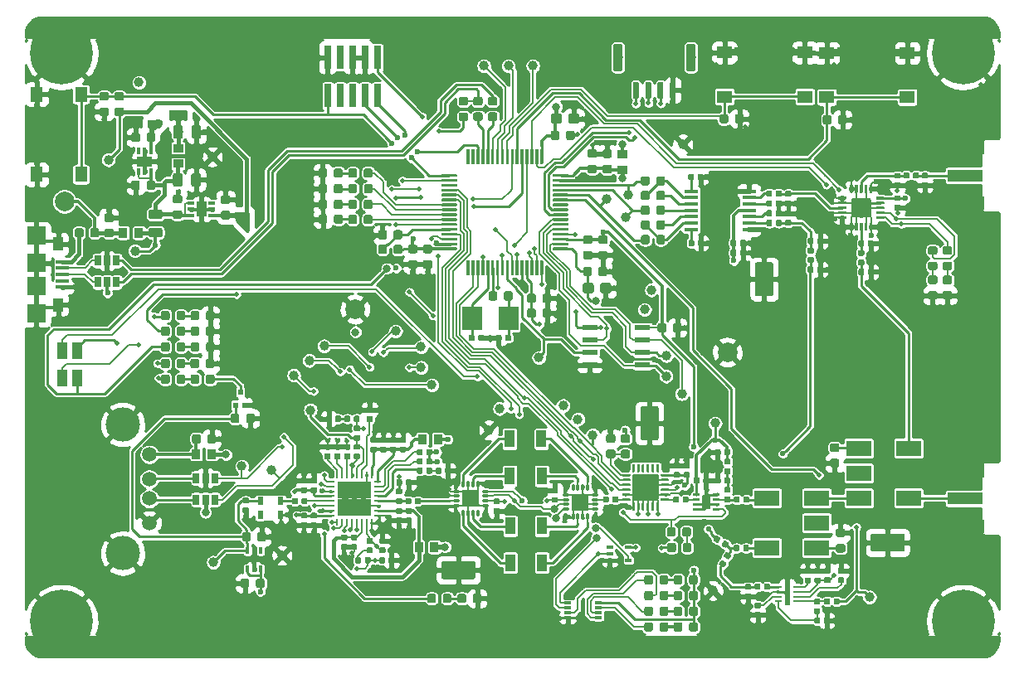
<source format=gbr>
G04 #@! TF.GenerationSoftware,KiCad,Pcbnew,(5.1.0)-1*
G04 #@! TF.CreationDate,2019-04-19T11:20:34+10:00*
G04 #@! TF.ProjectId,VNA,564e412e-6b69-4636-9164-5f7063625858,rev?*
G04 #@! TF.SameCoordinates,Original*
G04 #@! TF.FileFunction,Copper,L1,Top*
G04 #@! TF.FilePolarity,Positive*
%FSLAX46Y46*%
G04 Gerber Fmt 4.6, Leading zero omitted, Abs format (unit mm)*
G04 Created by KiCad (PCBNEW (5.1.0)-1) date 2019-04-19 11:20:34*
%MOMM*%
%LPD*%
G04 APERTURE LIST*
%ADD10R,1.550000X0.600000*%
%ADD11C,0.100000*%
%ADD12C,0.300000*%
%ADD13R,0.800000X0.300000*%
%ADD14C,1.000000*%
%ADD15C,2.000000*%
%ADD16C,0.590000*%
%ADD17R,0.500000X0.600000*%
%ADD18R,4.200000X1.350000*%
%ADD19R,3.600000X1.270000*%
%ADD20C,0.975000*%
%ADD21C,0.875000*%
%ADD22R,2.000000X2.400000*%
%ADD23C,1.050000*%
%ADD24R,1.100000X1.700000*%
%ADD25R,0.850000X1.000000*%
%ADD26R,1.000000X0.850000*%
%ADD27R,2.540000X1.650000*%
%ADD28R,1.040000X1.800000*%
%ADD29R,0.610000X1.245000*%
%ADD30C,0.600000*%
%ADD31C,6.400000*%
%ADD32C,0.800000*%
%ADD33R,1.900000X1.900000*%
%ADD34R,1.000000X1.350000*%
%ADD35R,1.350000X0.400000*%
%ADD36C,3.500000*%
%ADD37C,1.500000*%
%ADD38R,0.740000X2.400000*%
%ADD39R,1.550000X1.300000*%
%ADD40R,1.300000X1.550000*%
%ADD41C,1.850000*%
%ADD42R,0.650000X1.060000*%
%ADD43R,0.250000X0.700000*%
%ADD44R,0.700000X0.250000*%
%ADD45R,1.725000X1.725000*%
%ADD46R,0.350000X0.650000*%
%ADD47R,1.600000X1.000000*%
%ADD48R,1.000000X1.600000*%
%ADD49R,0.650000X0.350000*%
%ADD50R,0.400000X0.650000*%
%ADD51R,0.610000X2.200000*%
%ADD52C,2.700000*%
%ADD53C,0.500000*%
%ADD54C,0.250000*%
%ADD55C,0.900000*%
%ADD56R,0.650000X0.400000*%
%ADD57O,0.750000X0.300000*%
%ADD58O,0.300000X0.750000*%
%ADD59R,1.800000X1.800000*%
%ADD60C,0.330000*%
%ADD61R,1.450000X0.450000*%
%ADD62R,0.630000X0.840000*%
%ADD63C,0.560000*%
%ADD64C,0.293000*%
%ADD65C,0.400000*%
%ADD66C,0.300000*%
%ADD67C,0.200000*%
%ADD68C,0.250000*%
%ADD69C,0.500000*%
%ADD70C,0.153000*%
%ADD71C,0.260000*%
%ADD72C,0.254000*%
G04 APERTURE END LIST*
D10*
X148100000Y-93845000D03*
X148100000Y-95115000D03*
X148100000Y-96385000D03*
X148100000Y-97655000D03*
X153500000Y-97655000D03*
X153500000Y-96385000D03*
X153500000Y-95115000D03*
X153500000Y-93845000D03*
D11*
G36*
X135782351Y-86950361D02*
G01*
X135789632Y-86951441D01*
X135796771Y-86953229D01*
X135803701Y-86955709D01*
X135810355Y-86958856D01*
X135816668Y-86962640D01*
X135822579Y-86967024D01*
X135828033Y-86971967D01*
X135832976Y-86977421D01*
X135837360Y-86983332D01*
X135841144Y-86989645D01*
X135844291Y-86996299D01*
X135846771Y-87003229D01*
X135848559Y-87010368D01*
X135849639Y-87017649D01*
X135850000Y-87025000D01*
X135850000Y-88425000D01*
X135849639Y-88432351D01*
X135848559Y-88439632D01*
X135846771Y-88446771D01*
X135844291Y-88453701D01*
X135841144Y-88460355D01*
X135837360Y-88466668D01*
X135832976Y-88472579D01*
X135828033Y-88478033D01*
X135822579Y-88482976D01*
X135816668Y-88487360D01*
X135810355Y-88491144D01*
X135803701Y-88494291D01*
X135796771Y-88496771D01*
X135789632Y-88498559D01*
X135782351Y-88499639D01*
X135775000Y-88500000D01*
X135625000Y-88500000D01*
X135617649Y-88499639D01*
X135610368Y-88498559D01*
X135603229Y-88496771D01*
X135596299Y-88494291D01*
X135589645Y-88491144D01*
X135583332Y-88487360D01*
X135577421Y-88482976D01*
X135571967Y-88478033D01*
X135567024Y-88472579D01*
X135562640Y-88466668D01*
X135558856Y-88460355D01*
X135555709Y-88453701D01*
X135553229Y-88446771D01*
X135551441Y-88439632D01*
X135550361Y-88432351D01*
X135550000Y-88425000D01*
X135550000Y-87025000D01*
X135550361Y-87017649D01*
X135551441Y-87010368D01*
X135553229Y-87003229D01*
X135555709Y-86996299D01*
X135558856Y-86989645D01*
X135562640Y-86983332D01*
X135567024Y-86977421D01*
X135571967Y-86971967D01*
X135577421Y-86967024D01*
X135583332Y-86962640D01*
X135589645Y-86958856D01*
X135596299Y-86955709D01*
X135603229Y-86953229D01*
X135610368Y-86951441D01*
X135617649Y-86950361D01*
X135625000Y-86950000D01*
X135775000Y-86950000D01*
X135782351Y-86950361D01*
X135782351Y-86950361D01*
G37*
D12*
X135700000Y-87725000D03*
D11*
G36*
X136282351Y-86950361D02*
G01*
X136289632Y-86951441D01*
X136296771Y-86953229D01*
X136303701Y-86955709D01*
X136310355Y-86958856D01*
X136316668Y-86962640D01*
X136322579Y-86967024D01*
X136328033Y-86971967D01*
X136332976Y-86977421D01*
X136337360Y-86983332D01*
X136341144Y-86989645D01*
X136344291Y-86996299D01*
X136346771Y-87003229D01*
X136348559Y-87010368D01*
X136349639Y-87017649D01*
X136350000Y-87025000D01*
X136350000Y-88425000D01*
X136349639Y-88432351D01*
X136348559Y-88439632D01*
X136346771Y-88446771D01*
X136344291Y-88453701D01*
X136341144Y-88460355D01*
X136337360Y-88466668D01*
X136332976Y-88472579D01*
X136328033Y-88478033D01*
X136322579Y-88482976D01*
X136316668Y-88487360D01*
X136310355Y-88491144D01*
X136303701Y-88494291D01*
X136296771Y-88496771D01*
X136289632Y-88498559D01*
X136282351Y-88499639D01*
X136275000Y-88500000D01*
X136125000Y-88500000D01*
X136117649Y-88499639D01*
X136110368Y-88498559D01*
X136103229Y-88496771D01*
X136096299Y-88494291D01*
X136089645Y-88491144D01*
X136083332Y-88487360D01*
X136077421Y-88482976D01*
X136071967Y-88478033D01*
X136067024Y-88472579D01*
X136062640Y-88466668D01*
X136058856Y-88460355D01*
X136055709Y-88453701D01*
X136053229Y-88446771D01*
X136051441Y-88439632D01*
X136050361Y-88432351D01*
X136050000Y-88425000D01*
X136050000Y-87025000D01*
X136050361Y-87017649D01*
X136051441Y-87010368D01*
X136053229Y-87003229D01*
X136055709Y-86996299D01*
X136058856Y-86989645D01*
X136062640Y-86983332D01*
X136067024Y-86977421D01*
X136071967Y-86971967D01*
X136077421Y-86967024D01*
X136083332Y-86962640D01*
X136089645Y-86958856D01*
X136096299Y-86955709D01*
X136103229Y-86953229D01*
X136110368Y-86951441D01*
X136117649Y-86950361D01*
X136125000Y-86950000D01*
X136275000Y-86950000D01*
X136282351Y-86950361D01*
X136282351Y-86950361D01*
G37*
D12*
X136200000Y-87725000D03*
D11*
G36*
X136782351Y-86950361D02*
G01*
X136789632Y-86951441D01*
X136796771Y-86953229D01*
X136803701Y-86955709D01*
X136810355Y-86958856D01*
X136816668Y-86962640D01*
X136822579Y-86967024D01*
X136828033Y-86971967D01*
X136832976Y-86977421D01*
X136837360Y-86983332D01*
X136841144Y-86989645D01*
X136844291Y-86996299D01*
X136846771Y-87003229D01*
X136848559Y-87010368D01*
X136849639Y-87017649D01*
X136850000Y-87025000D01*
X136850000Y-88425000D01*
X136849639Y-88432351D01*
X136848559Y-88439632D01*
X136846771Y-88446771D01*
X136844291Y-88453701D01*
X136841144Y-88460355D01*
X136837360Y-88466668D01*
X136832976Y-88472579D01*
X136828033Y-88478033D01*
X136822579Y-88482976D01*
X136816668Y-88487360D01*
X136810355Y-88491144D01*
X136803701Y-88494291D01*
X136796771Y-88496771D01*
X136789632Y-88498559D01*
X136782351Y-88499639D01*
X136775000Y-88500000D01*
X136625000Y-88500000D01*
X136617649Y-88499639D01*
X136610368Y-88498559D01*
X136603229Y-88496771D01*
X136596299Y-88494291D01*
X136589645Y-88491144D01*
X136583332Y-88487360D01*
X136577421Y-88482976D01*
X136571967Y-88478033D01*
X136567024Y-88472579D01*
X136562640Y-88466668D01*
X136558856Y-88460355D01*
X136555709Y-88453701D01*
X136553229Y-88446771D01*
X136551441Y-88439632D01*
X136550361Y-88432351D01*
X136550000Y-88425000D01*
X136550000Y-87025000D01*
X136550361Y-87017649D01*
X136551441Y-87010368D01*
X136553229Y-87003229D01*
X136555709Y-86996299D01*
X136558856Y-86989645D01*
X136562640Y-86983332D01*
X136567024Y-86977421D01*
X136571967Y-86971967D01*
X136577421Y-86967024D01*
X136583332Y-86962640D01*
X136589645Y-86958856D01*
X136596299Y-86955709D01*
X136603229Y-86953229D01*
X136610368Y-86951441D01*
X136617649Y-86950361D01*
X136625000Y-86950000D01*
X136775000Y-86950000D01*
X136782351Y-86950361D01*
X136782351Y-86950361D01*
G37*
D12*
X136700000Y-87725000D03*
D11*
G36*
X137282351Y-86950361D02*
G01*
X137289632Y-86951441D01*
X137296771Y-86953229D01*
X137303701Y-86955709D01*
X137310355Y-86958856D01*
X137316668Y-86962640D01*
X137322579Y-86967024D01*
X137328033Y-86971967D01*
X137332976Y-86977421D01*
X137337360Y-86983332D01*
X137341144Y-86989645D01*
X137344291Y-86996299D01*
X137346771Y-87003229D01*
X137348559Y-87010368D01*
X137349639Y-87017649D01*
X137350000Y-87025000D01*
X137350000Y-88425000D01*
X137349639Y-88432351D01*
X137348559Y-88439632D01*
X137346771Y-88446771D01*
X137344291Y-88453701D01*
X137341144Y-88460355D01*
X137337360Y-88466668D01*
X137332976Y-88472579D01*
X137328033Y-88478033D01*
X137322579Y-88482976D01*
X137316668Y-88487360D01*
X137310355Y-88491144D01*
X137303701Y-88494291D01*
X137296771Y-88496771D01*
X137289632Y-88498559D01*
X137282351Y-88499639D01*
X137275000Y-88500000D01*
X137125000Y-88500000D01*
X137117649Y-88499639D01*
X137110368Y-88498559D01*
X137103229Y-88496771D01*
X137096299Y-88494291D01*
X137089645Y-88491144D01*
X137083332Y-88487360D01*
X137077421Y-88482976D01*
X137071967Y-88478033D01*
X137067024Y-88472579D01*
X137062640Y-88466668D01*
X137058856Y-88460355D01*
X137055709Y-88453701D01*
X137053229Y-88446771D01*
X137051441Y-88439632D01*
X137050361Y-88432351D01*
X137050000Y-88425000D01*
X137050000Y-87025000D01*
X137050361Y-87017649D01*
X137051441Y-87010368D01*
X137053229Y-87003229D01*
X137055709Y-86996299D01*
X137058856Y-86989645D01*
X137062640Y-86983332D01*
X137067024Y-86977421D01*
X137071967Y-86971967D01*
X137077421Y-86967024D01*
X137083332Y-86962640D01*
X137089645Y-86958856D01*
X137096299Y-86955709D01*
X137103229Y-86953229D01*
X137110368Y-86951441D01*
X137117649Y-86950361D01*
X137125000Y-86950000D01*
X137275000Y-86950000D01*
X137282351Y-86950361D01*
X137282351Y-86950361D01*
G37*
D12*
X137200000Y-87725000D03*
D11*
G36*
X137782351Y-86950361D02*
G01*
X137789632Y-86951441D01*
X137796771Y-86953229D01*
X137803701Y-86955709D01*
X137810355Y-86958856D01*
X137816668Y-86962640D01*
X137822579Y-86967024D01*
X137828033Y-86971967D01*
X137832976Y-86977421D01*
X137837360Y-86983332D01*
X137841144Y-86989645D01*
X137844291Y-86996299D01*
X137846771Y-87003229D01*
X137848559Y-87010368D01*
X137849639Y-87017649D01*
X137850000Y-87025000D01*
X137850000Y-88425000D01*
X137849639Y-88432351D01*
X137848559Y-88439632D01*
X137846771Y-88446771D01*
X137844291Y-88453701D01*
X137841144Y-88460355D01*
X137837360Y-88466668D01*
X137832976Y-88472579D01*
X137828033Y-88478033D01*
X137822579Y-88482976D01*
X137816668Y-88487360D01*
X137810355Y-88491144D01*
X137803701Y-88494291D01*
X137796771Y-88496771D01*
X137789632Y-88498559D01*
X137782351Y-88499639D01*
X137775000Y-88500000D01*
X137625000Y-88500000D01*
X137617649Y-88499639D01*
X137610368Y-88498559D01*
X137603229Y-88496771D01*
X137596299Y-88494291D01*
X137589645Y-88491144D01*
X137583332Y-88487360D01*
X137577421Y-88482976D01*
X137571967Y-88478033D01*
X137567024Y-88472579D01*
X137562640Y-88466668D01*
X137558856Y-88460355D01*
X137555709Y-88453701D01*
X137553229Y-88446771D01*
X137551441Y-88439632D01*
X137550361Y-88432351D01*
X137550000Y-88425000D01*
X137550000Y-87025000D01*
X137550361Y-87017649D01*
X137551441Y-87010368D01*
X137553229Y-87003229D01*
X137555709Y-86996299D01*
X137558856Y-86989645D01*
X137562640Y-86983332D01*
X137567024Y-86977421D01*
X137571967Y-86971967D01*
X137577421Y-86967024D01*
X137583332Y-86962640D01*
X137589645Y-86958856D01*
X137596299Y-86955709D01*
X137603229Y-86953229D01*
X137610368Y-86951441D01*
X137617649Y-86950361D01*
X137625000Y-86950000D01*
X137775000Y-86950000D01*
X137782351Y-86950361D01*
X137782351Y-86950361D01*
G37*
D12*
X137700000Y-87725000D03*
D11*
G36*
X138282351Y-86950361D02*
G01*
X138289632Y-86951441D01*
X138296771Y-86953229D01*
X138303701Y-86955709D01*
X138310355Y-86958856D01*
X138316668Y-86962640D01*
X138322579Y-86967024D01*
X138328033Y-86971967D01*
X138332976Y-86977421D01*
X138337360Y-86983332D01*
X138341144Y-86989645D01*
X138344291Y-86996299D01*
X138346771Y-87003229D01*
X138348559Y-87010368D01*
X138349639Y-87017649D01*
X138350000Y-87025000D01*
X138350000Y-88425000D01*
X138349639Y-88432351D01*
X138348559Y-88439632D01*
X138346771Y-88446771D01*
X138344291Y-88453701D01*
X138341144Y-88460355D01*
X138337360Y-88466668D01*
X138332976Y-88472579D01*
X138328033Y-88478033D01*
X138322579Y-88482976D01*
X138316668Y-88487360D01*
X138310355Y-88491144D01*
X138303701Y-88494291D01*
X138296771Y-88496771D01*
X138289632Y-88498559D01*
X138282351Y-88499639D01*
X138275000Y-88500000D01*
X138125000Y-88500000D01*
X138117649Y-88499639D01*
X138110368Y-88498559D01*
X138103229Y-88496771D01*
X138096299Y-88494291D01*
X138089645Y-88491144D01*
X138083332Y-88487360D01*
X138077421Y-88482976D01*
X138071967Y-88478033D01*
X138067024Y-88472579D01*
X138062640Y-88466668D01*
X138058856Y-88460355D01*
X138055709Y-88453701D01*
X138053229Y-88446771D01*
X138051441Y-88439632D01*
X138050361Y-88432351D01*
X138050000Y-88425000D01*
X138050000Y-87025000D01*
X138050361Y-87017649D01*
X138051441Y-87010368D01*
X138053229Y-87003229D01*
X138055709Y-86996299D01*
X138058856Y-86989645D01*
X138062640Y-86983332D01*
X138067024Y-86977421D01*
X138071967Y-86971967D01*
X138077421Y-86967024D01*
X138083332Y-86962640D01*
X138089645Y-86958856D01*
X138096299Y-86955709D01*
X138103229Y-86953229D01*
X138110368Y-86951441D01*
X138117649Y-86950361D01*
X138125000Y-86950000D01*
X138275000Y-86950000D01*
X138282351Y-86950361D01*
X138282351Y-86950361D01*
G37*
D12*
X138200000Y-87725000D03*
D11*
G36*
X138782351Y-86950361D02*
G01*
X138789632Y-86951441D01*
X138796771Y-86953229D01*
X138803701Y-86955709D01*
X138810355Y-86958856D01*
X138816668Y-86962640D01*
X138822579Y-86967024D01*
X138828033Y-86971967D01*
X138832976Y-86977421D01*
X138837360Y-86983332D01*
X138841144Y-86989645D01*
X138844291Y-86996299D01*
X138846771Y-87003229D01*
X138848559Y-87010368D01*
X138849639Y-87017649D01*
X138850000Y-87025000D01*
X138850000Y-88425000D01*
X138849639Y-88432351D01*
X138848559Y-88439632D01*
X138846771Y-88446771D01*
X138844291Y-88453701D01*
X138841144Y-88460355D01*
X138837360Y-88466668D01*
X138832976Y-88472579D01*
X138828033Y-88478033D01*
X138822579Y-88482976D01*
X138816668Y-88487360D01*
X138810355Y-88491144D01*
X138803701Y-88494291D01*
X138796771Y-88496771D01*
X138789632Y-88498559D01*
X138782351Y-88499639D01*
X138775000Y-88500000D01*
X138625000Y-88500000D01*
X138617649Y-88499639D01*
X138610368Y-88498559D01*
X138603229Y-88496771D01*
X138596299Y-88494291D01*
X138589645Y-88491144D01*
X138583332Y-88487360D01*
X138577421Y-88482976D01*
X138571967Y-88478033D01*
X138567024Y-88472579D01*
X138562640Y-88466668D01*
X138558856Y-88460355D01*
X138555709Y-88453701D01*
X138553229Y-88446771D01*
X138551441Y-88439632D01*
X138550361Y-88432351D01*
X138550000Y-88425000D01*
X138550000Y-87025000D01*
X138550361Y-87017649D01*
X138551441Y-87010368D01*
X138553229Y-87003229D01*
X138555709Y-86996299D01*
X138558856Y-86989645D01*
X138562640Y-86983332D01*
X138567024Y-86977421D01*
X138571967Y-86971967D01*
X138577421Y-86967024D01*
X138583332Y-86962640D01*
X138589645Y-86958856D01*
X138596299Y-86955709D01*
X138603229Y-86953229D01*
X138610368Y-86951441D01*
X138617649Y-86950361D01*
X138625000Y-86950000D01*
X138775000Y-86950000D01*
X138782351Y-86950361D01*
X138782351Y-86950361D01*
G37*
D12*
X138700000Y-87725000D03*
D11*
G36*
X139282351Y-86950361D02*
G01*
X139289632Y-86951441D01*
X139296771Y-86953229D01*
X139303701Y-86955709D01*
X139310355Y-86958856D01*
X139316668Y-86962640D01*
X139322579Y-86967024D01*
X139328033Y-86971967D01*
X139332976Y-86977421D01*
X139337360Y-86983332D01*
X139341144Y-86989645D01*
X139344291Y-86996299D01*
X139346771Y-87003229D01*
X139348559Y-87010368D01*
X139349639Y-87017649D01*
X139350000Y-87025000D01*
X139350000Y-88425000D01*
X139349639Y-88432351D01*
X139348559Y-88439632D01*
X139346771Y-88446771D01*
X139344291Y-88453701D01*
X139341144Y-88460355D01*
X139337360Y-88466668D01*
X139332976Y-88472579D01*
X139328033Y-88478033D01*
X139322579Y-88482976D01*
X139316668Y-88487360D01*
X139310355Y-88491144D01*
X139303701Y-88494291D01*
X139296771Y-88496771D01*
X139289632Y-88498559D01*
X139282351Y-88499639D01*
X139275000Y-88500000D01*
X139125000Y-88500000D01*
X139117649Y-88499639D01*
X139110368Y-88498559D01*
X139103229Y-88496771D01*
X139096299Y-88494291D01*
X139089645Y-88491144D01*
X139083332Y-88487360D01*
X139077421Y-88482976D01*
X139071967Y-88478033D01*
X139067024Y-88472579D01*
X139062640Y-88466668D01*
X139058856Y-88460355D01*
X139055709Y-88453701D01*
X139053229Y-88446771D01*
X139051441Y-88439632D01*
X139050361Y-88432351D01*
X139050000Y-88425000D01*
X139050000Y-87025000D01*
X139050361Y-87017649D01*
X139051441Y-87010368D01*
X139053229Y-87003229D01*
X139055709Y-86996299D01*
X139058856Y-86989645D01*
X139062640Y-86983332D01*
X139067024Y-86977421D01*
X139071967Y-86971967D01*
X139077421Y-86967024D01*
X139083332Y-86962640D01*
X139089645Y-86958856D01*
X139096299Y-86955709D01*
X139103229Y-86953229D01*
X139110368Y-86951441D01*
X139117649Y-86950361D01*
X139125000Y-86950000D01*
X139275000Y-86950000D01*
X139282351Y-86950361D01*
X139282351Y-86950361D01*
G37*
D12*
X139200000Y-87725000D03*
D11*
G36*
X139782351Y-86950361D02*
G01*
X139789632Y-86951441D01*
X139796771Y-86953229D01*
X139803701Y-86955709D01*
X139810355Y-86958856D01*
X139816668Y-86962640D01*
X139822579Y-86967024D01*
X139828033Y-86971967D01*
X139832976Y-86977421D01*
X139837360Y-86983332D01*
X139841144Y-86989645D01*
X139844291Y-86996299D01*
X139846771Y-87003229D01*
X139848559Y-87010368D01*
X139849639Y-87017649D01*
X139850000Y-87025000D01*
X139850000Y-88425000D01*
X139849639Y-88432351D01*
X139848559Y-88439632D01*
X139846771Y-88446771D01*
X139844291Y-88453701D01*
X139841144Y-88460355D01*
X139837360Y-88466668D01*
X139832976Y-88472579D01*
X139828033Y-88478033D01*
X139822579Y-88482976D01*
X139816668Y-88487360D01*
X139810355Y-88491144D01*
X139803701Y-88494291D01*
X139796771Y-88496771D01*
X139789632Y-88498559D01*
X139782351Y-88499639D01*
X139775000Y-88500000D01*
X139625000Y-88500000D01*
X139617649Y-88499639D01*
X139610368Y-88498559D01*
X139603229Y-88496771D01*
X139596299Y-88494291D01*
X139589645Y-88491144D01*
X139583332Y-88487360D01*
X139577421Y-88482976D01*
X139571967Y-88478033D01*
X139567024Y-88472579D01*
X139562640Y-88466668D01*
X139558856Y-88460355D01*
X139555709Y-88453701D01*
X139553229Y-88446771D01*
X139551441Y-88439632D01*
X139550361Y-88432351D01*
X139550000Y-88425000D01*
X139550000Y-87025000D01*
X139550361Y-87017649D01*
X139551441Y-87010368D01*
X139553229Y-87003229D01*
X139555709Y-86996299D01*
X139558856Y-86989645D01*
X139562640Y-86983332D01*
X139567024Y-86977421D01*
X139571967Y-86971967D01*
X139577421Y-86967024D01*
X139583332Y-86962640D01*
X139589645Y-86958856D01*
X139596299Y-86955709D01*
X139603229Y-86953229D01*
X139610368Y-86951441D01*
X139617649Y-86950361D01*
X139625000Y-86950000D01*
X139775000Y-86950000D01*
X139782351Y-86950361D01*
X139782351Y-86950361D01*
G37*
D12*
X139700000Y-87725000D03*
D11*
G36*
X140282351Y-86950361D02*
G01*
X140289632Y-86951441D01*
X140296771Y-86953229D01*
X140303701Y-86955709D01*
X140310355Y-86958856D01*
X140316668Y-86962640D01*
X140322579Y-86967024D01*
X140328033Y-86971967D01*
X140332976Y-86977421D01*
X140337360Y-86983332D01*
X140341144Y-86989645D01*
X140344291Y-86996299D01*
X140346771Y-87003229D01*
X140348559Y-87010368D01*
X140349639Y-87017649D01*
X140350000Y-87025000D01*
X140350000Y-88425000D01*
X140349639Y-88432351D01*
X140348559Y-88439632D01*
X140346771Y-88446771D01*
X140344291Y-88453701D01*
X140341144Y-88460355D01*
X140337360Y-88466668D01*
X140332976Y-88472579D01*
X140328033Y-88478033D01*
X140322579Y-88482976D01*
X140316668Y-88487360D01*
X140310355Y-88491144D01*
X140303701Y-88494291D01*
X140296771Y-88496771D01*
X140289632Y-88498559D01*
X140282351Y-88499639D01*
X140275000Y-88500000D01*
X140125000Y-88500000D01*
X140117649Y-88499639D01*
X140110368Y-88498559D01*
X140103229Y-88496771D01*
X140096299Y-88494291D01*
X140089645Y-88491144D01*
X140083332Y-88487360D01*
X140077421Y-88482976D01*
X140071967Y-88478033D01*
X140067024Y-88472579D01*
X140062640Y-88466668D01*
X140058856Y-88460355D01*
X140055709Y-88453701D01*
X140053229Y-88446771D01*
X140051441Y-88439632D01*
X140050361Y-88432351D01*
X140050000Y-88425000D01*
X140050000Y-87025000D01*
X140050361Y-87017649D01*
X140051441Y-87010368D01*
X140053229Y-87003229D01*
X140055709Y-86996299D01*
X140058856Y-86989645D01*
X140062640Y-86983332D01*
X140067024Y-86977421D01*
X140071967Y-86971967D01*
X140077421Y-86967024D01*
X140083332Y-86962640D01*
X140089645Y-86958856D01*
X140096299Y-86955709D01*
X140103229Y-86953229D01*
X140110368Y-86951441D01*
X140117649Y-86950361D01*
X140125000Y-86950000D01*
X140275000Y-86950000D01*
X140282351Y-86950361D01*
X140282351Y-86950361D01*
G37*
D12*
X140200000Y-87725000D03*
D11*
G36*
X140782351Y-86950361D02*
G01*
X140789632Y-86951441D01*
X140796771Y-86953229D01*
X140803701Y-86955709D01*
X140810355Y-86958856D01*
X140816668Y-86962640D01*
X140822579Y-86967024D01*
X140828033Y-86971967D01*
X140832976Y-86977421D01*
X140837360Y-86983332D01*
X140841144Y-86989645D01*
X140844291Y-86996299D01*
X140846771Y-87003229D01*
X140848559Y-87010368D01*
X140849639Y-87017649D01*
X140850000Y-87025000D01*
X140850000Y-88425000D01*
X140849639Y-88432351D01*
X140848559Y-88439632D01*
X140846771Y-88446771D01*
X140844291Y-88453701D01*
X140841144Y-88460355D01*
X140837360Y-88466668D01*
X140832976Y-88472579D01*
X140828033Y-88478033D01*
X140822579Y-88482976D01*
X140816668Y-88487360D01*
X140810355Y-88491144D01*
X140803701Y-88494291D01*
X140796771Y-88496771D01*
X140789632Y-88498559D01*
X140782351Y-88499639D01*
X140775000Y-88500000D01*
X140625000Y-88500000D01*
X140617649Y-88499639D01*
X140610368Y-88498559D01*
X140603229Y-88496771D01*
X140596299Y-88494291D01*
X140589645Y-88491144D01*
X140583332Y-88487360D01*
X140577421Y-88482976D01*
X140571967Y-88478033D01*
X140567024Y-88472579D01*
X140562640Y-88466668D01*
X140558856Y-88460355D01*
X140555709Y-88453701D01*
X140553229Y-88446771D01*
X140551441Y-88439632D01*
X140550361Y-88432351D01*
X140550000Y-88425000D01*
X140550000Y-87025000D01*
X140550361Y-87017649D01*
X140551441Y-87010368D01*
X140553229Y-87003229D01*
X140555709Y-86996299D01*
X140558856Y-86989645D01*
X140562640Y-86983332D01*
X140567024Y-86977421D01*
X140571967Y-86971967D01*
X140577421Y-86967024D01*
X140583332Y-86962640D01*
X140589645Y-86958856D01*
X140596299Y-86955709D01*
X140603229Y-86953229D01*
X140610368Y-86951441D01*
X140617649Y-86950361D01*
X140625000Y-86950000D01*
X140775000Y-86950000D01*
X140782351Y-86950361D01*
X140782351Y-86950361D01*
G37*
D12*
X140700000Y-87725000D03*
D11*
G36*
X141282351Y-86950361D02*
G01*
X141289632Y-86951441D01*
X141296771Y-86953229D01*
X141303701Y-86955709D01*
X141310355Y-86958856D01*
X141316668Y-86962640D01*
X141322579Y-86967024D01*
X141328033Y-86971967D01*
X141332976Y-86977421D01*
X141337360Y-86983332D01*
X141341144Y-86989645D01*
X141344291Y-86996299D01*
X141346771Y-87003229D01*
X141348559Y-87010368D01*
X141349639Y-87017649D01*
X141350000Y-87025000D01*
X141350000Y-88425000D01*
X141349639Y-88432351D01*
X141348559Y-88439632D01*
X141346771Y-88446771D01*
X141344291Y-88453701D01*
X141341144Y-88460355D01*
X141337360Y-88466668D01*
X141332976Y-88472579D01*
X141328033Y-88478033D01*
X141322579Y-88482976D01*
X141316668Y-88487360D01*
X141310355Y-88491144D01*
X141303701Y-88494291D01*
X141296771Y-88496771D01*
X141289632Y-88498559D01*
X141282351Y-88499639D01*
X141275000Y-88500000D01*
X141125000Y-88500000D01*
X141117649Y-88499639D01*
X141110368Y-88498559D01*
X141103229Y-88496771D01*
X141096299Y-88494291D01*
X141089645Y-88491144D01*
X141083332Y-88487360D01*
X141077421Y-88482976D01*
X141071967Y-88478033D01*
X141067024Y-88472579D01*
X141062640Y-88466668D01*
X141058856Y-88460355D01*
X141055709Y-88453701D01*
X141053229Y-88446771D01*
X141051441Y-88439632D01*
X141050361Y-88432351D01*
X141050000Y-88425000D01*
X141050000Y-87025000D01*
X141050361Y-87017649D01*
X141051441Y-87010368D01*
X141053229Y-87003229D01*
X141055709Y-86996299D01*
X141058856Y-86989645D01*
X141062640Y-86983332D01*
X141067024Y-86977421D01*
X141071967Y-86971967D01*
X141077421Y-86967024D01*
X141083332Y-86962640D01*
X141089645Y-86958856D01*
X141096299Y-86955709D01*
X141103229Y-86953229D01*
X141110368Y-86951441D01*
X141117649Y-86950361D01*
X141125000Y-86950000D01*
X141275000Y-86950000D01*
X141282351Y-86950361D01*
X141282351Y-86950361D01*
G37*
D12*
X141200000Y-87725000D03*
D11*
G36*
X141782351Y-86950361D02*
G01*
X141789632Y-86951441D01*
X141796771Y-86953229D01*
X141803701Y-86955709D01*
X141810355Y-86958856D01*
X141816668Y-86962640D01*
X141822579Y-86967024D01*
X141828033Y-86971967D01*
X141832976Y-86977421D01*
X141837360Y-86983332D01*
X141841144Y-86989645D01*
X141844291Y-86996299D01*
X141846771Y-87003229D01*
X141848559Y-87010368D01*
X141849639Y-87017649D01*
X141850000Y-87025000D01*
X141850000Y-88425000D01*
X141849639Y-88432351D01*
X141848559Y-88439632D01*
X141846771Y-88446771D01*
X141844291Y-88453701D01*
X141841144Y-88460355D01*
X141837360Y-88466668D01*
X141832976Y-88472579D01*
X141828033Y-88478033D01*
X141822579Y-88482976D01*
X141816668Y-88487360D01*
X141810355Y-88491144D01*
X141803701Y-88494291D01*
X141796771Y-88496771D01*
X141789632Y-88498559D01*
X141782351Y-88499639D01*
X141775000Y-88500000D01*
X141625000Y-88500000D01*
X141617649Y-88499639D01*
X141610368Y-88498559D01*
X141603229Y-88496771D01*
X141596299Y-88494291D01*
X141589645Y-88491144D01*
X141583332Y-88487360D01*
X141577421Y-88482976D01*
X141571967Y-88478033D01*
X141567024Y-88472579D01*
X141562640Y-88466668D01*
X141558856Y-88460355D01*
X141555709Y-88453701D01*
X141553229Y-88446771D01*
X141551441Y-88439632D01*
X141550361Y-88432351D01*
X141550000Y-88425000D01*
X141550000Y-87025000D01*
X141550361Y-87017649D01*
X141551441Y-87010368D01*
X141553229Y-87003229D01*
X141555709Y-86996299D01*
X141558856Y-86989645D01*
X141562640Y-86983332D01*
X141567024Y-86977421D01*
X141571967Y-86971967D01*
X141577421Y-86967024D01*
X141583332Y-86962640D01*
X141589645Y-86958856D01*
X141596299Y-86955709D01*
X141603229Y-86953229D01*
X141610368Y-86951441D01*
X141617649Y-86950361D01*
X141625000Y-86950000D01*
X141775000Y-86950000D01*
X141782351Y-86950361D01*
X141782351Y-86950361D01*
G37*
D12*
X141700000Y-87725000D03*
D11*
G36*
X142282351Y-86950361D02*
G01*
X142289632Y-86951441D01*
X142296771Y-86953229D01*
X142303701Y-86955709D01*
X142310355Y-86958856D01*
X142316668Y-86962640D01*
X142322579Y-86967024D01*
X142328033Y-86971967D01*
X142332976Y-86977421D01*
X142337360Y-86983332D01*
X142341144Y-86989645D01*
X142344291Y-86996299D01*
X142346771Y-87003229D01*
X142348559Y-87010368D01*
X142349639Y-87017649D01*
X142350000Y-87025000D01*
X142350000Y-88425000D01*
X142349639Y-88432351D01*
X142348559Y-88439632D01*
X142346771Y-88446771D01*
X142344291Y-88453701D01*
X142341144Y-88460355D01*
X142337360Y-88466668D01*
X142332976Y-88472579D01*
X142328033Y-88478033D01*
X142322579Y-88482976D01*
X142316668Y-88487360D01*
X142310355Y-88491144D01*
X142303701Y-88494291D01*
X142296771Y-88496771D01*
X142289632Y-88498559D01*
X142282351Y-88499639D01*
X142275000Y-88500000D01*
X142125000Y-88500000D01*
X142117649Y-88499639D01*
X142110368Y-88498559D01*
X142103229Y-88496771D01*
X142096299Y-88494291D01*
X142089645Y-88491144D01*
X142083332Y-88487360D01*
X142077421Y-88482976D01*
X142071967Y-88478033D01*
X142067024Y-88472579D01*
X142062640Y-88466668D01*
X142058856Y-88460355D01*
X142055709Y-88453701D01*
X142053229Y-88446771D01*
X142051441Y-88439632D01*
X142050361Y-88432351D01*
X142050000Y-88425000D01*
X142050000Y-87025000D01*
X142050361Y-87017649D01*
X142051441Y-87010368D01*
X142053229Y-87003229D01*
X142055709Y-86996299D01*
X142058856Y-86989645D01*
X142062640Y-86983332D01*
X142067024Y-86977421D01*
X142071967Y-86971967D01*
X142077421Y-86967024D01*
X142083332Y-86962640D01*
X142089645Y-86958856D01*
X142096299Y-86955709D01*
X142103229Y-86953229D01*
X142110368Y-86951441D01*
X142117649Y-86950361D01*
X142125000Y-86950000D01*
X142275000Y-86950000D01*
X142282351Y-86950361D01*
X142282351Y-86950361D01*
G37*
D12*
X142200000Y-87725000D03*
D11*
G36*
X142782351Y-86950361D02*
G01*
X142789632Y-86951441D01*
X142796771Y-86953229D01*
X142803701Y-86955709D01*
X142810355Y-86958856D01*
X142816668Y-86962640D01*
X142822579Y-86967024D01*
X142828033Y-86971967D01*
X142832976Y-86977421D01*
X142837360Y-86983332D01*
X142841144Y-86989645D01*
X142844291Y-86996299D01*
X142846771Y-87003229D01*
X142848559Y-87010368D01*
X142849639Y-87017649D01*
X142850000Y-87025000D01*
X142850000Y-88425000D01*
X142849639Y-88432351D01*
X142848559Y-88439632D01*
X142846771Y-88446771D01*
X142844291Y-88453701D01*
X142841144Y-88460355D01*
X142837360Y-88466668D01*
X142832976Y-88472579D01*
X142828033Y-88478033D01*
X142822579Y-88482976D01*
X142816668Y-88487360D01*
X142810355Y-88491144D01*
X142803701Y-88494291D01*
X142796771Y-88496771D01*
X142789632Y-88498559D01*
X142782351Y-88499639D01*
X142775000Y-88500000D01*
X142625000Y-88500000D01*
X142617649Y-88499639D01*
X142610368Y-88498559D01*
X142603229Y-88496771D01*
X142596299Y-88494291D01*
X142589645Y-88491144D01*
X142583332Y-88487360D01*
X142577421Y-88482976D01*
X142571967Y-88478033D01*
X142567024Y-88472579D01*
X142562640Y-88466668D01*
X142558856Y-88460355D01*
X142555709Y-88453701D01*
X142553229Y-88446771D01*
X142551441Y-88439632D01*
X142550361Y-88432351D01*
X142550000Y-88425000D01*
X142550000Y-87025000D01*
X142550361Y-87017649D01*
X142551441Y-87010368D01*
X142553229Y-87003229D01*
X142555709Y-86996299D01*
X142558856Y-86989645D01*
X142562640Y-86983332D01*
X142567024Y-86977421D01*
X142571967Y-86971967D01*
X142577421Y-86967024D01*
X142583332Y-86962640D01*
X142589645Y-86958856D01*
X142596299Y-86955709D01*
X142603229Y-86953229D01*
X142610368Y-86951441D01*
X142617649Y-86950361D01*
X142625000Y-86950000D01*
X142775000Y-86950000D01*
X142782351Y-86950361D01*
X142782351Y-86950361D01*
G37*
D12*
X142700000Y-87725000D03*
D11*
G36*
X143282351Y-86950361D02*
G01*
X143289632Y-86951441D01*
X143296771Y-86953229D01*
X143303701Y-86955709D01*
X143310355Y-86958856D01*
X143316668Y-86962640D01*
X143322579Y-86967024D01*
X143328033Y-86971967D01*
X143332976Y-86977421D01*
X143337360Y-86983332D01*
X143341144Y-86989645D01*
X143344291Y-86996299D01*
X143346771Y-87003229D01*
X143348559Y-87010368D01*
X143349639Y-87017649D01*
X143350000Y-87025000D01*
X143350000Y-88425000D01*
X143349639Y-88432351D01*
X143348559Y-88439632D01*
X143346771Y-88446771D01*
X143344291Y-88453701D01*
X143341144Y-88460355D01*
X143337360Y-88466668D01*
X143332976Y-88472579D01*
X143328033Y-88478033D01*
X143322579Y-88482976D01*
X143316668Y-88487360D01*
X143310355Y-88491144D01*
X143303701Y-88494291D01*
X143296771Y-88496771D01*
X143289632Y-88498559D01*
X143282351Y-88499639D01*
X143275000Y-88500000D01*
X143125000Y-88500000D01*
X143117649Y-88499639D01*
X143110368Y-88498559D01*
X143103229Y-88496771D01*
X143096299Y-88494291D01*
X143089645Y-88491144D01*
X143083332Y-88487360D01*
X143077421Y-88482976D01*
X143071967Y-88478033D01*
X143067024Y-88472579D01*
X143062640Y-88466668D01*
X143058856Y-88460355D01*
X143055709Y-88453701D01*
X143053229Y-88446771D01*
X143051441Y-88439632D01*
X143050361Y-88432351D01*
X143050000Y-88425000D01*
X143050000Y-87025000D01*
X143050361Y-87017649D01*
X143051441Y-87010368D01*
X143053229Y-87003229D01*
X143055709Y-86996299D01*
X143058856Y-86989645D01*
X143062640Y-86983332D01*
X143067024Y-86977421D01*
X143071967Y-86971967D01*
X143077421Y-86967024D01*
X143083332Y-86962640D01*
X143089645Y-86958856D01*
X143096299Y-86955709D01*
X143103229Y-86953229D01*
X143110368Y-86951441D01*
X143117649Y-86950361D01*
X143125000Y-86950000D01*
X143275000Y-86950000D01*
X143282351Y-86950361D01*
X143282351Y-86950361D01*
G37*
D12*
X143200000Y-87725000D03*
D11*
G36*
X145832351Y-85650361D02*
G01*
X145839632Y-85651441D01*
X145846771Y-85653229D01*
X145853701Y-85655709D01*
X145860355Y-85658856D01*
X145866668Y-85662640D01*
X145872579Y-85667024D01*
X145878033Y-85671967D01*
X145882976Y-85677421D01*
X145887360Y-85683332D01*
X145891144Y-85689645D01*
X145894291Y-85696299D01*
X145896771Y-85703229D01*
X145898559Y-85710368D01*
X145899639Y-85717649D01*
X145900000Y-85725000D01*
X145900000Y-85875000D01*
X145899639Y-85882351D01*
X145898559Y-85889632D01*
X145896771Y-85896771D01*
X145894291Y-85903701D01*
X145891144Y-85910355D01*
X145887360Y-85916668D01*
X145882976Y-85922579D01*
X145878033Y-85928033D01*
X145872579Y-85932976D01*
X145866668Y-85937360D01*
X145860355Y-85941144D01*
X145853701Y-85944291D01*
X145846771Y-85946771D01*
X145839632Y-85948559D01*
X145832351Y-85949639D01*
X145825000Y-85950000D01*
X144425000Y-85950000D01*
X144417649Y-85949639D01*
X144410368Y-85948559D01*
X144403229Y-85946771D01*
X144396299Y-85944291D01*
X144389645Y-85941144D01*
X144383332Y-85937360D01*
X144377421Y-85932976D01*
X144371967Y-85928033D01*
X144367024Y-85922579D01*
X144362640Y-85916668D01*
X144358856Y-85910355D01*
X144355709Y-85903701D01*
X144353229Y-85896771D01*
X144351441Y-85889632D01*
X144350361Y-85882351D01*
X144350000Y-85875000D01*
X144350000Y-85725000D01*
X144350361Y-85717649D01*
X144351441Y-85710368D01*
X144353229Y-85703229D01*
X144355709Y-85696299D01*
X144358856Y-85689645D01*
X144362640Y-85683332D01*
X144367024Y-85677421D01*
X144371967Y-85671967D01*
X144377421Y-85667024D01*
X144383332Y-85662640D01*
X144389645Y-85658856D01*
X144396299Y-85655709D01*
X144403229Y-85653229D01*
X144410368Y-85651441D01*
X144417649Y-85650361D01*
X144425000Y-85650000D01*
X145825000Y-85650000D01*
X145832351Y-85650361D01*
X145832351Y-85650361D01*
G37*
D12*
X145125000Y-85800000D03*
D11*
G36*
X145832351Y-85150361D02*
G01*
X145839632Y-85151441D01*
X145846771Y-85153229D01*
X145853701Y-85155709D01*
X145860355Y-85158856D01*
X145866668Y-85162640D01*
X145872579Y-85167024D01*
X145878033Y-85171967D01*
X145882976Y-85177421D01*
X145887360Y-85183332D01*
X145891144Y-85189645D01*
X145894291Y-85196299D01*
X145896771Y-85203229D01*
X145898559Y-85210368D01*
X145899639Y-85217649D01*
X145900000Y-85225000D01*
X145900000Y-85375000D01*
X145899639Y-85382351D01*
X145898559Y-85389632D01*
X145896771Y-85396771D01*
X145894291Y-85403701D01*
X145891144Y-85410355D01*
X145887360Y-85416668D01*
X145882976Y-85422579D01*
X145878033Y-85428033D01*
X145872579Y-85432976D01*
X145866668Y-85437360D01*
X145860355Y-85441144D01*
X145853701Y-85444291D01*
X145846771Y-85446771D01*
X145839632Y-85448559D01*
X145832351Y-85449639D01*
X145825000Y-85450000D01*
X144425000Y-85450000D01*
X144417649Y-85449639D01*
X144410368Y-85448559D01*
X144403229Y-85446771D01*
X144396299Y-85444291D01*
X144389645Y-85441144D01*
X144383332Y-85437360D01*
X144377421Y-85432976D01*
X144371967Y-85428033D01*
X144367024Y-85422579D01*
X144362640Y-85416668D01*
X144358856Y-85410355D01*
X144355709Y-85403701D01*
X144353229Y-85396771D01*
X144351441Y-85389632D01*
X144350361Y-85382351D01*
X144350000Y-85375000D01*
X144350000Y-85225000D01*
X144350361Y-85217649D01*
X144351441Y-85210368D01*
X144353229Y-85203229D01*
X144355709Y-85196299D01*
X144358856Y-85189645D01*
X144362640Y-85183332D01*
X144367024Y-85177421D01*
X144371967Y-85171967D01*
X144377421Y-85167024D01*
X144383332Y-85162640D01*
X144389645Y-85158856D01*
X144396299Y-85155709D01*
X144403229Y-85153229D01*
X144410368Y-85151441D01*
X144417649Y-85150361D01*
X144425000Y-85150000D01*
X145825000Y-85150000D01*
X145832351Y-85150361D01*
X145832351Y-85150361D01*
G37*
D12*
X145125000Y-85300000D03*
D11*
G36*
X145832351Y-84650361D02*
G01*
X145839632Y-84651441D01*
X145846771Y-84653229D01*
X145853701Y-84655709D01*
X145860355Y-84658856D01*
X145866668Y-84662640D01*
X145872579Y-84667024D01*
X145878033Y-84671967D01*
X145882976Y-84677421D01*
X145887360Y-84683332D01*
X145891144Y-84689645D01*
X145894291Y-84696299D01*
X145896771Y-84703229D01*
X145898559Y-84710368D01*
X145899639Y-84717649D01*
X145900000Y-84725000D01*
X145900000Y-84875000D01*
X145899639Y-84882351D01*
X145898559Y-84889632D01*
X145896771Y-84896771D01*
X145894291Y-84903701D01*
X145891144Y-84910355D01*
X145887360Y-84916668D01*
X145882976Y-84922579D01*
X145878033Y-84928033D01*
X145872579Y-84932976D01*
X145866668Y-84937360D01*
X145860355Y-84941144D01*
X145853701Y-84944291D01*
X145846771Y-84946771D01*
X145839632Y-84948559D01*
X145832351Y-84949639D01*
X145825000Y-84950000D01*
X144425000Y-84950000D01*
X144417649Y-84949639D01*
X144410368Y-84948559D01*
X144403229Y-84946771D01*
X144396299Y-84944291D01*
X144389645Y-84941144D01*
X144383332Y-84937360D01*
X144377421Y-84932976D01*
X144371967Y-84928033D01*
X144367024Y-84922579D01*
X144362640Y-84916668D01*
X144358856Y-84910355D01*
X144355709Y-84903701D01*
X144353229Y-84896771D01*
X144351441Y-84889632D01*
X144350361Y-84882351D01*
X144350000Y-84875000D01*
X144350000Y-84725000D01*
X144350361Y-84717649D01*
X144351441Y-84710368D01*
X144353229Y-84703229D01*
X144355709Y-84696299D01*
X144358856Y-84689645D01*
X144362640Y-84683332D01*
X144367024Y-84677421D01*
X144371967Y-84671967D01*
X144377421Y-84667024D01*
X144383332Y-84662640D01*
X144389645Y-84658856D01*
X144396299Y-84655709D01*
X144403229Y-84653229D01*
X144410368Y-84651441D01*
X144417649Y-84650361D01*
X144425000Y-84650000D01*
X145825000Y-84650000D01*
X145832351Y-84650361D01*
X145832351Y-84650361D01*
G37*
D12*
X145125000Y-84800000D03*
D11*
G36*
X145832351Y-84150361D02*
G01*
X145839632Y-84151441D01*
X145846771Y-84153229D01*
X145853701Y-84155709D01*
X145860355Y-84158856D01*
X145866668Y-84162640D01*
X145872579Y-84167024D01*
X145878033Y-84171967D01*
X145882976Y-84177421D01*
X145887360Y-84183332D01*
X145891144Y-84189645D01*
X145894291Y-84196299D01*
X145896771Y-84203229D01*
X145898559Y-84210368D01*
X145899639Y-84217649D01*
X145900000Y-84225000D01*
X145900000Y-84375000D01*
X145899639Y-84382351D01*
X145898559Y-84389632D01*
X145896771Y-84396771D01*
X145894291Y-84403701D01*
X145891144Y-84410355D01*
X145887360Y-84416668D01*
X145882976Y-84422579D01*
X145878033Y-84428033D01*
X145872579Y-84432976D01*
X145866668Y-84437360D01*
X145860355Y-84441144D01*
X145853701Y-84444291D01*
X145846771Y-84446771D01*
X145839632Y-84448559D01*
X145832351Y-84449639D01*
X145825000Y-84450000D01*
X144425000Y-84450000D01*
X144417649Y-84449639D01*
X144410368Y-84448559D01*
X144403229Y-84446771D01*
X144396299Y-84444291D01*
X144389645Y-84441144D01*
X144383332Y-84437360D01*
X144377421Y-84432976D01*
X144371967Y-84428033D01*
X144367024Y-84422579D01*
X144362640Y-84416668D01*
X144358856Y-84410355D01*
X144355709Y-84403701D01*
X144353229Y-84396771D01*
X144351441Y-84389632D01*
X144350361Y-84382351D01*
X144350000Y-84375000D01*
X144350000Y-84225000D01*
X144350361Y-84217649D01*
X144351441Y-84210368D01*
X144353229Y-84203229D01*
X144355709Y-84196299D01*
X144358856Y-84189645D01*
X144362640Y-84183332D01*
X144367024Y-84177421D01*
X144371967Y-84171967D01*
X144377421Y-84167024D01*
X144383332Y-84162640D01*
X144389645Y-84158856D01*
X144396299Y-84155709D01*
X144403229Y-84153229D01*
X144410368Y-84151441D01*
X144417649Y-84150361D01*
X144425000Y-84150000D01*
X145825000Y-84150000D01*
X145832351Y-84150361D01*
X145832351Y-84150361D01*
G37*
D12*
X145125000Y-84300000D03*
D11*
G36*
X145832351Y-83650361D02*
G01*
X145839632Y-83651441D01*
X145846771Y-83653229D01*
X145853701Y-83655709D01*
X145860355Y-83658856D01*
X145866668Y-83662640D01*
X145872579Y-83667024D01*
X145878033Y-83671967D01*
X145882976Y-83677421D01*
X145887360Y-83683332D01*
X145891144Y-83689645D01*
X145894291Y-83696299D01*
X145896771Y-83703229D01*
X145898559Y-83710368D01*
X145899639Y-83717649D01*
X145900000Y-83725000D01*
X145900000Y-83875000D01*
X145899639Y-83882351D01*
X145898559Y-83889632D01*
X145896771Y-83896771D01*
X145894291Y-83903701D01*
X145891144Y-83910355D01*
X145887360Y-83916668D01*
X145882976Y-83922579D01*
X145878033Y-83928033D01*
X145872579Y-83932976D01*
X145866668Y-83937360D01*
X145860355Y-83941144D01*
X145853701Y-83944291D01*
X145846771Y-83946771D01*
X145839632Y-83948559D01*
X145832351Y-83949639D01*
X145825000Y-83950000D01*
X144425000Y-83950000D01*
X144417649Y-83949639D01*
X144410368Y-83948559D01*
X144403229Y-83946771D01*
X144396299Y-83944291D01*
X144389645Y-83941144D01*
X144383332Y-83937360D01*
X144377421Y-83932976D01*
X144371967Y-83928033D01*
X144367024Y-83922579D01*
X144362640Y-83916668D01*
X144358856Y-83910355D01*
X144355709Y-83903701D01*
X144353229Y-83896771D01*
X144351441Y-83889632D01*
X144350361Y-83882351D01*
X144350000Y-83875000D01*
X144350000Y-83725000D01*
X144350361Y-83717649D01*
X144351441Y-83710368D01*
X144353229Y-83703229D01*
X144355709Y-83696299D01*
X144358856Y-83689645D01*
X144362640Y-83683332D01*
X144367024Y-83677421D01*
X144371967Y-83671967D01*
X144377421Y-83667024D01*
X144383332Y-83662640D01*
X144389645Y-83658856D01*
X144396299Y-83655709D01*
X144403229Y-83653229D01*
X144410368Y-83651441D01*
X144417649Y-83650361D01*
X144425000Y-83650000D01*
X145825000Y-83650000D01*
X145832351Y-83650361D01*
X145832351Y-83650361D01*
G37*
D12*
X145125000Y-83800000D03*
D11*
G36*
X145832351Y-83150361D02*
G01*
X145839632Y-83151441D01*
X145846771Y-83153229D01*
X145853701Y-83155709D01*
X145860355Y-83158856D01*
X145866668Y-83162640D01*
X145872579Y-83167024D01*
X145878033Y-83171967D01*
X145882976Y-83177421D01*
X145887360Y-83183332D01*
X145891144Y-83189645D01*
X145894291Y-83196299D01*
X145896771Y-83203229D01*
X145898559Y-83210368D01*
X145899639Y-83217649D01*
X145900000Y-83225000D01*
X145900000Y-83375000D01*
X145899639Y-83382351D01*
X145898559Y-83389632D01*
X145896771Y-83396771D01*
X145894291Y-83403701D01*
X145891144Y-83410355D01*
X145887360Y-83416668D01*
X145882976Y-83422579D01*
X145878033Y-83428033D01*
X145872579Y-83432976D01*
X145866668Y-83437360D01*
X145860355Y-83441144D01*
X145853701Y-83444291D01*
X145846771Y-83446771D01*
X145839632Y-83448559D01*
X145832351Y-83449639D01*
X145825000Y-83450000D01*
X144425000Y-83450000D01*
X144417649Y-83449639D01*
X144410368Y-83448559D01*
X144403229Y-83446771D01*
X144396299Y-83444291D01*
X144389645Y-83441144D01*
X144383332Y-83437360D01*
X144377421Y-83432976D01*
X144371967Y-83428033D01*
X144367024Y-83422579D01*
X144362640Y-83416668D01*
X144358856Y-83410355D01*
X144355709Y-83403701D01*
X144353229Y-83396771D01*
X144351441Y-83389632D01*
X144350361Y-83382351D01*
X144350000Y-83375000D01*
X144350000Y-83225000D01*
X144350361Y-83217649D01*
X144351441Y-83210368D01*
X144353229Y-83203229D01*
X144355709Y-83196299D01*
X144358856Y-83189645D01*
X144362640Y-83183332D01*
X144367024Y-83177421D01*
X144371967Y-83171967D01*
X144377421Y-83167024D01*
X144383332Y-83162640D01*
X144389645Y-83158856D01*
X144396299Y-83155709D01*
X144403229Y-83153229D01*
X144410368Y-83151441D01*
X144417649Y-83150361D01*
X144425000Y-83150000D01*
X145825000Y-83150000D01*
X145832351Y-83150361D01*
X145832351Y-83150361D01*
G37*
D12*
X145125000Y-83300000D03*
D11*
G36*
X145832351Y-82650361D02*
G01*
X145839632Y-82651441D01*
X145846771Y-82653229D01*
X145853701Y-82655709D01*
X145860355Y-82658856D01*
X145866668Y-82662640D01*
X145872579Y-82667024D01*
X145878033Y-82671967D01*
X145882976Y-82677421D01*
X145887360Y-82683332D01*
X145891144Y-82689645D01*
X145894291Y-82696299D01*
X145896771Y-82703229D01*
X145898559Y-82710368D01*
X145899639Y-82717649D01*
X145900000Y-82725000D01*
X145900000Y-82875000D01*
X145899639Y-82882351D01*
X145898559Y-82889632D01*
X145896771Y-82896771D01*
X145894291Y-82903701D01*
X145891144Y-82910355D01*
X145887360Y-82916668D01*
X145882976Y-82922579D01*
X145878033Y-82928033D01*
X145872579Y-82932976D01*
X145866668Y-82937360D01*
X145860355Y-82941144D01*
X145853701Y-82944291D01*
X145846771Y-82946771D01*
X145839632Y-82948559D01*
X145832351Y-82949639D01*
X145825000Y-82950000D01*
X144425000Y-82950000D01*
X144417649Y-82949639D01*
X144410368Y-82948559D01*
X144403229Y-82946771D01*
X144396299Y-82944291D01*
X144389645Y-82941144D01*
X144383332Y-82937360D01*
X144377421Y-82932976D01*
X144371967Y-82928033D01*
X144367024Y-82922579D01*
X144362640Y-82916668D01*
X144358856Y-82910355D01*
X144355709Y-82903701D01*
X144353229Y-82896771D01*
X144351441Y-82889632D01*
X144350361Y-82882351D01*
X144350000Y-82875000D01*
X144350000Y-82725000D01*
X144350361Y-82717649D01*
X144351441Y-82710368D01*
X144353229Y-82703229D01*
X144355709Y-82696299D01*
X144358856Y-82689645D01*
X144362640Y-82683332D01*
X144367024Y-82677421D01*
X144371967Y-82671967D01*
X144377421Y-82667024D01*
X144383332Y-82662640D01*
X144389645Y-82658856D01*
X144396299Y-82655709D01*
X144403229Y-82653229D01*
X144410368Y-82651441D01*
X144417649Y-82650361D01*
X144425000Y-82650000D01*
X145825000Y-82650000D01*
X145832351Y-82650361D01*
X145832351Y-82650361D01*
G37*
D12*
X145125000Y-82800000D03*
D11*
G36*
X145832351Y-82150361D02*
G01*
X145839632Y-82151441D01*
X145846771Y-82153229D01*
X145853701Y-82155709D01*
X145860355Y-82158856D01*
X145866668Y-82162640D01*
X145872579Y-82167024D01*
X145878033Y-82171967D01*
X145882976Y-82177421D01*
X145887360Y-82183332D01*
X145891144Y-82189645D01*
X145894291Y-82196299D01*
X145896771Y-82203229D01*
X145898559Y-82210368D01*
X145899639Y-82217649D01*
X145900000Y-82225000D01*
X145900000Y-82375000D01*
X145899639Y-82382351D01*
X145898559Y-82389632D01*
X145896771Y-82396771D01*
X145894291Y-82403701D01*
X145891144Y-82410355D01*
X145887360Y-82416668D01*
X145882976Y-82422579D01*
X145878033Y-82428033D01*
X145872579Y-82432976D01*
X145866668Y-82437360D01*
X145860355Y-82441144D01*
X145853701Y-82444291D01*
X145846771Y-82446771D01*
X145839632Y-82448559D01*
X145832351Y-82449639D01*
X145825000Y-82450000D01*
X144425000Y-82450000D01*
X144417649Y-82449639D01*
X144410368Y-82448559D01*
X144403229Y-82446771D01*
X144396299Y-82444291D01*
X144389645Y-82441144D01*
X144383332Y-82437360D01*
X144377421Y-82432976D01*
X144371967Y-82428033D01*
X144367024Y-82422579D01*
X144362640Y-82416668D01*
X144358856Y-82410355D01*
X144355709Y-82403701D01*
X144353229Y-82396771D01*
X144351441Y-82389632D01*
X144350361Y-82382351D01*
X144350000Y-82375000D01*
X144350000Y-82225000D01*
X144350361Y-82217649D01*
X144351441Y-82210368D01*
X144353229Y-82203229D01*
X144355709Y-82196299D01*
X144358856Y-82189645D01*
X144362640Y-82183332D01*
X144367024Y-82177421D01*
X144371967Y-82171967D01*
X144377421Y-82167024D01*
X144383332Y-82162640D01*
X144389645Y-82158856D01*
X144396299Y-82155709D01*
X144403229Y-82153229D01*
X144410368Y-82151441D01*
X144417649Y-82150361D01*
X144425000Y-82150000D01*
X145825000Y-82150000D01*
X145832351Y-82150361D01*
X145832351Y-82150361D01*
G37*
D12*
X145125000Y-82300000D03*
D11*
G36*
X145832351Y-81650361D02*
G01*
X145839632Y-81651441D01*
X145846771Y-81653229D01*
X145853701Y-81655709D01*
X145860355Y-81658856D01*
X145866668Y-81662640D01*
X145872579Y-81667024D01*
X145878033Y-81671967D01*
X145882976Y-81677421D01*
X145887360Y-81683332D01*
X145891144Y-81689645D01*
X145894291Y-81696299D01*
X145896771Y-81703229D01*
X145898559Y-81710368D01*
X145899639Y-81717649D01*
X145900000Y-81725000D01*
X145900000Y-81875000D01*
X145899639Y-81882351D01*
X145898559Y-81889632D01*
X145896771Y-81896771D01*
X145894291Y-81903701D01*
X145891144Y-81910355D01*
X145887360Y-81916668D01*
X145882976Y-81922579D01*
X145878033Y-81928033D01*
X145872579Y-81932976D01*
X145866668Y-81937360D01*
X145860355Y-81941144D01*
X145853701Y-81944291D01*
X145846771Y-81946771D01*
X145839632Y-81948559D01*
X145832351Y-81949639D01*
X145825000Y-81950000D01*
X144425000Y-81950000D01*
X144417649Y-81949639D01*
X144410368Y-81948559D01*
X144403229Y-81946771D01*
X144396299Y-81944291D01*
X144389645Y-81941144D01*
X144383332Y-81937360D01*
X144377421Y-81932976D01*
X144371967Y-81928033D01*
X144367024Y-81922579D01*
X144362640Y-81916668D01*
X144358856Y-81910355D01*
X144355709Y-81903701D01*
X144353229Y-81896771D01*
X144351441Y-81889632D01*
X144350361Y-81882351D01*
X144350000Y-81875000D01*
X144350000Y-81725000D01*
X144350361Y-81717649D01*
X144351441Y-81710368D01*
X144353229Y-81703229D01*
X144355709Y-81696299D01*
X144358856Y-81689645D01*
X144362640Y-81683332D01*
X144367024Y-81677421D01*
X144371967Y-81671967D01*
X144377421Y-81667024D01*
X144383332Y-81662640D01*
X144389645Y-81658856D01*
X144396299Y-81655709D01*
X144403229Y-81653229D01*
X144410368Y-81651441D01*
X144417649Y-81650361D01*
X144425000Y-81650000D01*
X145825000Y-81650000D01*
X145832351Y-81650361D01*
X145832351Y-81650361D01*
G37*
D12*
X145125000Y-81800000D03*
D11*
G36*
X145832351Y-81150361D02*
G01*
X145839632Y-81151441D01*
X145846771Y-81153229D01*
X145853701Y-81155709D01*
X145860355Y-81158856D01*
X145866668Y-81162640D01*
X145872579Y-81167024D01*
X145878033Y-81171967D01*
X145882976Y-81177421D01*
X145887360Y-81183332D01*
X145891144Y-81189645D01*
X145894291Y-81196299D01*
X145896771Y-81203229D01*
X145898559Y-81210368D01*
X145899639Y-81217649D01*
X145900000Y-81225000D01*
X145900000Y-81375000D01*
X145899639Y-81382351D01*
X145898559Y-81389632D01*
X145896771Y-81396771D01*
X145894291Y-81403701D01*
X145891144Y-81410355D01*
X145887360Y-81416668D01*
X145882976Y-81422579D01*
X145878033Y-81428033D01*
X145872579Y-81432976D01*
X145866668Y-81437360D01*
X145860355Y-81441144D01*
X145853701Y-81444291D01*
X145846771Y-81446771D01*
X145839632Y-81448559D01*
X145832351Y-81449639D01*
X145825000Y-81450000D01*
X144425000Y-81450000D01*
X144417649Y-81449639D01*
X144410368Y-81448559D01*
X144403229Y-81446771D01*
X144396299Y-81444291D01*
X144389645Y-81441144D01*
X144383332Y-81437360D01*
X144377421Y-81432976D01*
X144371967Y-81428033D01*
X144367024Y-81422579D01*
X144362640Y-81416668D01*
X144358856Y-81410355D01*
X144355709Y-81403701D01*
X144353229Y-81396771D01*
X144351441Y-81389632D01*
X144350361Y-81382351D01*
X144350000Y-81375000D01*
X144350000Y-81225000D01*
X144350361Y-81217649D01*
X144351441Y-81210368D01*
X144353229Y-81203229D01*
X144355709Y-81196299D01*
X144358856Y-81189645D01*
X144362640Y-81183332D01*
X144367024Y-81177421D01*
X144371967Y-81171967D01*
X144377421Y-81167024D01*
X144383332Y-81162640D01*
X144389645Y-81158856D01*
X144396299Y-81155709D01*
X144403229Y-81153229D01*
X144410368Y-81151441D01*
X144417649Y-81150361D01*
X144425000Y-81150000D01*
X145825000Y-81150000D01*
X145832351Y-81150361D01*
X145832351Y-81150361D01*
G37*
D12*
X145125000Y-81300000D03*
D11*
G36*
X145832351Y-80650361D02*
G01*
X145839632Y-80651441D01*
X145846771Y-80653229D01*
X145853701Y-80655709D01*
X145860355Y-80658856D01*
X145866668Y-80662640D01*
X145872579Y-80667024D01*
X145878033Y-80671967D01*
X145882976Y-80677421D01*
X145887360Y-80683332D01*
X145891144Y-80689645D01*
X145894291Y-80696299D01*
X145896771Y-80703229D01*
X145898559Y-80710368D01*
X145899639Y-80717649D01*
X145900000Y-80725000D01*
X145900000Y-80875000D01*
X145899639Y-80882351D01*
X145898559Y-80889632D01*
X145896771Y-80896771D01*
X145894291Y-80903701D01*
X145891144Y-80910355D01*
X145887360Y-80916668D01*
X145882976Y-80922579D01*
X145878033Y-80928033D01*
X145872579Y-80932976D01*
X145866668Y-80937360D01*
X145860355Y-80941144D01*
X145853701Y-80944291D01*
X145846771Y-80946771D01*
X145839632Y-80948559D01*
X145832351Y-80949639D01*
X145825000Y-80950000D01*
X144425000Y-80950000D01*
X144417649Y-80949639D01*
X144410368Y-80948559D01*
X144403229Y-80946771D01*
X144396299Y-80944291D01*
X144389645Y-80941144D01*
X144383332Y-80937360D01*
X144377421Y-80932976D01*
X144371967Y-80928033D01*
X144367024Y-80922579D01*
X144362640Y-80916668D01*
X144358856Y-80910355D01*
X144355709Y-80903701D01*
X144353229Y-80896771D01*
X144351441Y-80889632D01*
X144350361Y-80882351D01*
X144350000Y-80875000D01*
X144350000Y-80725000D01*
X144350361Y-80717649D01*
X144351441Y-80710368D01*
X144353229Y-80703229D01*
X144355709Y-80696299D01*
X144358856Y-80689645D01*
X144362640Y-80683332D01*
X144367024Y-80677421D01*
X144371967Y-80671967D01*
X144377421Y-80667024D01*
X144383332Y-80662640D01*
X144389645Y-80658856D01*
X144396299Y-80655709D01*
X144403229Y-80653229D01*
X144410368Y-80651441D01*
X144417649Y-80650361D01*
X144425000Y-80650000D01*
X145825000Y-80650000D01*
X145832351Y-80650361D01*
X145832351Y-80650361D01*
G37*
D12*
X145125000Y-80800000D03*
D11*
G36*
X145832351Y-80150361D02*
G01*
X145839632Y-80151441D01*
X145846771Y-80153229D01*
X145853701Y-80155709D01*
X145860355Y-80158856D01*
X145866668Y-80162640D01*
X145872579Y-80167024D01*
X145878033Y-80171967D01*
X145882976Y-80177421D01*
X145887360Y-80183332D01*
X145891144Y-80189645D01*
X145894291Y-80196299D01*
X145896771Y-80203229D01*
X145898559Y-80210368D01*
X145899639Y-80217649D01*
X145900000Y-80225000D01*
X145900000Y-80375000D01*
X145899639Y-80382351D01*
X145898559Y-80389632D01*
X145896771Y-80396771D01*
X145894291Y-80403701D01*
X145891144Y-80410355D01*
X145887360Y-80416668D01*
X145882976Y-80422579D01*
X145878033Y-80428033D01*
X145872579Y-80432976D01*
X145866668Y-80437360D01*
X145860355Y-80441144D01*
X145853701Y-80444291D01*
X145846771Y-80446771D01*
X145839632Y-80448559D01*
X145832351Y-80449639D01*
X145825000Y-80450000D01*
X144425000Y-80450000D01*
X144417649Y-80449639D01*
X144410368Y-80448559D01*
X144403229Y-80446771D01*
X144396299Y-80444291D01*
X144389645Y-80441144D01*
X144383332Y-80437360D01*
X144377421Y-80432976D01*
X144371967Y-80428033D01*
X144367024Y-80422579D01*
X144362640Y-80416668D01*
X144358856Y-80410355D01*
X144355709Y-80403701D01*
X144353229Y-80396771D01*
X144351441Y-80389632D01*
X144350361Y-80382351D01*
X144350000Y-80375000D01*
X144350000Y-80225000D01*
X144350361Y-80217649D01*
X144351441Y-80210368D01*
X144353229Y-80203229D01*
X144355709Y-80196299D01*
X144358856Y-80189645D01*
X144362640Y-80183332D01*
X144367024Y-80177421D01*
X144371967Y-80171967D01*
X144377421Y-80167024D01*
X144383332Y-80162640D01*
X144389645Y-80158856D01*
X144396299Y-80155709D01*
X144403229Y-80153229D01*
X144410368Y-80151441D01*
X144417649Y-80150361D01*
X144425000Y-80150000D01*
X145825000Y-80150000D01*
X145832351Y-80150361D01*
X145832351Y-80150361D01*
G37*
D12*
X145125000Y-80300000D03*
D11*
G36*
X145832351Y-79650361D02*
G01*
X145839632Y-79651441D01*
X145846771Y-79653229D01*
X145853701Y-79655709D01*
X145860355Y-79658856D01*
X145866668Y-79662640D01*
X145872579Y-79667024D01*
X145878033Y-79671967D01*
X145882976Y-79677421D01*
X145887360Y-79683332D01*
X145891144Y-79689645D01*
X145894291Y-79696299D01*
X145896771Y-79703229D01*
X145898559Y-79710368D01*
X145899639Y-79717649D01*
X145900000Y-79725000D01*
X145900000Y-79875000D01*
X145899639Y-79882351D01*
X145898559Y-79889632D01*
X145896771Y-79896771D01*
X145894291Y-79903701D01*
X145891144Y-79910355D01*
X145887360Y-79916668D01*
X145882976Y-79922579D01*
X145878033Y-79928033D01*
X145872579Y-79932976D01*
X145866668Y-79937360D01*
X145860355Y-79941144D01*
X145853701Y-79944291D01*
X145846771Y-79946771D01*
X145839632Y-79948559D01*
X145832351Y-79949639D01*
X145825000Y-79950000D01*
X144425000Y-79950000D01*
X144417649Y-79949639D01*
X144410368Y-79948559D01*
X144403229Y-79946771D01*
X144396299Y-79944291D01*
X144389645Y-79941144D01*
X144383332Y-79937360D01*
X144377421Y-79932976D01*
X144371967Y-79928033D01*
X144367024Y-79922579D01*
X144362640Y-79916668D01*
X144358856Y-79910355D01*
X144355709Y-79903701D01*
X144353229Y-79896771D01*
X144351441Y-79889632D01*
X144350361Y-79882351D01*
X144350000Y-79875000D01*
X144350000Y-79725000D01*
X144350361Y-79717649D01*
X144351441Y-79710368D01*
X144353229Y-79703229D01*
X144355709Y-79696299D01*
X144358856Y-79689645D01*
X144362640Y-79683332D01*
X144367024Y-79677421D01*
X144371967Y-79671967D01*
X144377421Y-79667024D01*
X144383332Y-79662640D01*
X144389645Y-79658856D01*
X144396299Y-79655709D01*
X144403229Y-79653229D01*
X144410368Y-79651441D01*
X144417649Y-79650361D01*
X144425000Y-79650000D01*
X145825000Y-79650000D01*
X145832351Y-79650361D01*
X145832351Y-79650361D01*
G37*
D12*
X145125000Y-79800000D03*
D11*
G36*
X145832351Y-79150361D02*
G01*
X145839632Y-79151441D01*
X145846771Y-79153229D01*
X145853701Y-79155709D01*
X145860355Y-79158856D01*
X145866668Y-79162640D01*
X145872579Y-79167024D01*
X145878033Y-79171967D01*
X145882976Y-79177421D01*
X145887360Y-79183332D01*
X145891144Y-79189645D01*
X145894291Y-79196299D01*
X145896771Y-79203229D01*
X145898559Y-79210368D01*
X145899639Y-79217649D01*
X145900000Y-79225000D01*
X145900000Y-79375000D01*
X145899639Y-79382351D01*
X145898559Y-79389632D01*
X145896771Y-79396771D01*
X145894291Y-79403701D01*
X145891144Y-79410355D01*
X145887360Y-79416668D01*
X145882976Y-79422579D01*
X145878033Y-79428033D01*
X145872579Y-79432976D01*
X145866668Y-79437360D01*
X145860355Y-79441144D01*
X145853701Y-79444291D01*
X145846771Y-79446771D01*
X145839632Y-79448559D01*
X145832351Y-79449639D01*
X145825000Y-79450000D01*
X144425000Y-79450000D01*
X144417649Y-79449639D01*
X144410368Y-79448559D01*
X144403229Y-79446771D01*
X144396299Y-79444291D01*
X144389645Y-79441144D01*
X144383332Y-79437360D01*
X144377421Y-79432976D01*
X144371967Y-79428033D01*
X144367024Y-79422579D01*
X144362640Y-79416668D01*
X144358856Y-79410355D01*
X144355709Y-79403701D01*
X144353229Y-79396771D01*
X144351441Y-79389632D01*
X144350361Y-79382351D01*
X144350000Y-79375000D01*
X144350000Y-79225000D01*
X144350361Y-79217649D01*
X144351441Y-79210368D01*
X144353229Y-79203229D01*
X144355709Y-79196299D01*
X144358856Y-79189645D01*
X144362640Y-79183332D01*
X144367024Y-79177421D01*
X144371967Y-79171967D01*
X144377421Y-79167024D01*
X144383332Y-79162640D01*
X144389645Y-79158856D01*
X144396299Y-79155709D01*
X144403229Y-79153229D01*
X144410368Y-79151441D01*
X144417649Y-79150361D01*
X144425000Y-79150000D01*
X145825000Y-79150000D01*
X145832351Y-79150361D01*
X145832351Y-79150361D01*
G37*
D12*
X145125000Y-79300000D03*
D11*
G36*
X145832351Y-78650361D02*
G01*
X145839632Y-78651441D01*
X145846771Y-78653229D01*
X145853701Y-78655709D01*
X145860355Y-78658856D01*
X145866668Y-78662640D01*
X145872579Y-78667024D01*
X145878033Y-78671967D01*
X145882976Y-78677421D01*
X145887360Y-78683332D01*
X145891144Y-78689645D01*
X145894291Y-78696299D01*
X145896771Y-78703229D01*
X145898559Y-78710368D01*
X145899639Y-78717649D01*
X145900000Y-78725000D01*
X145900000Y-78875000D01*
X145899639Y-78882351D01*
X145898559Y-78889632D01*
X145896771Y-78896771D01*
X145894291Y-78903701D01*
X145891144Y-78910355D01*
X145887360Y-78916668D01*
X145882976Y-78922579D01*
X145878033Y-78928033D01*
X145872579Y-78932976D01*
X145866668Y-78937360D01*
X145860355Y-78941144D01*
X145853701Y-78944291D01*
X145846771Y-78946771D01*
X145839632Y-78948559D01*
X145832351Y-78949639D01*
X145825000Y-78950000D01*
X144425000Y-78950000D01*
X144417649Y-78949639D01*
X144410368Y-78948559D01*
X144403229Y-78946771D01*
X144396299Y-78944291D01*
X144389645Y-78941144D01*
X144383332Y-78937360D01*
X144377421Y-78932976D01*
X144371967Y-78928033D01*
X144367024Y-78922579D01*
X144362640Y-78916668D01*
X144358856Y-78910355D01*
X144355709Y-78903701D01*
X144353229Y-78896771D01*
X144351441Y-78889632D01*
X144350361Y-78882351D01*
X144350000Y-78875000D01*
X144350000Y-78725000D01*
X144350361Y-78717649D01*
X144351441Y-78710368D01*
X144353229Y-78703229D01*
X144355709Y-78696299D01*
X144358856Y-78689645D01*
X144362640Y-78683332D01*
X144367024Y-78677421D01*
X144371967Y-78671967D01*
X144377421Y-78667024D01*
X144383332Y-78662640D01*
X144389645Y-78658856D01*
X144396299Y-78655709D01*
X144403229Y-78653229D01*
X144410368Y-78651441D01*
X144417649Y-78650361D01*
X144425000Y-78650000D01*
X145825000Y-78650000D01*
X145832351Y-78650361D01*
X145832351Y-78650361D01*
G37*
D12*
X145125000Y-78800000D03*
D11*
G36*
X145832351Y-78150361D02*
G01*
X145839632Y-78151441D01*
X145846771Y-78153229D01*
X145853701Y-78155709D01*
X145860355Y-78158856D01*
X145866668Y-78162640D01*
X145872579Y-78167024D01*
X145878033Y-78171967D01*
X145882976Y-78177421D01*
X145887360Y-78183332D01*
X145891144Y-78189645D01*
X145894291Y-78196299D01*
X145896771Y-78203229D01*
X145898559Y-78210368D01*
X145899639Y-78217649D01*
X145900000Y-78225000D01*
X145900000Y-78375000D01*
X145899639Y-78382351D01*
X145898559Y-78389632D01*
X145896771Y-78396771D01*
X145894291Y-78403701D01*
X145891144Y-78410355D01*
X145887360Y-78416668D01*
X145882976Y-78422579D01*
X145878033Y-78428033D01*
X145872579Y-78432976D01*
X145866668Y-78437360D01*
X145860355Y-78441144D01*
X145853701Y-78444291D01*
X145846771Y-78446771D01*
X145839632Y-78448559D01*
X145832351Y-78449639D01*
X145825000Y-78450000D01*
X144425000Y-78450000D01*
X144417649Y-78449639D01*
X144410368Y-78448559D01*
X144403229Y-78446771D01*
X144396299Y-78444291D01*
X144389645Y-78441144D01*
X144383332Y-78437360D01*
X144377421Y-78432976D01*
X144371967Y-78428033D01*
X144367024Y-78422579D01*
X144362640Y-78416668D01*
X144358856Y-78410355D01*
X144355709Y-78403701D01*
X144353229Y-78396771D01*
X144351441Y-78389632D01*
X144350361Y-78382351D01*
X144350000Y-78375000D01*
X144350000Y-78225000D01*
X144350361Y-78217649D01*
X144351441Y-78210368D01*
X144353229Y-78203229D01*
X144355709Y-78196299D01*
X144358856Y-78189645D01*
X144362640Y-78183332D01*
X144367024Y-78177421D01*
X144371967Y-78171967D01*
X144377421Y-78167024D01*
X144383332Y-78162640D01*
X144389645Y-78158856D01*
X144396299Y-78155709D01*
X144403229Y-78153229D01*
X144410368Y-78151441D01*
X144417649Y-78150361D01*
X144425000Y-78150000D01*
X145825000Y-78150000D01*
X145832351Y-78150361D01*
X145832351Y-78150361D01*
G37*
D12*
X145125000Y-78300000D03*
D11*
G36*
X143282351Y-75600361D02*
G01*
X143289632Y-75601441D01*
X143296771Y-75603229D01*
X143303701Y-75605709D01*
X143310355Y-75608856D01*
X143316668Y-75612640D01*
X143322579Y-75617024D01*
X143328033Y-75621967D01*
X143332976Y-75627421D01*
X143337360Y-75633332D01*
X143341144Y-75639645D01*
X143344291Y-75646299D01*
X143346771Y-75653229D01*
X143348559Y-75660368D01*
X143349639Y-75667649D01*
X143350000Y-75675000D01*
X143350000Y-77075000D01*
X143349639Y-77082351D01*
X143348559Y-77089632D01*
X143346771Y-77096771D01*
X143344291Y-77103701D01*
X143341144Y-77110355D01*
X143337360Y-77116668D01*
X143332976Y-77122579D01*
X143328033Y-77128033D01*
X143322579Y-77132976D01*
X143316668Y-77137360D01*
X143310355Y-77141144D01*
X143303701Y-77144291D01*
X143296771Y-77146771D01*
X143289632Y-77148559D01*
X143282351Y-77149639D01*
X143275000Y-77150000D01*
X143125000Y-77150000D01*
X143117649Y-77149639D01*
X143110368Y-77148559D01*
X143103229Y-77146771D01*
X143096299Y-77144291D01*
X143089645Y-77141144D01*
X143083332Y-77137360D01*
X143077421Y-77132976D01*
X143071967Y-77128033D01*
X143067024Y-77122579D01*
X143062640Y-77116668D01*
X143058856Y-77110355D01*
X143055709Y-77103701D01*
X143053229Y-77096771D01*
X143051441Y-77089632D01*
X143050361Y-77082351D01*
X143050000Y-77075000D01*
X143050000Y-75675000D01*
X143050361Y-75667649D01*
X143051441Y-75660368D01*
X143053229Y-75653229D01*
X143055709Y-75646299D01*
X143058856Y-75639645D01*
X143062640Y-75633332D01*
X143067024Y-75627421D01*
X143071967Y-75621967D01*
X143077421Y-75617024D01*
X143083332Y-75612640D01*
X143089645Y-75608856D01*
X143096299Y-75605709D01*
X143103229Y-75603229D01*
X143110368Y-75601441D01*
X143117649Y-75600361D01*
X143125000Y-75600000D01*
X143275000Y-75600000D01*
X143282351Y-75600361D01*
X143282351Y-75600361D01*
G37*
D12*
X143200000Y-76375000D03*
D11*
G36*
X142782351Y-75600361D02*
G01*
X142789632Y-75601441D01*
X142796771Y-75603229D01*
X142803701Y-75605709D01*
X142810355Y-75608856D01*
X142816668Y-75612640D01*
X142822579Y-75617024D01*
X142828033Y-75621967D01*
X142832976Y-75627421D01*
X142837360Y-75633332D01*
X142841144Y-75639645D01*
X142844291Y-75646299D01*
X142846771Y-75653229D01*
X142848559Y-75660368D01*
X142849639Y-75667649D01*
X142850000Y-75675000D01*
X142850000Y-77075000D01*
X142849639Y-77082351D01*
X142848559Y-77089632D01*
X142846771Y-77096771D01*
X142844291Y-77103701D01*
X142841144Y-77110355D01*
X142837360Y-77116668D01*
X142832976Y-77122579D01*
X142828033Y-77128033D01*
X142822579Y-77132976D01*
X142816668Y-77137360D01*
X142810355Y-77141144D01*
X142803701Y-77144291D01*
X142796771Y-77146771D01*
X142789632Y-77148559D01*
X142782351Y-77149639D01*
X142775000Y-77150000D01*
X142625000Y-77150000D01*
X142617649Y-77149639D01*
X142610368Y-77148559D01*
X142603229Y-77146771D01*
X142596299Y-77144291D01*
X142589645Y-77141144D01*
X142583332Y-77137360D01*
X142577421Y-77132976D01*
X142571967Y-77128033D01*
X142567024Y-77122579D01*
X142562640Y-77116668D01*
X142558856Y-77110355D01*
X142555709Y-77103701D01*
X142553229Y-77096771D01*
X142551441Y-77089632D01*
X142550361Y-77082351D01*
X142550000Y-77075000D01*
X142550000Y-75675000D01*
X142550361Y-75667649D01*
X142551441Y-75660368D01*
X142553229Y-75653229D01*
X142555709Y-75646299D01*
X142558856Y-75639645D01*
X142562640Y-75633332D01*
X142567024Y-75627421D01*
X142571967Y-75621967D01*
X142577421Y-75617024D01*
X142583332Y-75612640D01*
X142589645Y-75608856D01*
X142596299Y-75605709D01*
X142603229Y-75603229D01*
X142610368Y-75601441D01*
X142617649Y-75600361D01*
X142625000Y-75600000D01*
X142775000Y-75600000D01*
X142782351Y-75600361D01*
X142782351Y-75600361D01*
G37*
D12*
X142700000Y-76375000D03*
D11*
G36*
X142282351Y-75600361D02*
G01*
X142289632Y-75601441D01*
X142296771Y-75603229D01*
X142303701Y-75605709D01*
X142310355Y-75608856D01*
X142316668Y-75612640D01*
X142322579Y-75617024D01*
X142328033Y-75621967D01*
X142332976Y-75627421D01*
X142337360Y-75633332D01*
X142341144Y-75639645D01*
X142344291Y-75646299D01*
X142346771Y-75653229D01*
X142348559Y-75660368D01*
X142349639Y-75667649D01*
X142350000Y-75675000D01*
X142350000Y-77075000D01*
X142349639Y-77082351D01*
X142348559Y-77089632D01*
X142346771Y-77096771D01*
X142344291Y-77103701D01*
X142341144Y-77110355D01*
X142337360Y-77116668D01*
X142332976Y-77122579D01*
X142328033Y-77128033D01*
X142322579Y-77132976D01*
X142316668Y-77137360D01*
X142310355Y-77141144D01*
X142303701Y-77144291D01*
X142296771Y-77146771D01*
X142289632Y-77148559D01*
X142282351Y-77149639D01*
X142275000Y-77150000D01*
X142125000Y-77150000D01*
X142117649Y-77149639D01*
X142110368Y-77148559D01*
X142103229Y-77146771D01*
X142096299Y-77144291D01*
X142089645Y-77141144D01*
X142083332Y-77137360D01*
X142077421Y-77132976D01*
X142071967Y-77128033D01*
X142067024Y-77122579D01*
X142062640Y-77116668D01*
X142058856Y-77110355D01*
X142055709Y-77103701D01*
X142053229Y-77096771D01*
X142051441Y-77089632D01*
X142050361Y-77082351D01*
X142050000Y-77075000D01*
X142050000Y-75675000D01*
X142050361Y-75667649D01*
X142051441Y-75660368D01*
X142053229Y-75653229D01*
X142055709Y-75646299D01*
X142058856Y-75639645D01*
X142062640Y-75633332D01*
X142067024Y-75627421D01*
X142071967Y-75621967D01*
X142077421Y-75617024D01*
X142083332Y-75612640D01*
X142089645Y-75608856D01*
X142096299Y-75605709D01*
X142103229Y-75603229D01*
X142110368Y-75601441D01*
X142117649Y-75600361D01*
X142125000Y-75600000D01*
X142275000Y-75600000D01*
X142282351Y-75600361D01*
X142282351Y-75600361D01*
G37*
D12*
X142200000Y-76375000D03*
D11*
G36*
X141782351Y-75600361D02*
G01*
X141789632Y-75601441D01*
X141796771Y-75603229D01*
X141803701Y-75605709D01*
X141810355Y-75608856D01*
X141816668Y-75612640D01*
X141822579Y-75617024D01*
X141828033Y-75621967D01*
X141832976Y-75627421D01*
X141837360Y-75633332D01*
X141841144Y-75639645D01*
X141844291Y-75646299D01*
X141846771Y-75653229D01*
X141848559Y-75660368D01*
X141849639Y-75667649D01*
X141850000Y-75675000D01*
X141850000Y-77075000D01*
X141849639Y-77082351D01*
X141848559Y-77089632D01*
X141846771Y-77096771D01*
X141844291Y-77103701D01*
X141841144Y-77110355D01*
X141837360Y-77116668D01*
X141832976Y-77122579D01*
X141828033Y-77128033D01*
X141822579Y-77132976D01*
X141816668Y-77137360D01*
X141810355Y-77141144D01*
X141803701Y-77144291D01*
X141796771Y-77146771D01*
X141789632Y-77148559D01*
X141782351Y-77149639D01*
X141775000Y-77150000D01*
X141625000Y-77150000D01*
X141617649Y-77149639D01*
X141610368Y-77148559D01*
X141603229Y-77146771D01*
X141596299Y-77144291D01*
X141589645Y-77141144D01*
X141583332Y-77137360D01*
X141577421Y-77132976D01*
X141571967Y-77128033D01*
X141567024Y-77122579D01*
X141562640Y-77116668D01*
X141558856Y-77110355D01*
X141555709Y-77103701D01*
X141553229Y-77096771D01*
X141551441Y-77089632D01*
X141550361Y-77082351D01*
X141550000Y-77075000D01*
X141550000Y-75675000D01*
X141550361Y-75667649D01*
X141551441Y-75660368D01*
X141553229Y-75653229D01*
X141555709Y-75646299D01*
X141558856Y-75639645D01*
X141562640Y-75633332D01*
X141567024Y-75627421D01*
X141571967Y-75621967D01*
X141577421Y-75617024D01*
X141583332Y-75612640D01*
X141589645Y-75608856D01*
X141596299Y-75605709D01*
X141603229Y-75603229D01*
X141610368Y-75601441D01*
X141617649Y-75600361D01*
X141625000Y-75600000D01*
X141775000Y-75600000D01*
X141782351Y-75600361D01*
X141782351Y-75600361D01*
G37*
D12*
X141700000Y-76375000D03*
D11*
G36*
X141282351Y-75600361D02*
G01*
X141289632Y-75601441D01*
X141296771Y-75603229D01*
X141303701Y-75605709D01*
X141310355Y-75608856D01*
X141316668Y-75612640D01*
X141322579Y-75617024D01*
X141328033Y-75621967D01*
X141332976Y-75627421D01*
X141337360Y-75633332D01*
X141341144Y-75639645D01*
X141344291Y-75646299D01*
X141346771Y-75653229D01*
X141348559Y-75660368D01*
X141349639Y-75667649D01*
X141350000Y-75675000D01*
X141350000Y-77075000D01*
X141349639Y-77082351D01*
X141348559Y-77089632D01*
X141346771Y-77096771D01*
X141344291Y-77103701D01*
X141341144Y-77110355D01*
X141337360Y-77116668D01*
X141332976Y-77122579D01*
X141328033Y-77128033D01*
X141322579Y-77132976D01*
X141316668Y-77137360D01*
X141310355Y-77141144D01*
X141303701Y-77144291D01*
X141296771Y-77146771D01*
X141289632Y-77148559D01*
X141282351Y-77149639D01*
X141275000Y-77150000D01*
X141125000Y-77150000D01*
X141117649Y-77149639D01*
X141110368Y-77148559D01*
X141103229Y-77146771D01*
X141096299Y-77144291D01*
X141089645Y-77141144D01*
X141083332Y-77137360D01*
X141077421Y-77132976D01*
X141071967Y-77128033D01*
X141067024Y-77122579D01*
X141062640Y-77116668D01*
X141058856Y-77110355D01*
X141055709Y-77103701D01*
X141053229Y-77096771D01*
X141051441Y-77089632D01*
X141050361Y-77082351D01*
X141050000Y-77075000D01*
X141050000Y-75675000D01*
X141050361Y-75667649D01*
X141051441Y-75660368D01*
X141053229Y-75653229D01*
X141055709Y-75646299D01*
X141058856Y-75639645D01*
X141062640Y-75633332D01*
X141067024Y-75627421D01*
X141071967Y-75621967D01*
X141077421Y-75617024D01*
X141083332Y-75612640D01*
X141089645Y-75608856D01*
X141096299Y-75605709D01*
X141103229Y-75603229D01*
X141110368Y-75601441D01*
X141117649Y-75600361D01*
X141125000Y-75600000D01*
X141275000Y-75600000D01*
X141282351Y-75600361D01*
X141282351Y-75600361D01*
G37*
D12*
X141200000Y-76375000D03*
D11*
G36*
X140782351Y-75600361D02*
G01*
X140789632Y-75601441D01*
X140796771Y-75603229D01*
X140803701Y-75605709D01*
X140810355Y-75608856D01*
X140816668Y-75612640D01*
X140822579Y-75617024D01*
X140828033Y-75621967D01*
X140832976Y-75627421D01*
X140837360Y-75633332D01*
X140841144Y-75639645D01*
X140844291Y-75646299D01*
X140846771Y-75653229D01*
X140848559Y-75660368D01*
X140849639Y-75667649D01*
X140850000Y-75675000D01*
X140850000Y-77075000D01*
X140849639Y-77082351D01*
X140848559Y-77089632D01*
X140846771Y-77096771D01*
X140844291Y-77103701D01*
X140841144Y-77110355D01*
X140837360Y-77116668D01*
X140832976Y-77122579D01*
X140828033Y-77128033D01*
X140822579Y-77132976D01*
X140816668Y-77137360D01*
X140810355Y-77141144D01*
X140803701Y-77144291D01*
X140796771Y-77146771D01*
X140789632Y-77148559D01*
X140782351Y-77149639D01*
X140775000Y-77150000D01*
X140625000Y-77150000D01*
X140617649Y-77149639D01*
X140610368Y-77148559D01*
X140603229Y-77146771D01*
X140596299Y-77144291D01*
X140589645Y-77141144D01*
X140583332Y-77137360D01*
X140577421Y-77132976D01*
X140571967Y-77128033D01*
X140567024Y-77122579D01*
X140562640Y-77116668D01*
X140558856Y-77110355D01*
X140555709Y-77103701D01*
X140553229Y-77096771D01*
X140551441Y-77089632D01*
X140550361Y-77082351D01*
X140550000Y-77075000D01*
X140550000Y-75675000D01*
X140550361Y-75667649D01*
X140551441Y-75660368D01*
X140553229Y-75653229D01*
X140555709Y-75646299D01*
X140558856Y-75639645D01*
X140562640Y-75633332D01*
X140567024Y-75627421D01*
X140571967Y-75621967D01*
X140577421Y-75617024D01*
X140583332Y-75612640D01*
X140589645Y-75608856D01*
X140596299Y-75605709D01*
X140603229Y-75603229D01*
X140610368Y-75601441D01*
X140617649Y-75600361D01*
X140625000Y-75600000D01*
X140775000Y-75600000D01*
X140782351Y-75600361D01*
X140782351Y-75600361D01*
G37*
D12*
X140700000Y-76375000D03*
D11*
G36*
X140282351Y-75600361D02*
G01*
X140289632Y-75601441D01*
X140296771Y-75603229D01*
X140303701Y-75605709D01*
X140310355Y-75608856D01*
X140316668Y-75612640D01*
X140322579Y-75617024D01*
X140328033Y-75621967D01*
X140332976Y-75627421D01*
X140337360Y-75633332D01*
X140341144Y-75639645D01*
X140344291Y-75646299D01*
X140346771Y-75653229D01*
X140348559Y-75660368D01*
X140349639Y-75667649D01*
X140350000Y-75675000D01*
X140350000Y-77075000D01*
X140349639Y-77082351D01*
X140348559Y-77089632D01*
X140346771Y-77096771D01*
X140344291Y-77103701D01*
X140341144Y-77110355D01*
X140337360Y-77116668D01*
X140332976Y-77122579D01*
X140328033Y-77128033D01*
X140322579Y-77132976D01*
X140316668Y-77137360D01*
X140310355Y-77141144D01*
X140303701Y-77144291D01*
X140296771Y-77146771D01*
X140289632Y-77148559D01*
X140282351Y-77149639D01*
X140275000Y-77150000D01*
X140125000Y-77150000D01*
X140117649Y-77149639D01*
X140110368Y-77148559D01*
X140103229Y-77146771D01*
X140096299Y-77144291D01*
X140089645Y-77141144D01*
X140083332Y-77137360D01*
X140077421Y-77132976D01*
X140071967Y-77128033D01*
X140067024Y-77122579D01*
X140062640Y-77116668D01*
X140058856Y-77110355D01*
X140055709Y-77103701D01*
X140053229Y-77096771D01*
X140051441Y-77089632D01*
X140050361Y-77082351D01*
X140050000Y-77075000D01*
X140050000Y-75675000D01*
X140050361Y-75667649D01*
X140051441Y-75660368D01*
X140053229Y-75653229D01*
X140055709Y-75646299D01*
X140058856Y-75639645D01*
X140062640Y-75633332D01*
X140067024Y-75627421D01*
X140071967Y-75621967D01*
X140077421Y-75617024D01*
X140083332Y-75612640D01*
X140089645Y-75608856D01*
X140096299Y-75605709D01*
X140103229Y-75603229D01*
X140110368Y-75601441D01*
X140117649Y-75600361D01*
X140125000Y-75600000D01*
X140275000Y-75600000D01*
X140282351Y-75600361D01*
X140282351Y-75600361D01*
G37*
D12*
X140200000Y-76375000D03*
D11*
G36*
X139782351Y-75600361D02*
G01*
X139789632Y-75601441D01*
X139796771Y-75603229D01*
X139803701Y-75605709D01*
X139810355Y-75608856D01*
X139816668Y-75612640D01*
X139822579Y-75617024D01*
X139828033Y-75621967D01*
X139832976Y-75627421D01*
X139837360Y-75633332D01*
X139841144Y-75639645D01*
X139844291Y-75646299D01*
X139846771Y-75653229D01*
X139848559Y-75660368D01*
X139849639Y-75667649D01*
X139850000Y-75675000D01*
X139850000Y-77075000D01*
X139849639Y-77082351D01*
X139848559Y-77089632D01*
X139846771Y-77096771D01*
X139844291Y-77103701D01*
X139841144Y-77110355D01*
X139837360Y-77116668D01*
X139832976Y-77122579D01*
X139828033Y-77128033D01*
X139822579Y-77132976D01*
X139816668Y-77137360D01*
X139810355Y-77141144D01*
X139803701Y-77144291D01*
X139796771Y-77146771D01*
X139789632Y-77148559D01*
X139782351Y-77149639D01*
X139775000Y-77150000D01*
X139625000Y-77150000D01*
X139617649Y-77149639D01*
X139610368Y-77148559D01*
X139603229Y-77146771D01*
X139596299Y-77144291D01*
X139589645Y-77141144D01*
X139583332Y-77137360D01*
X139577421Y-77132976D01*
X139571967Y-77128033D01*
X139567024Y-77122579D01*
X139562640Y-77116668D01*
X139558856Y-77110355D01*
X139555709Y-77103701D01*
X139553229Y-77096771D01*
X139551441Y-77089632D01*
X139550361Y-77082351D01*
X139550000Y-77075000D01*
X139550000Y-75675000D01*
X139550361Y-75667649D01*
X139551441Y-75660368D01*
X139553229Y-75653229D01*
X139555709Y-75646299D01*
X139558856Y-75639645D01*
X139562640Y-75633332D01*
X139567024Y-75627421D01*
X139571967Y-75621967D01*
X139577421Y-75617024D01*
X139583332Y-75612640D01*
X139589645Y-75608856D01*
X139596299Y-75605709D01*
X139603229Y-75603229D01*
X139610368Y-75601441D01*
X139617649Y-75600361D01*
X139625000Y-75600000D01*
X139775000Y-75600000D01*
X139782351Y-75600361D01*
X139782351Y-75600361D01*
G37*
D12*
X139700000Y-76375000D03*
D11*
G36*
X139282351Y-75600361D02*
G01*
X139289632Y-75601441D01*
X139296771Y-75603229D01*
X139303701Y-75605709D01*
X139310355Y-75608856D01*
X139316668Y-75612640D01*
X139322579Y-75617024D01*
X139328033Y-75621967D01*
X139332976Y-75627421D01*
X139337360Y-75633332D01*
X139341144Y-75639645D01*
X139344291Y-75646299D01*
X139346771Y-75653229D01*
X139348559Y-75660368D01*
X139349639Y-75667649D01*
X139350000Y-75675000D01*
X139350000Y-77075000D01*
X139349639Y-77082351D01*
X139348559Y-77089632D01*
X139346771Y-77096771D01*
X139344291Y-77103701D01*
X139341144Y-77110355D01*
X139337360Y-77116668D01*
X139332976Y-77122579D01*
X139328033Y-77128033D01*
X139322579Y-77132976D01*
X139316668Y-77137360D01*
X139310355Y-77141144D01*
X139303701Y-77144291D01*
X139296771Y-77146771D01*
X139289632Y-77148559D01*
X139282351Y-77149639D01*
X139275000Y-77150000D01*
X139125000Y-77150000D01*
X139117649Y-77149639D01*
X139110368Y-77148559D01*
X139103229Y-77146771D01*
X139096299Y-77144291D01*
X139089645Y-77141144D01*
X139083332Y-77137360D01*
X139077421Y-77132976D01*
X139071967Y-77128033D01*
X139067024Y-77122579D01*
X139062640Y-77116668D01*
X139058856Y-77110355D01*
X139055709Y-77103701D01*
X139053229Y-77096771D01*
X139051441Y-77089632D01*
X139050361Y-77082351D01*
X139050000Y-77075000D01*
X139050000Y-75675000D01*
X139050361Y-75667649D01*
X139051441Y-75660368D01*
X139053229Y-75653229D01*
X139055709Y-75646299D01*
X139058856Y-75639645D01*
X139062640Y-75633332D01*
X139067024Y-75627421D01*
X139071967Y-75621967D01*
X139077421Y-75617024D01*
X139083332Y-75612640D01*
X139089645Y-75608856D01*
X139096299Y-75605709D01*
X139103229Y-75603229D01*
X139110368Y-75601441D01*
X139117649Y-75600361D01*
X139125000Y-75600000D01*
X139275000Y-75600000D01*
X139282351Y-75600361D01*
X139282351Y-75600361D01*
G37*
D12*
X139200000Y-76375000D03*
D11*
G36*
X138782351Y-75600361D02*
G01*
X138789632Y-75601441D01*
X138796771Y-75603229D01*
X138803701Y-75605709D01*
X138810355Y-75608856D01*
X138816668Y-75612640D01*
X138822579Y-75617024D01*
X138828033Y-75621967D01*
X138832976Y-75627421D01*
X138837360Y-75633332D01*
X138841144Y-75639645D01*
X138844291Y-75646299D01*
X138846771Y-75653229D01*
X138848559Y-75660368D01*
X138849639Y-75667649D01*
X138850000Y-75675000D01*
X138850000Y-77075000D01*
X138849639Y-77082351D01*
X138848559Y-77089632D01*
X138846771Y-77096771D01*
X138844291Y-77103701D01*
X138841144Y-77110355D01*
X138837360Y-77116668D01*
X138832976Y-77122579D01*
X138828033Y-77128033D01*
X138822579Y-77132976D01*
X138816668Y-77137360D01*
X138810355Y-77141144D01*
X138803701Y-77144291D01*
X138796771Y-77146771D01*
X138789632Y-77148559D01*
X138782351Y-77149639D01*
X138775000Y-77150000D01*
X138625000Y-77150000D01*
X138617649Y-77149639D01*
X138610368Y-77148559D01*
X138603229Y-77146771D01*
X138596299Y-77144291D01*
X138589645Y-77141144D01*
X138583332Y-77137360D01*
X138577421Y-77132976D01*
X138571967Y-77128033D01*
X138567024Y-77122579D01*
X138562640Y-77116668D01*
X138558856Y-77110355D01*
X138555709Y-77103701D01*
X138553229Y-77096771D01*
X138551441Y-77089632D01*
X138550361Y-77082351D01*
X138550000Y-77075000D01*
X138550000Y-75675000D01*
X138550361Y-75667649D01*
X138551441Y-75660368D01*
X138553229Y-75653229D01*
X138555709Y-75646299D01*
X138558856Y-75639645D01*
X138562640Y-75633332D01*
X138567024Y-75627421D01*
X138571967Y-75621967D01*
X138577421Y-75617024D01*
X138583332Y-75612640D01*
X138589645Y-75608856D01*
X138596299Y-75605709D01*
X138603229Y-75603229D01*
X138610368Y-75601441D01*
X138617649Y-75600361D01*
X138625000Y-75600000D01*
X138775000Y-75600000D01*
X138782351Y-75600361D01*
X138782351Y-75600361D01*
G37*
D12*
X138700000Y-76375000D03*
D11*
G36*
X138282351Y-75600361D02*
G01*
X138289632Y-75601441D01*
X138296771Y-75603229D01*
X138303701Y-75605709D01*
X138310355Y-75608856D01*
X138316668Y-75612640D01*
X138322579Y-75617024D01*
X138328033Y-75621967D01*
X138332976Y-75627421D01*
X138337360Y-75633332D01*
X138341144Y-75639645D01*
X138344291Y-75646299D01*
X138346771Y-75653229D01*
X138348559Y-75660368D01*
X138349639Y-75667649D01*
X138350000Y-75675000D01*
X138350000Y-77075000D01*
X138349639Y-77082351D01*
X138348559Y-77089632D01*
X138346771Y-77096771D01*
X138344291Y-77103701D01*
X138341144Y-77110355D01*
X138337360Y-77116668D01*
X138332976Y-77122579D01*
X138328033Y-77128033D01*
X138322579Y-77132976D01*
X138316668Y-77137360D01*
X138310355Y-77141144D01*
X138303701Y-77144291D01*
X138296771Y-77146771D01*
X138289632Y-77148559D01*
X138282351Y-77149639D01*
X138275000Y-77150000D01*
X138125000Y-77150000D01*
X138117649Y-77149639D01*
X138110368Y-77148559D01*
X138103229Y-77146771D01*
X138096299Y-77144291D01*
X138089645Y-77141144D01*
X138083332Y-77137360D01*
X138077421Y-77132976D01*
X138071967Y-77128033D01*
X138067024Y-77122579D01*
X138062640Y-77116668D01*
X138058856Y-77110355D01*
X138055709Y-77103701D01*
X138053229Y-77096771D01*
X138051441Y-77089632D01*
X138050361Y-77082351D01*
X138050000Y-77075000D01*
X138050000Y-75675000D01*
X138050361Y-75667649D01*
X138051441Y-75660368D01*
X138053229Y-75653229D01*
X138055709Y-75646299D01*
X138058856Y-75639645D01*
X138062640Y-75633332D01*
X138067024Y-75627421D01*
X138071967Y-75621967D01*
X138077421Y-75617024D01*
X138083332Y-75612640D01*
X138089645Y-75608856D01*
X138096299Y-75605709D01*
X138103229Y-75603229D01*
X138110368Y-75601441D01*
X138117649Y-75600361D01*
X138125000Y-75600000D01*
X138275000Y-75600000D01*
X138282351Y-75600361D01*
X138282351Y-75600361D01*
G37*
D12*
X138200000Y-76375000D03*
D11*
G36*
X137782351Y-75600361D02*
G01*
X137789632Y-75601441D01*
X137796771Y-75603229D01*
X137803701Y-75605709D01*
X137810355Y-75608856D01*
X137816668Y-75612640D01*
X137822579Y-75617024D01*
X137828033Y-75621967D01*
X137832976Y-75627421D01*
X137837360Y-75633332D01*
X137841144Y-75639645D01*
X137844291Y-75646299D01*
X137846771Y-75653229D01*
X137848559Y-75660368D01*
X137849639Y-75667649D01*
X137850000Y-75675000D01*
X137850000Y-77075000D01*
X137849639Y-77082351D01*
X137848559Y-77089632D01*
X137846771Y-77096771D01*
X137844291Y-77103701D01*
X137841144Y-77110355D01*
X137837360Y-77116668D01*
X137832976Y-77122579D01*
X137828033Y-77128033D01*
X137822579Y-77132976D01*
X137816668Y-77137360D01*
X137810355Y-77141144D01*
X137803701Y-77144291D01*
X137796771Y-77146771D01*
X137789632Y-77148559D01*
X137782351Y-77149639D01*
X137775000Y-77150000D01*
X137625000Y-77150000D01*
X137617649Y-77149639D01*
X137610368Y-77148559D01*
X137603229Y-77146771D01*
X137596299Y-77144291D01*
X137589645Y-77141144D01*
X137583332Y-77137360D01*
X137577421Y-77132976D01*
X137571967Y-77128033D01*
X137567024Y-77122579D01*
X137562640Y-77116668D01*
X137558856Y-77110355D01*
X137555709Y-77103701D01*
X137553229Y-77096771D01*
X137551441Y-77089632D01*
X137550361Y-77082351D01*
X137550000Y-77075000D01*
X137550000Y-75675000D01*
X137550361Y-75667649D01*
X137551441Y-75660368D01*
X137553229Y-75653229D01*
X137555709Y-75646299D01*
X137558856Y-75639645D01*
X137562640Y-75633332D01*
X137567024Y-75627421D01*
X137571967Y-75621967D01*
X137577421Y-75617024D01*
X137583332Y-75612640D01*
X137589645Y-75608856D01*
X137596299Y-75605709D01*
X137603229Y-75603229D01*
X137610368Y-75601441D01*
X137617649Y-75600361D01*
X137625000Y-75600000D01*
X137775000Y-75600000D01*
X137782351Y-75600361D01*
X137782351Y-75600361D01*
G37*
D12*
X137700000Y-76375000D03*
D11*
G36*
X137282351Y-75600361D02*
G01*
X137289632Y-75601441D01*
X137296771Y-75603229D01*
X137303701Y-75605709D01*
X137310355Y-75608856D01*
X137316668Y-75612640D01*
X137322579Y-75617024D01*
X137328033Y-75621967D01*
X137332976Y-75627421D01*
X137337360Y-75633332D01*
X137341144Y-75639645D01*
X137344291Y-75646299D01*
X137346771Y-75653229D01*
X137348559Y-75660368D01*
X137349639Y-75667649D01*
X137350000Y-75675000D01*
X137350000Y-77075000D01*
X137349639Y-77082351D01*
X137348559Y-77089632D01*
X137346771Y-77096771D01*
X137344291Y-77103701D01*
X137341144Y-77110355D01*
X137337360Y-77116668D01*
X137332976Y-77122579D01*
X137328033Y-77128033D01*
X137322579Y-77132976D01*
X137316668Y-77137360D01*
X137310355Y-77141144D01*
X137303701Y-77144291D01*
X137296771Y-77146771D01*
X137289632Y-77148559D01*
X137282351Y-77149639D01*
X137275000Y-77150000D01*
X137125000Y-77150000D01*
X137117649Y-77149639D01*
X137110368Y-77148559D01*
X137103229Y-77146771D01*
X137096299Y-77144291D01*
X137089645Y-77141144D01*
X137083332Y-77137360D01*
X137077421Y-77132976D01*
X137071967Y-77128033D01*
X137067024Y-77122579D01*
X137062640Y-77116668D01*
X137058856Y-77110355D01*
X137055709Y-77103701D01*
X137053229Y-77096771D01*
X137051441Y-77089632D01*
X137050361Y-77082351D01*
X137050000Y-77075000D01*
X137050000Y-75675000D01*
X137050361Y-75667649D01*
X137051441Y-75660368D01*
X137053229Y-75653229D01*
X137055709Y-75646299D01*
X137058856Y-75639645D01*
X137062640Y-75633332D01*
X137067024Y-75627421D01*
X137071967Y-75621967D01*
X137077421Y-75617024D01*
X137083332Y-75612640D01*
X137089645Y-75608856D01*
X137096299Y-75605709D01*
X137103229Y-75603229D01*
X137110368Y-75601441D01*
X137117649Y-75600361D01*
X137125000Y-75600000D01*
X137275000Y-75600000D01*
X137282351Y-75600361D01*
X137282351Y-75600361D01*
G37*
D12*
X137200000Y-76375000D03*
D11*
G36*
X136782351Y-75600361D02*
G01*
X136789632Y-75601441D01*
X136796771Y-75603229D01*
X136803701Y-75605709D01*
X136810355Y-75608856D01*
X136816668Y-75612640D01*
X136822579Y-75617024D01*
X136828033Y-75621967D01*
X136832976Y-75627421D01*
X136837360Y-75633332D01*
X136841144Y-75639645D01*
X136844291Y-75646299D01*
X136846771Y-75653229D01*
X136848559Y-75660368D01*
X136849639Y-75667649D01*
X136850000Y-75675000D01*
X136850000Y-77075000D01*
X136849639Y-77082351D01*
X136848559Y-77089632D01*
X136846771Y-77096771D01*
X136844291Y-77103701D01*
X136841144Y-77110355D01*
X136837360Y-77116668D01*
X136832976Y-77122579D01*
X136828033Y-77128033D01*
X136822579Y-77132976D01*
X136816668Y-77137360D01*
X136810355Y-77141144D01*
X136803701Y-77144291D01*
X136796771Y-77146771D01*
X136789632Y-77148559D01*
X136782351Y-77149639D01*
X136775000Y-77150000D01*
X136625000Y-77150000D01*
X136617649Y-77149639D01*
X136610368Y-77148559D01*
X136603229Y-77146771D01*
X136596299Y-77144291D01*
X136589645Y-77141144D01*
X136583332Y-77137360D01*
X136577421Y-77132976D01*
X136571967Y-77128033D01*
X136567024Y-77122579D01*
X136562640Y-77116668D01*
X136558856Y-77110355D01*
X136555709Y-77103701D01*
X136553229Y-77096771D01*
X136551441Y-77089632D01*
X136550361Y-77082351D01*
X136550000Y-77075000D01*
X136550000Y-75675000D01*
X136550361Y-75667649D01*
X136551441Y-75660368D01*
X136553229Y-75653229D01*
X136555709Y-75646299D01*
X136558856Y-75639645D01*
X136562640Y-75633332D01*
X136567024Y-75627421D01*
X136571967Y-75621967D01*
X136577421Y-75617024D01*
X136583332Y-75612640D01*
X136589645Y-75608856D01*
X136596299Y-75605709D01*
X136603229Y-75603229D01*
X136610368Y-75601441D01*
X136617649Y-75600361D01*
X136625000Y-75600000D01*
X136775000Y-75600000D01*
X136782351Y-75600361D01*
X136782351Y-75600361D01*
G37*
D12*
X136700000Y-76375000D03*
D11*
G36*
X136282351Y-75600361D02*
G01*
X136289632Y-75601441D01*
X136296771Y-75603229D01*
X136303701Y-75605709D01*
X136310355Y-75608856D01*
X136316668Y-75612640D01*
X136322579Y-75617024D01*
X136328033Y-75621967D01*
X136332976Y-75627421D01*
X136337360Y-75633332D01*
X136341144Y-75639645D01*
X136344291Y-75646299D01*
X136346771Y-75653229D01*
X136348559Y-75660368D01*
X136349639Y-75667649D01*
X136350000Y-75675000D01*
X136350000Y-77075000D01*
X136349639Y-77082351D01*
X136348559Y-77089632D01*
X136346771Y-77096771D01*
X136344291Y-77103701D01*
X136341144Y-77110355D01*
X136337360Y-77116668D01*
X136332976Y-77122579D01*
X136328033Y-77128033D01*
X136322579Y-77132976D01*
X136316668Y-77137360D01*
X136310355Y-77141144D01*
X136303701Y-77144291D01*
X136296771Y-77146771D01*
X136289632Y-77148559D01*
X136282351Y-77149639D01*
X136275000Y-77150000D01*
X136125000Y-77150000D01*
X136117649Y-77149639D01*
X136110368Y-77148559D01*
X136103229Y-77146771D01*
X136096299Y-77144291D01*
X136089645Y-77141144D01*
X136083332Y-77137360D01*
X136077421Y-77132976D01*
X136071967Y-77128033D01*
X136067024Y-77122579D01*
X136062640Y-77116668D01*
X136058856Y-77110355D01*
X136055709Y-77103701D01*
X136053229Y-77096771D01*
X136051441Y-77089632D01*
X136050361Y-77082351D01*
X136050000Y-77075000D01*
X136050000Y-75675000D01*
X136050361Y-75667649D01*
X136051441Y-75660368D01*
X136053229Y-75653229D01*
X136055709Y-75646299D01*
X136058856Y-75639645D01*
X136062640Y-75633332D01*
X136067024Y-75627421D01*
X136071967Y-75621967D01*
X136077421Y-75617024D01*
X136083332Y-75612640D01*
X136089645Y-75608856D01*
X136096299Y-75605709D01*
X136103229Y-75603229D01*
X136110368Y-75601441D01*
X136117649Y-75600361D01*
X136125000Y-75600000D01*
X136275000Y-75600000D01*
X136282351Y-75600361D01*
X136282351Y-75600361D01*
G37*
D12*
X136200000Y-76375000D03*
D11*
G36*
X135782351Y-75600361D02*
G01*
X135789632Y-75601441D01*
X135796771Y-75603229D01*
X135803701Y-75605709D01*
X135810355Y-75608856D01*
X135816668Y-75612640D01*
X135822579Y-75617024D01*
X135828033Y-75621967D01*
X135832976Y-75627421D01*
X135837360Y-75633332D01*
X135841144Y-75639645D01*
X135844291Y-75646299D01*
X135846771Y-75653229D01*
X135848559Y-75660368D01*
X135849639Y-75667649D01*
X135850000Y-75675000D01*
X135850000Y-77075000D01*
X135849639Y-77082351D01*
X135848559Y-77089632D01*
X135846771Y-77096771D01*
X135844291Y-77103701D01*
X135841144Y-77110355D01*
X135837360Y-77116668D01*
X135832976Y-77122579D01*
X135828033Y-77128033D01*
X135822579Y-77132976D01*
X135816668Y-77137360D01*
X135810355Y-77141144D01*
X135803701Y-77144291D01*
X135796771Y-77146771D01*
X135789632Y-77148559D01*
X135782351Y-77149639D01*
X135775000Y-77150000D01*
X135625000Y-77150000D01*
X135617649Y-77149639D01*
X135610368Y-77148559D01*
X135603229Y-77146771D01*
X135596299Y-77144291D01*
X135589645Y-77141144D01*
X135583332Y-77137360D01*
X135577421Y-77132976D01*
X135571967Y-77128033D01*
X135567024Y-77122579D01*
X135562640Y-77116668D01*
X135558856Y-77110355D01*
X135555709Y-77103701D01*
X135553229Y-77096771D01*
X135551441Y-77089632D01*
X135550361Y-77082351D01*
X135550000Y-77075000D01*
X135550000Y-75675000D01*
X135550361Y-75667649D01*
X135551441Y-75660368D01*
X135553229Y-75653229D01*
X135555709Y-75646299D01*
X135558856Y-75639645D01*
X135562640Y-75633332D01*
X135567024Y-75627421D01*
X135571967Y-75621967D01*
X135577421Y-75617024D01*
X135583332Y-75612640D01*
X135589645Y-75608856D01*
X135596299Y-75605709D01*
X135603229Y-75603229D01*
X135610368Y-75601441D01*
X135617649Y-75600361D01*
X135625000Y-75600000D01*
X135775000Y-75600000D01*
X135782351Y-75600361D01*
X135782351Y-75600361D01*
G37*
D12*
X135700000Y-76375000D03*
D11*
G36*
X134482351Y-78150361D02*
G01*
X134489632Y-78151441D01*
X134496771Y-78153229D01*
X134503701Y-78155709D01*
X134510355Y-78158856D01*
X134516668Y-78162640D01*
X134522579Y-78167024D01*
X134528033Y-78171967D01*
X134532976Y-78177421D01*
X134537360Y-78183332D01*
X134541144Y-78189645D01*
X134544291Y-78196299D01*
X134546771Y-78203229D01*
X134548559Y-78210368D01*
X134549639Y-78217649D01*
X134550000Y-78225000D01*
X134550000Y-78375000D01*
X134549639Y-78382351D01*
X134548559Y-78389632D01*
X134546771Y-78396771D01*
X134544291Y-78403701D01*
X134541144Y-78410355D01*
X134537360Y-78416668D01*
X134532976Y-78422579D01*
X134528033Y-78428033D01*
X134522579Y-78432976D01*
X134516668Y-78437360D01*
X134510355Y-78441144D01*
X134503701Y-78444291D01*
X134496771Y-78446771D01*
X134489632Y-78448559D01*
X134482351Y-78449639D01*
X134475000Y-78450000D01*
X133075000Y-78450000D01*
X133067649Y-78449639D01*
X133060368Y-78448559D01*
X133053229Y-78446771D01*
X133046299Y-78444291D01*
X133039645Y-78441144D01*
X133033332Y-78437360D01*
X133027421Y-78432976D01*
X133021967Y-78428033D01*
X133017024Y-78422579D01*
X133012640Y-78416668D01*
X133008856Y-78410355D01*
X133005709Y-78403701D01*
X133003229Y-78396771D01*
X133001441Y-78389632D01*
X133000361Y-78382351D01*
X133000000Y-78375000D01*
X133000000Y-78225000D01*
X133000361Y-78217649D01*
X133001441Y-78210368D01*
X133003229Y-78203229D01*
X133005709Y-78196299D01*
X133008856Y-78189645D01*
X133012640Y-78183332D01*
X133017024Y-78177421D01*
X133021967Y-78171967D01*
X133027421Y-78167024D01*
X133033332Y-78162640D01*
X133039645Y-78158856D01*
X133046299Y-78155709D01*
X133053229Y-78153229D01*
X133060368Y-78151441D01*
X133067649Y-78150361D01*
X133075000Y-78150000D01*
X134475000Y-78150000D01*
X134482351Y-78150361D01*
X134482351Y-78150361D01*
G37*
D12*
X133775000Y-78300000D03*
D11*
G36*
X134482351Y-78650361D02*
G01*
X134489632Y-78651441D01*
X134496771Y-78653229D01*
X134503701Y-78655709D01*
X134510355Y-78658856D01*
X134516668Y-78662640D01*
X134522579Y-78667024D01*
X134528033Y-78671967D01*
X134532976Y-78677421D01*
X134537360Y-78683332D01*
X134541144Y-78689645D01*
X134544291Y-78696299D01*
X134546771Y-78703229D01*
X134548559Y-78710368D01*
X134549639Y-78717649D01*
X134550000Y-78725000D01*
X134550000Y-78875000D01*
X134549639Y-78882351D01*
X134548559Y-78889632D01*
X134546771Y-78896771D01*
X134544291Y-78903701D01*
X134541144Y-78910355D01*
X134537360Y-78916668D01*
X134532976Y-78922579D01*
X134528033Y-78928033D01*
X134522579Y-78932976D01*
X134516668Y-78937360D01*
X134510355Y-78941144D01*
X134503701Y-78944291D01*
X134496771Y-78946771D01*
X134489632Y-78948559D01*
X134482351Y-78949639D01*
X134475000Y-78950000D01*
X133075000Y-78950000D01*
X133067649Y-78949639D01*
X133060368Y-78948559D01*
X133053229Y-78946771D01*
X133046299Y-78944291D01*
X133039645Y-78941144D01*
X133033332Y-78937360D01*
X133027421Y-78932976D01*
X133021967Y-78928033D01*
X133017024Y-78922579D01*
X133012640Y-78916668D01*
X133008856Y-78910355D01*
X133005709Y-78903701D01*
X133003229Y-78896771D01*
X133001441Y-78889632D01*
X133000361Y-78882351D01*
X133000000Y-78875000D01*
X133000000Y-78725000D01*
X133000361Y-78717649D01*
X133001441Y-78710368D01*
X133003229Y-78703229D01*
X133005709Y-78696299D01*
X133008856Y-78689645D01*
X133012640Y-78683332D01*
X133017024Y-78677421D01*
X133021967Y-78671967D01*
X133027421Y-78667024D01*
X133033332Y-78662640D01*
X133039645Y-78658856D01*
X133046299Y-78655709D01*
X133053229Y-78653229D01*
X133060368Y-78651441D01*
X133067649Y-78650361D01*
X133075000Y-78650000D01*
X134475000Y-78650000D01*
X134482351Y-78650361D01*
X134482351Y-78650361D01*
G37*
D12*
X133775000Y-78800000D03*
D11*
G36*
X134482351Y-79150361D02*
G01*
X134489632Y-79151441D01*
X134496771Y-79153229D01*
X134503701Y-79155709D01*
X134510355Y-79158856D01*
X134516668Y-79162640D01*
X134522579Y-79167024D01*
X134528033Y-79171967D01*
X134532976Y-79177421D01*
X134537360Y-79183332D01*
X134541144Y-79189645D01*
X134544291Y-79196299D01*
X134546771Y-79203229D01*
X134548559Y-79210368D01*
X134549639Y-79217649D01*
X134550000Y-79225000D01*
X134550000Y-79375000D01*
X134549639Y-79382351D01*
X134548559Y-79389632D01*
X134546771Y-79396771D01*
X134544291Y-79403701D01*
X134541144Y-79410355D01*
X134537360Y-79416668D01*
X134532976Y-79422579D01*
X134528033Y-79428033D01*
X134522579Y-79432976D01*
X134516668Y-79437360D01*
X134510355Y-79441144D01*
X134503701Y-79444291D01*
X134496771Y-79446771D01*
X134489632Y-79448559D01*
X134482351Y-79449639D01*
X134475000Y-79450000D01*
X133075000Y-79450000D01*
X133067649Y-79449639D01*
X133060368Y-79448559D01*
X133053229Y-79446771D01*
X133046299Y-79444291D01*
X133039645Y-79441144D01*
X133033332Y-79437360D01*
X133027421Y-79432976D01*
X133021967Y-79428033D01*
X133017024Y-79422579D01*
X133012640Y-79416668D01*
X133008856Y-79410355D01*
X133005709Y-79403701D01*
X133003229Y-79396771D01*
X133001441Y-79389632D01*
X133000361Y-79382351D01*
X133000000Y-79375000D01*
X133000000Y-79225000D01*
X133000361Y-79217649D01*
X133001441Y-79210368D01*
X133003229Y-79203229D01*
X133005709Y-79196299D01*
X133008856Y-79189645D01*
X133012640Y-79183332D01*
X133017024Y-79177421D01*
X133021967Y-79171967D01*
X133027421Y-79167024D01*
X133033332Y-79162640D01*
X133039645Y-79158856D01*
X133046299Y-79155709D01*
X133053229Y-79153229D01*
X133060368Y-79151441D01*
X133067649Y-79150361D01*
X133075000Y-79150000D01*
X134475000Y-79150000D01*
X134482351Y-79150361D01*
X134482351Y-79150361D01*
G37*
D12*
X133775000Y-79300000D03*
D11*
G36*
X134482351Y-79650361D02*
G01*
X134489632Y-79651441D01*
X134496771Y-79653229D01*
X134503701Y-79655709D01*
X134510355Y-79658856D01*
X134516668Y-79662640D01*
X134522579Y-79667024D01*
X134528033Y-79671967D01*
X134532976Y-79677421D01*
X134537360Y-79683332D01*
X134541144Y-79689645D01*
X134544291Y-79696299D01*
X134546771Y-79703229D01*
X134548559Y-79710368D01*
X134549639Y-79717649D01*
X134550000Y-79725000D01*
X134550000Y-79875000D01*
X134549639Y-79882351D01*
X134548559Y-79889632D01*
X134546771Y-79896771D01*
X134544291Y-79903701D01*
X134541144Y-79910355D01*
X134537360Y-79916668D01*
X134532976Y-79922579D01*
X134528033Y-79928033D01*
X134522579Y-79932976D01*
X134516668Y-79937360D01*
X134510355Y-79941144D01*
X134503701Y-79944291D01*
X134496771Y-79946771D01*
X134489632Y-79948559D01*
X134482351Y-79949639D01*
X134475000Y-79950000D01*
X133075000Y-79950000D01*
X133067649Y-79949639D01*
X133060368Y-79948559D01*
X133053229Y-79946771D01*
X133046299Y-79944291D01*
X133039645Y-79941144D01*
X133033332Y-79937360D01*
X133027421Y-79932976D01*
X133021967Y-79928033D01*
X133017024Y-79922579D01*
X133012640Y-79916668D01*
X133008856Y-79910355D01*
X133005709Y-79903701D01*
X133003229Y-79896771D01*
X133001441Y-79889632D01*
X133000361Y-79882351D01*
X133000000Y-79875000D01*
X133000000Y-79725000D01*
X133000361Y-79717649D01*
X133001441Y-79710368D01*
X133003229Y-79703229D01*
X133005709Y-79696299D01*
X133008856Y-79689645D01*
X133012640Y-79683332D01*
X133017024Y-79677421D01*
X133021967Y-79671967D01*
X133027421Y-79667024D01*
X133033332Y-79662640D01*
X133039645Y-79658856D01*
X133046299Y-79655709D01*
X133053229Y-79653229D01*
X133060368Y-79651441D01*
X133067649Y-79650361D01*
X133075000Y-79650000D01*
X134475000Y-79650000D01*
X134482351Y-79650361D01*
X134482351Y-79650361D01*
G37*
D12*
X133775000Y-79800000D03*
D11*
G36*
X134482351Y-80150361D02*
G01*
X134489632Y-80151441D01*
X134496771Y-80153229D01*
X134503701Y-80155709D01*
X134510355Y-80158856D01*
X134516668Y-80162640D01*
X134522579Y-80167024D01*
X134528033Y-80171967D01*
X134532976Y-80177421D01*
X134537360Y-80183332D01*
X134541144Y-80189645D01*
X134544291Y-80196299D01*
X134546771Y-80203229D01*
X134548559Y-80210368D01*
X134549639Y-80217649D01*
X134550000Y-80225000D01*
X134550000Y-80375000D01*
X134549639Y-80382351D01*
X134548559Y-80389632D01*
X134546771Y-80396771D01*
X134544291Y-80403701D01*
X134541144Y-80410355D01*
X134537360Y-80416668D01*
X134532976Y-80422579D01*
X134528033Y-80428033D01*
X134522579Y-80432976D01*
X134516668Y-80437360D01*
X134510355Y-80441144D01*
X134503701Y-80444291D01*
X134496771Y-80446771D01*
X134489632Y-80448559D01*
X134482351Y-80449639D01*
X134475000Y-80450000D01*
X133075000Y-80450000D01*
X133067649Y-80449639D01*
X133060368Y-80448559D01*
X133053229Y-80446771D01*
X133046299Y-80444291D01*
X133039645Y-80441144D01*
X133033332Y-80437360D01*
X133027421Y-80432976D01*
X133021967Y-80428033D01*
X133017024Y-80422579D01*
X133012640Y-80416668D01*
X133008856Y-80410355D01*
X133005709Y-80403701D01*
X133003229Y-80396771D01*
X133001441Y-80389632D01*
X133000361Y-80382351D01*
X133000000Y-80375000D01*
X133000000Y-80225000D01*
X133000361Y-80217649D01*
X133001441Y-80210368D01*
X133003229Y-80203229D01*
X133005709Y-80196299D01*
X133008856Y-80189645D01*
X133012640Y-80183332D01*
X133017024Y-80177421D01*
X133021967Y-80171967D01*
X133027421Y-80167024D01*
X133033332Y-80162640D01*
X133039645Y-80158856D01*
X133046299Y-80155709D01*
X133053229Y-80153229D01*
X133060368Y-80151441D01*
X133067649Y-80150361D01*
X133075000Y-80150000D01*
X134475000Y-80150000D01*
X134482351Y-80150361D01*
X134482351Y-80150361D01*
G37*
D12*
X133775000Y-80300000D03*
D11*
G36*
X134482351Y-80650361D02*
G01*
X134489632Y-80651441D01*
X134496771Y-80653229D01*
X134503701Y-80655709D01*
X134510355Y-80658856D01*
X134516668Y-80662640D01*
X134522579Y-80667024D01*
X134528033Y-80671967D01*
X134532976Y-80677421D01*
X134537360Y-80683332D01*
X134541144Y-80689645D01*
X134544291Y-80696299D01*
X134546771Y-80703229D01*
X134548559Y-80710368D01*
X134549639Y-80717649D01*
X134550000Y-80725000D01*
X134550000Y-80875000D01*
X134549639Y-80882351D01*
X134548559Y-80889632D01*
X134546771Y-80896771D01*
X134544291Y-80903701D01*
X134541144Y-80910355D01*
X134537360Y-80916668D01*
X134532976Y-80922579D01*
X134528033Y-80928033D01*
X134522579Y-80932976D01*
X134516668Y-80937360D01*
X134510355Y-80941144D01*
X134503701Y-80944291D01*
X134496771Y-80946771D01*
X134489632Y-80948559D01*
X134482351Y-80949639D01*
X134475000Y-80950000D01*
X133075000Y-80950000D01*
X133067649Y-80949639D01*
X133060368Y-80948559D01*
X133053229Y-80946771D01*
X133046299Y-80944291D01*
X133039645Y-80941144D01*
X133033332Y-80937360D01*
X133027421Y-80932976D01*
X133021967Y-80928033D01*
X133017024Y-80922579D01*
X133012640Y-80916668D01*
X133008856Y-80910355D01*
X133005709Y-80903701D01*
X133003229Y-80896771D01*
X133001441Y-80889632D01*
X133000361Y-80882351D01*
X133000000Y-80875000D01*
X133000000Y-80725000D01*
X133000361Y-80717649D01*
X133001441Y-80710368D01*
X133003229Y-80703229D01*
X133005709Y-80696299D01*
X133008856Y-80689645D01*
X133012640Y-80683332D01*
X133017024Y-80677421D01*
X133021967Y-80671967D01*
X133027421Y-80667024D01*
X133033332Y-80662640D01*
X133039645Y-80658856D01*
X133046299Y-80655709D01*
X133053229Y-80653229D01*
X133060368Y-80651441D01*
X133067649Y-80650361D01*
X133075000Y-80650000D01*
X134475000Y-80650000D01*
X134482351Y-80650361D01*
X134482351Y-80650361D01*
G37*
D12*
X133775000Y-80800000D03*
D11*
G36*
X134482351Y-81150361D02*
G01*
X134489632Y-81151441D01*
X134496771Y-81153229D01*
X134503701Y-81155709D01*
X134510355Y-81158856D01*
X134516668Y-81162640D01*
X134522579Y-81167024D01*
X134528033Y-81171967D01*
X134532976Y-81177421D01*
X134537360Y-81183332D01*
X134541144Y-81189645D01*
X134544291Y-81196299D01*
X134546771Y-81203229D01*
X134548559Y-81210368D01*
X134549639Y-81217649D01*
X134550000Y-81225000D01*
X134550000Y-81375000D01*
X134549639Y-81382351D01*
X134548559Y-81389632D01*
X134546771Y-81396771D01*
X134544291Y-81403701D01*
X134541144Y-81410355D01*
X134537360Y-81416668D01*
X134532976Y-81422579D01*
X134528033Y-81428033D01*
X134522579Y-81432976D01*
X134516668Y-81437360D01*
X134510355Y-81441144D01*
X134503701Y-81444291D01*
X134496771Y-81446771D01*
X134489632Y-81448559D01*
X134482351Y-81449639D01*
X134475000Y-81450000D01*
X133075000Y-81450000D01*
X133067649Y-81449639D01*
X133060368Y-81448559D01*
X133053229Y-81446771D01*
X133046299Y-81444291D01*
X133039645Y-81441144D01*
X133033332Y-81437360D01*
X133027421Y-81432976D01*
X133021967Y-81428033D01*
X133017024Y-81422579D01*
X133012640Y-81416668D01*
X133008856Y-81410355D01*
X133005709Y-81403701D01*
X133003229Y-81396771D01*
X133001441Y-81389632D01*
X133000361Y-81382351D01*
X133000000Y-81375000D01*
X133000000Y-81225000D01*
X133000361Y-81217649D01*
X133001441Y-81210368D01*
X133003229Y-81203229D01*
X133005709Y-81196299D01*
X133008856Y-81189645D01*
X133012640Y-81183332D01*
X133017024Y-81177421D01*
X133021967Y-81171967D01*
X133027421Y-81167024D01*
X133033332Y-81162640D01*
X133039645Y-81158856D01*
X133046299Y-81155709D01*
X133053229Y-81153229D01*
X133060368Y-81151441D01*
X133067649Y-81150361D01*
X133075000Y-81150000D01*
X134475000Y-81150000D01*
X134482351Y-81150361D01*
X134482351Y-81150361D01*
G37*
D12*
X133775000Y-81300000D03*
D11*
G36*
X134482351Y-81650361D02*
G01*
X134489632Y-81651441D01*
X134496771Y-81653229D01*
X134503701Y-81655709D01*
X134510355Y-81658856D01*
X134516668Y-81662640D01*
X134522579Y-81667024D01*
X134528033Y-81671967D01*
X134532976Y-81677421D01*
X134537360Y-81683332D01*
X134541144Y-81689645D01*
X134544291Y-81696299D01*
X134546771Y-81703229D01*
X134548559Y-81710368D01*
X134549639Y-81717649D01*
X134550000Y-81725000D01*
X134550000Y-81875000D01*
X134549639Y-81882351D01*
X134548559Y-81889632D01*
X134546771Y-81896771D01*
X134544291Y-81903701D01*
X134541144Y-81910355D01*
X134537360Y-81916668D01*
X134532976Y-81922579D01*
X134528033Y-81928033D01*
X134522579Y-81932976D01*
X134516668Y-81937360D01*
X134510355Y-81941144D01*
X134503701Y-81944291D01*
X134496771Y-81946771D01*
X134489632Y-81948559D01*
X134482351Y-81949639D01*
X134475000Y-81950000D01*
X133075000Y-81950000D01*
X133067649Y-81949639D01*
X133060368Y-81948559D01*
X133053229Y-81946771D01*
X133046299Y-81944291D01*
X133039645Y-81941144D01*
X133033332Y-81937360D01*
X133027421Y-81932976D01*
X133021967Y-81928033D01*
X133017024Y-81922579D01*
X133012640Y-81916668D01*
X133008856Y-81910355D01*
X133005709Y-81903701D01*
X133003229Y-81896771D01*
X133001441Y-81889632D01*
X133000361Y-81882351D01*
X133000000Y-81875000D01*
X133000000Y-81725000D01*
X133000361Y-81717649D01*
X133001441Y-81710368D01*
X133003229Y-81703229D01*
X133005709Y-81696299D01*
X133008856Y-81689645D01*
X133012640Y-81683332D01*
X133017024Y-81677421D01*
X133021967Y-81671967D01*
X133027421Y-81667024D01*
X133033332Y-81662640D01*
X133039645Y-81658856D01*
X133046299Y-81655709D01*
X133053229Y-81653229D01*
X133060368Y-81651441D01*
X133067649Y-81650361D01*
X133075000Y-81650000D01*
X134475000Y-81650000D01*
X134482351Y-81650361D01*
X134482351Y-81650361D01*
G37*
D12*
X133775000Y-81800000D03*
D11*
G36*
X134482351Y-82150361D02*
G01*
X134489632Y-82151441D01*
X134496771Y-82153229D01*
X134503701Y-82155709D01*
X134510355Y-82158856D01*
X134516668Y-82162640D01*
X134522579Y-82167024D01*
X134528033Y-82171967D01*
X134532976Y-82177421D01*
X134537360Y-82183332D01*
X134541144Y-82189645D01*
X134544291Y-82196299D01*
X134546771Y-82203229D01*
X134548559Y-82210368D01*
X134549639Y-82217649D01*
X134550000Y-82225000D01*
X134550000Y-82375000D01*
X134549639Y-82382351D01*
X134548559Y-82389632D01*
X134546771Y-82396771D01*
X134544291Y-82403701D01*
X134541144Y-82410355D01*
X134537360Y-82416668D01*
X134532976Y-82422579D01*
X134528033Y-82428033D01*
X134522579Y-82432976D01*
X134516668Y-82437360D01*
X134510355Y-82441144D01*
X134503701Y-82444291D01*
X134496771Y-82446771D01*
X134489632Y-82448559D01*
X134482351Y-82449639D01*
X134475000Y-82450000D01*
X133075000Y-82450000D01*
X133067649Y-82449639D01*
X133060368Y-82448559D01*
X133053229Y-82446771D01*
X133046299Y-82444291D01*
X133039645Y-82441144D01*
X133033332Y-82437360D01*
X133027421Y-82432976D01*
X133021967Y-82428033D01*
X133017024Y-82422579D01*
X133012640Y-82416668D01*
X133008856Y-82410355D01*
X133005709Y-82403701D01*
X133003229Y-82396771D01*
X133001441Y-82389632D01*
X133000361Y-82382351D01*
X133000000Y-82375000D01*
X133000000Y-82225000D01*
X133000361Y-82217649D01*
X133001441Y-82210368D01*
X133003229Y-82203229D01*
X133005709Y-82196299D01*
X133008856Y-82189645D01*
X133012640Y-82183332D01*
X133017024Y-82177421D01*
X133021967Y-82171967D01*
X133027421Y-82167024D01*
X133033332Y-82162640D01*
X133039645Y-82158856D01*
X133046299Y-82155709D01*
X133053229Y-82153229D01*
X133060368Y-82151441D01*
X133067649Y-82150361D01*
X133075000Y-82150000D01*
X134475000Y-82150000D01*
X134482351Y-82150361D01*
X134482351Y-82150361D01*
G37*
D12*
X133775000Y-82300000D03*
D11*
G36*
X134482351Y-82650361D02*
G01*
X134489632Y-82651441D01*
X134496771Y-82653229D01*
X134503701Y-82655709D01*
X134510355Y-82658856D01*
X134516668Y-82662640D01*
X134522579Y-82667024D01*
X134528033Y-82671967D01*
X134532976Y-82677421D01*
X134537360Y-82683332D01*
X134541144Y-82689645D01*
X134544291Y-82696299D01*
X134546771Y-82703229D01*
X134548559Y-82710368D01*
X134549639Y-82717649D01*
X134550000Y-82725000D01*
X134550000Y-82875000D01*
X134549639Y-82882351D01*
X134548559Y-82889632D01*
X134546771Y-82896771D01*
X134544291Y-82903701D01*
X134541144Y-82910355D01*
X134537360Y-82916668D01*
X134532976Y-82922579D01*
X134528033Y-82928033D01*
X134522579Y-82932976D01*
X134516668Y-82937360D01*
X134510355Y-82941144D01*
X134503701Y-82944291D01*
X134496771Y-82946771D01*
X134489632Y-82948559D01*
X134482351Y-82949639D01*
X134475000Y-82950000D01*
X133075000Y-82950000D01*
X133067649Y-82949639D01*
X133060368Y-82948559D01*
X133053229Y-82946771D01*
X133046299Y-82944291D01*
X133039645Y-82941144D01*
X133033332Y-82937360D01*
X133027421Y-82932976D01*
X133021967Y-82928033D01*
X133017024Y-82922579D01*
X133012640Y-82916668D01*
X133008856Y-82910355D01*
X133005709Y-82903701D01*
X133003229Y-82896771D01*
X133001441Y-82889632D01*
X133000361Y-82882351D01*
X133000000Y-82875000D01*
X133000000Y-82725000D01*
X133000361Y-82717649D01*
X133001441Y-82710368D01*
X133003229Y-82703229D01*
X133005709Y-82696299D01*
X133008856Y-82689645D01*
X133012640Y-82683332D01*
X133017024Y-82677421D01*
X133021967Y-82671967D01*
X133027421Y-82667024D01*
X133033332Y-82662640D01*
X133039645Y-82658856D01*
X133046299Y-82655709D01*
X133053229Y-82653229D01*
X133060368Y-82651441D01*
X133067649Y-82650361D01*
X133075000Y-82650000D01*
X134475000Y-82650000D01*
X134482351Y-82650361D01*
X134482351Y-82650361D01*
G37*
D12*
X133775000Y-82800000D03*
D11*
G36*
X134482351Y-83150361D02*
G01*
X134489632Y-83151441D01*
X134496771Y-83153229D01*
X134503701Y-83155709D01*
X134510355Y-83158856D01*
X134516668Y-83162640D01*
X134522579Y-83167024D01*
X134528033Y-83171967D01*
X134532976Y-83177421D01*
X134537360Y-83183332D01*
X134541144Y-83189645D01*
X134544291Y-83196299D01*
X134546771Y-83203229D01*
X134548559Y-83210368D01*
X134549639Y-83217649D01*
X134550000Y-83225000D01*
X134550000Y-83375000D01*
X134549639Y-83382351D01*
X134548559Y-83389632D01*
X134546771Y-83396771D01*
X134544291Y-83403701D01*
X134541144Y-83410355D01*
X134537360Y-83416668D01*
X134532976Y-83422579D01*
X134528033Y-83428033D01*
X134522579Y-83432976D01*
X134516668Y-83437360D01*
X134510355Y-83441144D01*
X134503701Y-83444291D01*
X134496771Y-83446771D01*
X134489632Y-83448559D01*
X134482351Y-83449639D01*
X134475000Y-83450000D01*
X133075000Y-83450000D01*
X133067649Y-83449639D01*
X133060368Y-83448559D01*
X133053229Y-83446771D01*
X133046299Y-83444291D01*
X133039645Y-83441144D01*
X133033332Y-83437360D01*
X133027421Y-83432976D01*
X133021967Y-83428033D01*
X133017024Y-83422579D01*
X133012640Y-83416668D01*
X133008856Y-83410355D01*
X133005709Y-83403701D01*
X133003229Y-83396771D01*
X133001441Y-83389632D01*
X133000361Y-83382351D01*
X133000000Y-83375000D01*
X133000000Y-83225000D01*
X133000361Y-83217649D01*
X133001441Y-83210368D01*
X133003229Y-83203229D01*
X133005709Y-83196299D01*
X133008856Y-83189645D01*
X133012640Y-83183332D01*
X133017024Y-83177421D01*
X133021967Y-83171967D01*
X133027421Y-83167024D01*
X133033332Y-83162640D01*
X133039645Y-83158856D01*
X133046299Y-83155709D01*
X133053229Y-83153229D01*
X133060368Y-83151441D01*
X133067649Y-83150361D01*
X133075000Y-83150000D01*
X134475000Y-83150000D01*
X134482351Y-83150361D01*
X134482351Y-83150361D01*
G37*
D12*
X133775000Y-83300000D03*
D11*
G36*
X134482351Y-83650361D02*
G01*
X134489632Y-83651441D01*
X134496771Y-83653229D01*
X134503701Y-83655709D01*
X134510355Y-83658856D01*
X134516668Y-83662640D01*
X134522579Y-83667024D01*
X134528033Y-83671967D01*
X134532976Y-83677421D01*
X134537360Y-83683332D01*
X134541144Y-83689645D01*
X134544291Y-83696299D01*
X134546771Y-83703229D01*
X134548559Y-83710368D01*
X134549639Y-83717649D01*
X134550000Y-83725000D01*
X134550000Y-83875000D01*
X134549639Y-83882351D01*
X134548559Y-83889632D01*
X134546771Y-83896771D01*
X134544291Y-83903701D01*
X134541144Y-83910355D01*
X134537360Y-83916668D01*
X134532976Y-83922579D01*
X134528033Y-83928033D01*
X134522579Y-83932976D01*
X134516668Y-83937360D01*
X134510355Y-83941144D01*
X134503701Y-83944291D01*
X134496771Y-83946771D01*
X134489632Y-83948559D01*
X134482351Y-83949639D01*
X134475000Y-83950000D01*
X133075000Y-83950000D01*
X133067649Y-83949639D01*
X133060368Y-83948559D01*
X133053229Y-83946771D01*
X133046299Y-83944291D01*
X133039645Y-83941144D01*
X133033332Y-83937360D01*
X133027421Y-83932976D01*
X133021967Y-83928033D01*
X133017024Y-83922579D01*
X133012640Y-83916668D01*
X133008856Y-83910355D01*
X133005709Y-83903701D01*
X133003229Y-83896771D01*
X133001441Y-83889632D01*
X133000361Y-83882351D01*
X133000000Y-83875000D01*
X133000000Y-83725000D01*
X133000361Y-83717649D01*
X133001441Y-83710368D01*
X133003229Y-83703229D01*
X133005709Y-83696299D01*
X133008856Y-83689645D01*
X133012640Y-83683332D01*
X133017024Y-83677421D01*
X133021967Y-83671967D01*
X133027421Y-83667024D01*
X133033332Y-83662640D01*
X133039645Y-83658856D01*
X133046299Y-83655709D01*
X133053229Y-83653229D01*
X133060368Y-83651441D01*
X133067649Y-83650361D01*
X133075000Y-83650000D01*
X134475000Y-83650000D01*
X134482351Y-83650361D01*
X134482351Y-83650361D01*
G37*
D12*
X133775000Y-83800000D03*
D11*
G36*
X134482351Y-84150361D02*
G01*
X134489632Y-84151441D01*
X134496771Y-84153229D01*
X134503701Y-84155709D01*
X134510355Y-84158856D01*
X134516668Y-84162640D01*
X134522579Y-84167024D01*
X134528033Y-84171967D01*
X134532976Y-84177421D01*
X134537360Y-84183332D01*
X134541144Y-84189645D01*
X134544291Y-84196299D01*
X134546771Y-84203229D01*
X134548559Y-84210368D01*
X134549639Y-84217649D01*
X134550000Y-84225000D01*
X134550000Y-84375000D01*
X134549639Y-84382351D01*
X134548559Y-84389632D01*
X134546771Y-84396771D01*
X134544291Y-84403701D01*
X134541144Y-84410355D01*
X134537360Y-84416668D01*
X134532976Y-84422579D01*
X134528033Y-84428033D01*
X134522579Y-84432976D01*
X134516668Y-84437360D01*
X134510355Y-84441144D01*
X134503701Y-84444291D01*
X134496771Y-84446771D01*
X134489632Y-84448559D01*
X134482351Y-84449639D01*
X134475000Y-84450000D01*
X133075000Y-84450000D01*
X133067649Y-84449639D01*
X133060368Y-84448559D01*
X133053229Y-84446771D01*
X133046299Y-84444291D01*
X133039645Y-84441144D01*
X133033332Y-84437360D01*
X133027421Y-84432976D01*
X133021967Y-84428033D01*
X133017024Y-84422579D01*
X133012640Y-84416668D01*
X133008856Y-84410355D01*
X133005709Y-84403701D01*
X133003229Y-84396771D01*
X133001441Y-84389632D01*
X133000361Y-84382351D01*
X133000000Y-84375000D01*
X133000000Y-84225000D01*
X133000361Y-84217649D01*
X133001441Y-84210368D01*
X133003229Y-84203229D01*
X133005709Y-84196299D01*
X133008856Y-84189645D01*
X133012640Y-84183332D01*
X133017024Y-84177421D01*
X133021967Y-84171967D01*
X133027421Y-84167024D01*
X133033332Y-84162640D01*
X133039645Y-84158856D01*
X133046299Y-84155709D01*
X133053229Y-84153229D01*
X133060368Y-84151441D01*
X133067649Y-84150361D01*
X133075000Y-84150000D01*
X134475000Y-84150000D01*
X134482351Y-84150361D01*
X134482351Y-84150361D01*
G37*
D12*
X133775000Y-84300000D03*
D11*
G36*
X134482351Y-84650361D02*
G01*
X134489632Y-84651441D01*
X134496771Y-84653229D01*
X134503701Y-84655709D01*
X134510355Y-84658856D01*
X134516668Y-84662640D01*
X134522579Y-84667024D01*
X134528033Y-84671967D01*
X134532976Y-84677421D01*
X134537360Y-84683332D01*
X134541144Y-84689645D01*
X134544291Y-84696299D01*
X134546771Y-84703229D01*
X134548559Y-84710368D01*
X134549639Y-84717649D01*
X134550000Y-84725000D01*
X134550000Y-84875000D01*
X134549639Y-84882351D01*
X134548559Y-84889632D01*
X134546771Y-84896771D01*
X134544291Y-84903701D01*
X134541144Y-84910355D01*
X134537360Y-84916668D01*
X134532976Y-84922579D01*
X134528033Y-84928033D01*
X134522579Y-84932976D01*
X134516668Y-84937360D01*
X134510355Y-84941144D01*
X134503701Y-84944291D01*
X134496771Y-84946771D01*
X134489632Y-84948559D01*
X134482351Y-84949639D01*
X134475000Y-84950000D01*
X133075000Y-84950000D01*
X133067649Y-84949639D01*
X133060368Y-84948559D01*
X133053229Y-84946771D01*
X133046299Y-84944291D01*
X133039645Y-84941144D01*
X133033332Y-84937360D01*
X133027421Y-84932976D01*
X133021967Y-84928033D01*
X133017024Y-84922579D01*
X133012640Y-84916668D01*
X133008856Y-84910355D01*
X133005709Y-84903701D01*
X133003229Y-84896771D01*
X133001441Y-84889632D01*
X133000361Y-84882351D01*
X133000000Y-84875000D01*
X133000000Y-84725000D01*
X133000361Y-84717649D01*
X133001441Y-84710368D01*
X133003229Y-84703229D01*
X133005709Y-84696299D01*
X133008856Y-84689645D01*
X133012640Y-84683332D01*
X133017024Y-84677421D01*
X133021967Y-84671967D01*
X133027421Y-84667024D01*
X133033332Y-84662640D01*
X133039645Y-84658856D01*
X133046299Y-84655709D01*
X133053229Y-84653229D01*
X133060368Y-84651441D01*
X133067649Y-84650361D01*
X133075000Y-84650000D01*
X134475000Y-84650000D01*
X134482351Y-84650361D01*
X134482351Y-84650361D01*
G37*
D12*
X133775000Y-84800000D03*
D11*
G36*
X134482351Y-85150361D02*
G01*
X134489632Y-85151441D01*
X134496771Y-85153229D01*
X134503701Y-85155709D01*
X134510355Y-85158856D01*
X134516668Y-85162640D01*
X134522579Y-85167024D01*
X134528033Y-85171967D01*
X134532976Y-85177421D01*
X134537360Y-85183332D01*
X134541144Y-85189645D01*
X134544291Y-85196299D01*
X134546771Y-85203229D01*
X134548559Y-85210368D01*
X134549639Y-85217649D01*
X134550000Y-85225000D01*
X134550000Y-85375000D01*
X134549639Y-85382351D01*
X134548559Y-85389632D01*
X134546771Y-85396771D01*
X134544291Y-85403701D01*
X134541144Y-85410355D01*
X134537360Y-85416668D01*
X134532976Y-85422579D01*
X134528033Y-85428033D01*
X134522579Y-85432976D01*
X134516668Y-85437360D01*
X134510355Y-85441144D01*
X134503701Y-85444291D01*
X134496771Y-85446771D01*
X134489632Y-85448559D01*
X134482351Y-85449639D01*
X134475000Y-85450000D01*
X133075000Y-85450000D01*
X133067649Y-85449639D01*
X133060368Y-85448559D01*
X133053229Y-85446771D01*
X133046299Y-85444291D01*
X133039645Y-85441144D01*
X133033332Y-85437360D01*
X133027421Y-85432976D01*
X133021967Y-85428033D01*
X133017024Y-85422579D01*
X133012640Y-85416668D01*
X133008856Y-85410355D01*
X133005709Y-85403701D01*
X133003229Y-85396771D01*
X133001441Y-85389632D01*
X133000361Y-85382351D01*
X133000000Y-85375000D01*
X133000000Y-85225000D01*
X133000361Y-85217649D01*
X133001441Y-85210368D01*
X133003229Y-85203229D01*
X133005709Y-85196299D01*
X133008856Y-85189645D01*
X133012640Y-85183332D01*
X133017024Y-85177421D01*
X133021967Y-85171967D01*
X133027421Y-85167024D01*
X133033332Y-85162640D01*
X133039645Y-85158856D01*
X133046299Y-85155709D01*
X133053229Y-85153229D01*
X133060368Y-85151441D01*
X133067649Y-85150361D01*
X133075000Y-85150000D01*
X134475000Y-85150000D01*
X134482351Y-85150361D01*
X134482351Y-85150361D01*
G37*
D12*
X133775000Y-85300000D03*
D11*
G36*
X134482351Y-85650361D02*
G01*
X134489632Y-85651441D01*
X134496771Y-85653229D01*
X134503701Y-85655709D01*
X134510355Y-85658856D01*
X134516668Y-85662640D01*
X134522579Y-85667024D01*
X134528033Y-85671967D01*
X134532976Y-85677421D01*
X134537360Y-85683332D01*
X134541144Y-85689645D01*
X134544291Y-85696299D01*
X134546771Y-85703229D01*
X134548559Y-85710368D01*
X134549639Y-85717649D01*
X134550000Y-85725000D01*
X134550000Y-85875000D01*
X134549639Y-85882351D01*
X134548559Y-85889632D01*
X134546771Y-85896771D01*
X134544291Y-85903701D01*
X134541144Y-85910355D01*
X134537360Y-85916668D01*
X134532976Y-85922579D01*
X134528033Y-85928033D01*
X134522579Y-85932976D01*
X134516668Y-85937360D01*
X134510355Y-85941144D01*
X134503701Y-85944291D01*
X134496771Y-85946771D01*
X134489632Y-85948559D01*
X134482351Y-85949639D01*
X134475000Y-85950000D01*
X133075000Y-85950000D01*
X133067649Y-85949639D01*
X133060368Y-85948559D01*
X133053229Y-85946771D01*
X133046299Y-85944291D01*
X133039645Y-85941144D01*
X133033332Y-85937360D01*
X133027421Y-85932976D01*
X133021967Y-85928033D01*
X133017024Y-85922579D01*
X133012640Y-85916668D01*
X133008856Y-85910355D01*
X133005709Y-85903701D01*
X133003229Y-85896771D01*
X133001441Y-85889632D01*
X133000361Y-85882351D01*
X133000000Y-85875000D01*
X133000000Y-85725000D01*
X133000361Y-85717649D01*
X133001441Y-85710368D01*
X133003229Y-85703229D01*
X133005709Y-85696299D01*
X133008856Y-85689645D01*
X133012640Y-85683332D01*
X133017024Y-85677421D01*
X133021967Y-85671967D01*
X133027421Y-85667024D01*
X133033332Y-85662640D01*
X133039645Y-85658856D01*
X133046299Y-85655709D01*
X133053229Y-85653229D01*
X133060368Y-85651441D01*
X133067649Y-85650361D01*
X133075000Y-85650000D01*
X134475000Y-85650000D01*
X134482351Y-85650361D01*
X134482351Y-85650361D01*
G37*
D12*
X133775000Y-85800000D03*
D13*
X148950000Y-121950000D03*
X148950000Y-122450000D03*
X148950000Y-122950000D03*
X148950000Y-123450000D03*
X145850000Y-123450000D03*
X145850000Y-122950000D03*
X145850000Y-122450000D03*
X145850000Y-121950000D03*
D14*
X137300000Y-67100000D03*
X142300000Y-67100000D03*
X139800000Y-67100000D03*
D15*
X124150000Y-91950000D03*
X162150000Y-96350000D03*
D14*
X119600000Y-102250000D03*
D11*
G36*
X176946958Y-87830710D02*
G01*
X176961276Y-87832834D01*
X176975317Y-87836351D01*
X176988946Y-87841228D01*
X177002031Y-87847417D01*
X177014447Y-87854858D01*
X177026073Y-87863481D01*
X177036798Y-87873202D01*
X177046519Y-87883927D01*
X177055142Y-87895553D01*
X177062583Y-87907969D01*
X177068772Y-87921054D01*
X177073649Y-87934683D01*
X177077166Y-87948724D01*
X177079290Y-87963042D01*
X177080000Y-87977500D01*
X177080000Y-88322500D01*
X177079290Y-88336958D01*
X177077166Y-88351276D01*
X177073649Y-88365317D01*
X177068772Y-88378946D01*
X177062583Y-88392031D01*
X177055142Y-88404447D01*
X177046519Y-88416073D01*
X177036798Y-88426798D01*
X177026073Y-88436519D01*
X177014447Y-88445142D01*
X177002031Y-88452583D01*
X176988946Y-88458772D01*
X176975317Y-88463649D01*
X176961276Y-88467166D01*
X176946958Y-88469290D01*
X176932500Y-88470000D01*
X176637500Y-88470000D01*
X176623042Y-88469290D01*
X176608724Y-88467166D01*
X176594683Y-88463649D01*
X176581054Y-88458772D01*
X176567969Y-88452583D01*
X176555553Y-88445142D01*
X176543927Y-88436519D01*
X176533202Y-88426798D01*
X176523481Y-88416073D01*
X176514858Y-88404447D01*
X176507417Y-88392031D01*
X176501228Y-88378946D01*
X176496351Y-88365317D01*
X176492834Y-88351276D01*
X176490710Y-88336958D01*
X176490000Y-88322500D01*
X176490000Y-87977500D01*
X176490710Y-87963042D01*
X176492834Y-87948724D01*
X176496351Y-87934683D01*
X176501228Y-87921054D01*
X176507417Y-87907969D01*
X176514858Y-87895553D01*
X176523481Y-87883927D01*
X176533202Y-87873202D01*
X176543927Y-87863481D01*
X176555553Y-87854858D01*
X176567969Y-87847417D01*
X176581054Y-87841228D01*
X176594683Y-87836351D01*
X176608724Y-87832834D01*
X176623042Y-87830710D01*
X176637500Y-87830000D01*
X176932500Y-87830000D01*
X176946958Y-87830710D01*
X176946958Y-87830710D01*
G37*
D16*
X176785000Y-88150000D03*
D11*
G36*
X175976958Y-87830710D02*
G01*
X175991276Y-87832834D01*
X176005317Y-87836351D01*
X176018946Y-87841228D01*
X176032031Y-87847417D01*
X176044447Y-87854858D01*
X176056073Y-87863481D01*
X176066798Y-87873202D01*
X176076519Y-87883927D01*
X176085142Y-87895553D01*
X176092583Y-87907969D01*
X176098772Y-87921054D01*
X176103649Y-87934683D01*
X176107166Y-87948724D01*
X176109290Y-87963042D01*
X176110000Y-87977500D01*
X176110000Y-88322500D01*
X176109290Y-88336958D01*
X176107166Y-88351276D01*
X176103649Y-88365317D01*
X176098772Y-88378946D01*
X176092583Y-88392031D01*
X176085142Y-88404447D01*
X176076519Y-88416073D01*
X176066798Y-88426798D01*
X176056073Y-88436519D01*
X176044447Y-88445142D01*
X176032031Y-88452583D01*
X176018946Y-88458772D01*
X176005317Y-88463649D01*
X175991276Y-88467166D01*
X175976958Y-88469290D01*
X175962500Y-88470000D01*
X175667500Y-88470000D01*
X175653042Y-88469290D01*
X175638724Y-88467166D01*
X175624683Y-88463649D01*
X175611054Y-88458772D01*
X175597969Y-88452583D01*
X175585553Y-88445142D01*
X175573927Y-88436519D01*
X175563202Y-88426798D01*
X175553481Y-88416073D01*
X175544858Y-88404447D01*
X175537417Y-88392031D01*
X175531228Y-88378946D01*
X175526351Y-88365317D01*
X175522834Y-88351276D01*
X175520710Y-88336958D01*
X175520000Y-88322500D01*
X175520000Y-87977500D01*
X175520710Y-87963042D01*
X175522834Y-87948724D01*
X175526351Y-87934683D01*
X175531228Y-87921054D01*
X175537417Y-87907969D01*
X175544858Y-87895553D01*
X175553481Y-87883927D01*
X175563202Y-87873202D01*
X175573927Y-87863481D01*
X175585553Y-87854858D01*
X175597969Y-87847417D01*
X175611054Y-87841228D01*
X175624683Y-87836351D01*
X175638724Y-87832834D01*
X175653042Y-87830710D01*
X175667500Y-87830000D01*
X175962500Y-87830000D01*
X175976958Y-87830710D01*
X175976958Y-87830710D01*
G37*
D16*
X175815000Y-88150000D03*
D17*
X112450000Y-100450000D03*
X112950000Y-101750000D03*
X111950000Y-101750000D03*
D18*
X186200000Y-114125000D03*
X186200000Y-108475000D03*
D19*
X186400000Y-111300000D03*
D11*
G36*
X104280142Y-83651174D02*
G01*
X104303803Y-83654684D01*
X104327007Y-83660496D01*
X104349529Y-83668554D01*
X104371153Y-83678782D01*
X104391670Y-83691079D01*
X104410883Y-83705329D01*
X104428607Y-83721393D01*
X104444671Y-83739117D01*
X104458921Y-83758330D01*
X104471218Y-83778847D01*
X104481446Y-83800471D01*
X104489504Y-83822993D01*
X104495316Y-83846197D01*
X104498826Y-83869858D01*
X104500000Y-83893750D01*
X104500000Y-84381250D01*
X104498826Y-84405142D01*
X104495316Y-84428803D01*
X104489504Y-84452007D01*
X104481446Y-84474529D01*
X104471218Y-84496153D01*
X104458921Y-84516670D01*
X104444671Y-84535883D01*
X104428607Y-84553607D01*
X104410883Y-84569671D01*
X104391670Y-84583921D01*
X104371153Y-84596218D01*
X104349529Y-84606446D01*
X104327007Y-84614504D01*
X104303803Y-84620316D01*
X104280142Y-84623826D01*
X104256250Y-84625000D01*
X103343750Y-84625000D01*
X103319858Y-84623826D01*
X103296197Y-84620316D01*
X103272993Y-84614504D01*
X103250471Y-84606446D01*
X103228847Y-84596218D01*
X103208330Y-84583921D01*
X103189117Y-84569671D01*
X103171393Y-84553607D01*
X103155329Y-84535883D01*
X103141079Y-84516670D01*
X103128782Y-84496153D01*
X103118554Y-84474529D01*
X103110496Y-84452007D01*
X103104684Y-84428803D01*
X103101174Y-84405142D01*
X103100000Y-84381250D01*
X103100000Y-83893750D01*
X103101174Y-83869858D01*
X103104684Y-83846197D01*
X103110496Y-83822993D01*
X103118554Y-83800471D01*
X103128782Y-83778847D01*
X103141079Y-83758330D01*
X103155329Y-83739117D01*
X103171393Y-83721393D01*
X103189117Y-83705329D01*
X103208330Y-83691079D01*
X103228847Y-83678782D01*
X103250471Y-83668554D01*
X103272993Y-83660496D01*
X103296197Y-83654684D01*
X103319858Y-83651174D01*
X103343750Y-83650000D01*
X104256250Y-83650000D01*
X104280142Y-83651174D01*
X104280142Y-83651174D01*
G37*
D20*
X103800000Y-84137500D03*
D11*
G36*
X104280142Y-81776174D02*
G01*
X104303803Y-81779684D01*
X104327007Y-81785496D01*
X104349529Y-81793554D01*
X104371153Y-81803782D01*
X104391670Y-81816079D01*
X104410883Y-81830329D01*
X104428607Y-81846393D01*
X104444671Y-81864117D01*
X104458921Y-81883330D01*
X104471218Y-81903847D01*
X104481446Y-81925471D01*
X104489504Y-81947993D01*
X104495316Y-81971197D01*
X104498826Y-81994858D01*
X104500000Y-82018750D01*
X104500000Y-82506250D01*
X104498826Y-82530142D01*
X104495316Y-82553803D01*
X104489504Y-82577007D01*
X104481446Y-82599529D01*
X104471218Y-82621153D01*
X104458921Y-82641670D01*
X104444671Y-82660883D01*
X104428607Y-82678607D01*
X104410883Y-82694671D01*
X104391670Y-82708921D01*
X104371153Y-82721218D01*
X104349529Y-82731446D01*
X104327007Y-82739504D01*
X104303803Y-82745316D01*
X104280142Y-82748826D01*
X104256250Y-82750000D01*
X103343750Y-82750000D01*
X103319858Y-82748826D01*
X103296197Y-82745316D01*
X103272993Y-82739504D01*
X103250471Y-82731446D01*
X103228847Y-82721218D01*
X103208330Y-82708921D01*
X103189117Y-82694671D01*
X103171393Y-82678607D01*
X103155329Y-82660883D01*
X103141079Y-82641670D01*
X103128782Y-82621153D01*
X103118554Y-82599529D01*
X103110496Y-82577007D01*
X103104684Y-82553803D01*
X103101174Y-82530142D01*
X103100000Y-82506250D01*
X103100000Y-82018750D01*
X103101174Y-81994858D01*
X103104684Y-81971197D01*
X103110496Y-81947993D01*
X103118554Y-81925471D01*
X103128782Y-81903847D01*
X103141079Y-81883330D01*
X103155329Y-81864117D01*
X103171393Y-81846393D01*
X103189117Y-81830329D01*
X103208330Y-81816079D01*
X103228847Y-81803782D01*
X103250471Y-81793554D01*
X103272993Y-81785496D01*
X103296197Y-81779684D01*
X103319858Y-81776174D01*
X103343750Y-81775000D01*
X104256250Y-81775000D01*
X104280142Y-81776174D01*
X104280142Y-81776174D01*
G37*
D20*
X103800000Y-82262500D03*
D11*
G36*
X174127691Y-72126053D02*
G01*
X174148926Y-72129203D01*
X174169750Y-72134419D01*
X174189962Y-72141651D01*
X174209368Y-72150830D01*
X174227781Y-72161866D01*
X174245024Y-72174654D01*
X174260930Y-72189070D01*
X174275346Y-72204976D01*
X174288134Y-72222219D01*
X174299170Y-72240632D01*
X174308349Y-72260038D01*
X174315581Y-72280250D01*
X174320797Y-72301074D01*
X174323947Y-72322309D01*
X174325000Y-72343750D01*
X174325000Y-72856250D01*
X174323947Y-72877691D01*
X174320797Y-72898926D01*
X174315581Y-72919750D01*
X174308349Y-72939962D01*
X174299170Y-72959368D01*
X174288134Y-72977781D01*
X174275346Y-72995024D01*
X174260930Y-73010930D01*
X174245024Y-73025346D01*
X174227781Y-73038134D01*
X174209368Y-73049170D01*
X174189962Y-73058349D01*
X174169750Y-73065581D01*
X174148926Y-73070797D01*
X174127691Y-73073947D01*
X174106250Y-73075000D01*
X173668750Y-73075000D01*
X173647309Y-73073947D01*
X173626074Y-73070797D01*
X173605250Y-73065581D01*
X173585038Y-73058349D01*
X173565632Y-73049170D01*
X173547219Y-73038134D01*
X173529976Y-73025346D01*
X173514070Y-73010930D01*
X173499654Y-72995024D01*
X173486866Y-72977781D01*
X173475830Y-72959368D01*
X173466651Y-72939962D01*
X173459419Y-72919750D01*
X173454203Y-72898926D01*
X173451053Y-72877691D01*
X173450000Y-72856250D01*
X173450000Y-72343750D01*
X173451053Y-72322309D01*
X173454203Y-72301074D01*
X173459419Y-72280250D01*
X173466651Y-72260038D01*
X173475830Y-72240632D01*
X173486866Y-72222219D01*
X173499654Y-72204976D01*
X173514070Y-72189070D01*
X173529976Y-72174654D01*
X173547219Y-72161866D01*
X173565632Y-72150830D01*
X173585038Y-72141651D01*
X173605250Y-72134419D01*
X173626074Y-72129203D01*
X173647309Y-72126053D01*
X173668750Y-72125000D01*
X174106250Y-72125000D01*
X174127691Y-72126053D01*
X174127691Y-72126053D01*
G37*
D21*
X173887500Y-72600000D03*
D11*
G36*
X172552691Y-72126053D02*
G01*
X172573926Y-72129203D01*
X172594750Y-72134419D01*
X172614962Y-72141651D01*
X172634368Y-72150830D01*
X172652781Y-72161866D01*
X172670024Y-72174654D01*
X172685930Y-72189070D01*
X172700346Y-72204976D01*
X172713134Y-72222219D01*
X172724170Y-72240632D01*
X172733349Y-72260038D01*
X172740581Y-72280250D01*
X172745797Y-72301074D01*
X172748947Y-72322309D01*
X172750000Y-72343750D01*
X172750000Y-72856250D01*
X172748947Y-72877691D01*
X172745797Y-72898926D01*
X172740581Y-72919750D01*
X172733349Y-72939962D01*
X172724170Y-72959368D01*
X172713134Y-72977781D01*
X172700346Y-72995024D01*
X172685930Y-73010930D01*
X172670024Y-73025346D01*
X172652781Y-73038134D01*
X172634368Y-73049170D01*
X172614962Y-73058349D01*
X172594750Y-73065581D01*
X172573926Y-73070797D01*
X172552691Y-73073947D01*
X172531250Y-73075000D01*
X172093750Y-73075000D01*
X172072309Y-73073947D01*
X172051074Y-73070797D01*
X172030250Y-73065581D01*
X172010038Y-73058349D01*
X171990632Y-73049170D01*
X171972219Y-73038134D01*
X171954976Y-73025346D01*
X171939070Y-73010930D01*
X171924654Y-72995024D01*
X171911866Y-72977781D01*
X171900830Y-72959368D01*
X171891651Y-72939962D01*
X171884419Y-72919750D01*
X171879203Y-72898926D01*
X171876053Y-72877691D01*
X171875000Y-72856250D01*
X171875000Y-72343750D01*
X171876053Y-72322309D01*
X171879203Y-72301074D01*
X171884419Y-72280250D01*
X171891651Y-72260038D01*
X171900830Y-72240632D01*
X171911866Y-72222219D01*
X171924654Y-72204976D01*
X171939070Y-72189070D01*
X171954976Y-72174654D01*
X171972219Y-72161866D01*
X171990632Y-72150830D01*
X172010038Y-72141651D01*
X172030250Y-72134419D01*
X172051074Y-72129203D01*
X172072309Y-72126053D01*
X172093750Y-72125000D01*
X172531250Y-72125000D01*
X172552691Y-72126053D01*
X172552691Y-72126053D01*
G37*
D21*
X172312500Y-72600000D03*
D11*
G36*
X163615191Y-72026053D02*
G01*
X163636426Y-72029203D01*
X163657250Y-72034419D01*
X163677462Y-72041651D01*
X163696868Y-72050830D01*
X163715281Y-72061866D01*
X163732524Y-72074654D01*
X163748430Y-72089070D01*
X163762846Y-72104976D01*
X163775634Y-72122219D01*
X163786670Y-72140632D01*
X163795849Y-72160038D01*
X163803081Y-72180250D01*
X163808297Y-72201074D01*
X163811447Y-72222309D01*
X163812500Y-72243750D01*
X163812500Y-72756250D01*
X163811447Y-72777691D01*
X163808297Y-72798926D01*
X163803081Y-72819750D01*
X163795849Y-72839962D01*
X163786670Y-72859368D01*
X163775634Y-72877781D01*
X163762846Y-72895024D01*
X163748430Y-72910930D01*
X163732524Y-72925346D01*
X163715281Y-72938134D01*
X163696868Y-72949170D01*
X163677462Y-72958349D01*
X163657250Y-72965581D01*
X163636426Y-72970797D01*
X163615191Y-72973947D01*
X163593750Y-72975000D01*
X163156250Y-72975000D01*
X163134809Y-72973947D01*
X163113574Y-72970797D01*
X163092750Y-72965581D01*
X163072538Y-72958349D01*
X163053132Y-72949170D01*
X163034719Y-72938134D01*
X163017476Y-72925346D01*
X163001570Y-72910930D01*
X162987154Y-72895024D01*
X162974366Y-72877781D01*
X162963330Y-72859368D01*
X162954151Y-72839962D01*
X162946919Y-72819750D01*
X162941703Y-72798926D01*
X162938553Y-72777691D01*
X162937500Y-72756250D01*
X162937500Y-72243750D01*
X162938553Y-72222309D01*
X162941703Y-72201074D01*
X162946919Y-72180250D01*
X162954151Y-72160038D01*
X162963330Y-72140632D01*
X162974366Y-72122219D01*
X162987154Y-72104976D01*
X163001570Y-72089070D01*
X163017476Y-72074654D01*
X163034719Y-72061866D01*
X163053132Y-72050830D01*
X163072538Y-72041651D01*
X163092750Y-72034419D01*
X163113574Y-72029203D01*
X163134809Y-72026053D01*
X163156250Y-72025000D01*
X163593750Y-72025000D01*
X163615191Y-72026053D01*
X163615191Y-72026053D01*
G37*
D21*
X163375000Y-72500000D03*
D11*
G36*
X162040191Y-72026053D02*
G01*
X162061426Y-72029203D01*
X162082250Y-72034419D01*
X162102462Y-72041651D01*
X162121868Y-72050830D01*
X162140281Y-72061866D01*
X162157524Y-72074654D01*
X162173430Y-72089070D01*
X162187846Y-72104976D01*
X162200634Y-72122219D01*
X162211670Y-72140632D01*
X162220849Y-72160038D01*
X162228081Y-72180250D01*
X162233297Y-72201074D01*
X162236447Y-72222309D01*
X162237500Y-72243750D01*
X162237500Y-72756250D01*
X162236447Y-72777691D01*
X162233297Y-72798926D01*
X162228081Y-72819750D01*
X162220849Y-72839962D01*
X162211670Y-72859368D01*
X162200634Y-72877781D01*
X162187846Y-72895024D01*
X162173430Y-72910930D01*
X162157524Y-72925346D01*
X162140281Y-72938134D01*
X162121868Y-72949170D01*
X162102462Y-72958349D01*
X162082250Y-72965581D01*
X162061426Y-72970797D01*
X162040191Y-72973947D01*
X162018750Y-72975000D01*
X161581250Y-72975000D01*
X161559809Y-72973947D01*
X161538574Y-72970797D01*
X161517750Y-72965581D01*
X161497538Y-72958349D01*
X161478132Y-72949170D01*
X161459719Y-72938134D01*
X161442476Y-72925346D01*
X161426570Y-72910930D01*
X161412154Y-72895024D01*
X161399366Y-72877781D01*
X161388330Y-72859368D01*
X161379151Y-72839962D01*
X161371919Y-72819750D01*
X161366703Y-72798926D01*
X161363553Y-72777691D01*
X161362500Y-72756250D01*
X161362500Y-72243750D01*
X161363553Y-72222309D01*
X161366703Y-72201074D01*
X161371919Y-72180250D01*
X161379151Y-72160038D01*
X161388330Y-72140632D01*
X161399366Y-72122219D01*
X161412154Y-72104976D01*
X161426570Y-72089070D01*
X161442476Y-72074654D01*
X161459719Y-72061866D01*
X161478132Y-72050830D01*
X161497538Y-72041651D01*
X161517750Y-72034419D01*
X161538574Y-72029203D01*
X161559809Y-72026053D01*
X161581250Y-72025000D01*
X162018750Y-72025000D01*
X162040191Y-72026053D01*
X162040191Y-72026053D01*
G37*
D21*
X161800000Y-72500000D03*
D11*
G36*
X100377691Y-69776053D02*
G01*
X100398926Y-69779203D01*
X100419750Y-69784419D01*
X100439962Y-69791651D01*
X100459368Y-69800830D01*
X100477781Y-69811866D01*
X100495024Y-69824654D01*
X100510930Y-69839070D01*
X100525346Y-69854976D01*
X100538134Y-69872219D01*
X100549170Y-69890632D01*
X100558349Y-69910038D01*
X100565581Y-69930250D01*
X100570797Y-69951074D01*
X100573947Y-69972309D01*
X100575000Y-69993750D01*
X100575000Y-70431250D01*
X100573947Y-70452691D01*
X100570797Y-70473926D01*
X100565581Y-70494750D01*
X100558349Y-70514962D01*
X100549170Y-70534368D01*
X100538134Y-70552781D01*
X100525346Y-70570024D01*
X100510930Y-70585930D01*
X100495024Y-70600346D01*
X100477781Y-70613134D01*
X100459368Y-70624170D01*
X100439962Y-70633349D01*
X100419750Y-70640581D01*
X100398926Y-70645797D01*
X100377691Y-70648947D01*
X100356250Y-70650000D01*
X99843750Y-70650000D01*
X99822309Y-70648947D01*
X99801074Y-70645797D01*
X99780250Y-70640581D01*
X99760038Y-70633349D01*
X99740632Y-70624170D01*
X99722219Y-70613134D01*
X99704976Y-70600346D01*
X99689070Y-70585930D01*
X99674654Y-70570024D01*
X99661866Y-70552781D01*
X99650830Y-70534368D01*
X99641651Y-70514962D01*
X99634419Y-70494750D01*
X99629203Y-70473926D01*
X99626053Y-70452691D01*
X99625000Y-70431250D01*
X99625000Y-69993750D01*
X99626053Y-69972309D01*
X99629203Y-69951074D01*
X99634419Y-69930250D01*
X99641651Y-69910038D01*
X99650830Y-69890632D01*
X99661866Y-69872219D01*
X99674654Y-69854976D01*
X99689070Y-69839070D01*
X99704976Y-69824654D01*
X99722219Y-69811866D01*
X99740632Y-69800830D01*
X99760038Y-69791651D01*
X99780250Y-69784419D01*
X99801074Y-69779203D01*
X99822309Y-69776053D01*
X99843750Y-69775000D01*
X100356250Y-69775000D01*
X100377691Y-69776053D01*
X100377691Y-69776053D01*
G37*
D21*
X100100000Y-70212500D03*
D11*
G36*
X100377691Y-71351053D02*
G01*
X100398926Y-71354203D01*
X100419750Y-71359419D01*
X100439962Y-71366651D01*
X100459368Y-71375830D01*
X100477781Y-71386866D01*
X100495024Y-71399654D01*
X100510930Y-71414070D01*
X100525346Y-71429976D01*
X100538134Y-71447219D01*
X100549170Y-71465632D01*
X100558349Y-71485038D01*
X100565581Y-71505250D01*
X100570797Y-71526074D01*
X100573947Y-71547309D01*
X100575000Y-71568750D01*
X100575000Y-72006250D01*
X100573947Y-72027691D01*
X100570797Y-72048926D01*
X100565581Y-72069750D01*
X100558349Y-72089962D01*
X100549170Y-72109368D01*
X100538134Y-72127781D01*
X100525346Y-72145024D01*
X100510930Y-72160930D01*
X100495024Y-72175346D01*
X100477781Y-72188134D01*
X100459368Y-72199170D01*
X100439962Y-72208349D01*
X100419750Y-72215581D01*
X100398926Y-72220797D01*
X100377691Y-72223947D01*
X100356250Y-72225000D01*
X99843750Y-72225000D01*
X99822309Y-72223947D01*
X99801074Y-72220797D01*
X99780250Y-72215581D01*
X99760038Y-72208349D01*
X99740632Y-72199170D01*
X99722219Y-72188134D01*
X99704976Y-72175346D01*
X99689070Y-72160930D01*
X99674654Y-72145024D01*
X99661866Y-72127781D01*
X99650830Y-72109368D01*
X99641651Y-72089962D01*
X99634419Y-72069750D01*
X99629203Y-72048926D01*
X99626053Y-72027691D01*
X99625000Y-72006250D01*
X99625000Y-71568750D01*
X99626053Y-71547309D01*
X99629203Y-71526074D01*
X99634419Y-71505250D01*
X99641651Y-71485038D01*
X99650830Y-71465632D01*
X99661866Y-71447219D01*
X99674654Y-71429976D01*
X99689070Y-71414070D01*
X99704976Y-71399654D01*
X99722219Y-71386866D01*
X99740632Y-71375830D01*
X99760038Y-71366651D01*
X99780250Y-71359419D01*
X99801074Y-71354203D01*
X99822309Y-71351053D01*
X99843750Y-71350000D01*
X100356250Y-71350000D01*
X100377691Y-71351053D01*
X100377691Y-71351053D01*
G37*
D21*
X100100000Y-71787500D03*
D22*
X136100000Y-92900000D03*
X139800000Y-92900000D03*
D11*
G36*
X158277691Y-115826053D02*
G01*
X158298926Y-115829203D01*
X158319750Y-115834419D01*
X158339962Y-115841651D01*
X158359368Y-115850830D01*
X158377781Y-115861866D01*
X158395024Y-115874654D01*
X158410930Y-115889070D01*
X158425346Y-115904976D01*
X158438134Y-115922219D01*
X158449170Y-115940632D01*
X158458349Y-115960038D01*
X158465581Y-115980250D01*
X158470797Y-116001074D01*
X158473947Y-116022309D01*
X158475000Y-116043750D01*
X158475000Y-116556250D01*
X158473947Y-116577691D01*
X158470797Y-116598926D01*
X158465581Y-116619750D01*
X158458349Y-116639962D01*
X158449170Y-116659368D01*
X158438134Y-116677781D01*
X158425346Y-116695024D01*
X158410930Y-116710930D01*
X158395024Y-116725346D01*
X158377781Y-116738134D01*
X158359368Y-116749170D01*
X158339962Y-116758349D01*
X158319750Y-116765581D01*
X158298926Y-116770797D01*
X158277691Y-116773947D01*
X158256250Y-116775000D01*
X157818750Y-116775000D01*
X157797309Y-116773947D01*
X157776074Y-116770797D01*
X157755250Y-116765581D01*
X157735038Y-116758349D01*
X157715632Y-116749170D01*
X157697219Y-116738134D01*
X157679976Y-116725346D01*
X157664070Y-116710930D01*
X157649654Y-116695024D01*
X157636866Y-116677781D01*
X157625830Y-116659368D01*
X157616651Y-116639962D01*
X157609419Y-116619750D01*
X157604203Y-116598926D01*
X157601053Y-116577691D01*
X157600000Y-116556250D01*
X157600000Y-116043750D01*
X157601053Y-116022309D01*
X157604203Y-116001074D01*
X157609419Y-115980250D01*
X157616651Y-115960038D01*
X157625830Y-115940632D01*
X157636866Y-115922219D01*
X157649654Y-115904976D01*
X157664070Y-115889070D01*
X157679976Y-115874654D01*
X157697219Y-115861866D01*
X157715632Y-115850830D01*
X157735038Y-115841651D01*
X157755250Y-115834419D01*
X157776074Y-115829203D01*
X157797309Y-115826053D01*
X157818750Y-115825000D01*
X158256250Y-115825000D01*
X158277691Y-115826053D01*
X158277691Y-115826053D01*
G37*
D21*
X158037500Y-116300000D03*
D11*
G36*
X156702691Y-115826053D02*
G01*
X156723926Y-115829203D01*
X156744750Y-115834419D01*
X156764962Y-115841651D01*
X156784368Y-115850830D01*
X156802781Y-115861866D01*
X156820024Y-115874654D01*
X156835930Y-115889070D01*
X156850346Y-115904976D01*
X156863134Y-115922219D01*
X156874170Y-115940632D01*
X156883349Y-115960038D01*
X156890581Y-115980250D01*
X156895797Y-116001074D01*
X156898947Y-116022309D01*
X156900000Y-116043750D01*
X156900000Y-116556250D01*
X156898947Y-116577691D01*
X156895797Y-116598926D01*
X156890581Y-116619750D01*
X156883349Y-116639962D01*
X156874170Y-116659368D01*
X156863134Y-116677781D01*
X156850346Y-116695024D01*
X156835930Y-116710930D01*
X156820024Y-116725346D01*
X156802781Y-116738134D01*
X156784368Y-116749170D01*
X156764962Y-116758349D01*
X156744750Y-116765581D01*
X156723926Y-116770797D01*
X156702691Y-116773947D01*
X156681250Y-116775000D01*
X156243750Y-116775000D01*
X156222309Y-116773947D01*
X156201074Y-116770797D01*
X156180250Y-116765581D01*
X156160038Y-116758349D01*
X156140632Y-116749170D01*
X156122219Y-116738134D01*
X156104976Y-116725346D01*
X156089070Y-116710930D01*
X156074654Y-116695024D01*
X156061866Y-116677781D01*
X156050830Y-116659368D01*
X156041651Y-116639962D01*
X156034419Y-116619750D01*
X156029203Y-116598926D01*
X156026053Y-116577691D01*
X156025000Y-116556250D01*
X156025000Y-116043750D01*
X156026053Y-116022309D01*
X156029203Y-116001074D01*
X156034419Y-115980250D01*
X156041651Y-115960038D01*
X156050830Y-115940632D01*
X156061866Y-115922219D01*
X156074654Y-115904976D01*
X156089070Y-115889070D01*
X156104976Y-115874654D01*
X156122219Y-115861866D01*
X156140632Y-115850830D01*
X156160038Y-115841651D01*
X156180250Y-115834419D01*
X156201074Y-115829203D01*
X156222309Y-115826053D01*
X156243750Y-115825000D01*
X156681250Y-115825000D01*
X156702691Y-115826053D01*
X156702691Y-115826053D01*
G37*
D21*
X156462500Y-116300000D03*
D11*
G36*
X158227691Y-114226053D02*
G01*
X158248926Y-114229203D01*
X158269750Y-114234419D01*
X158289962Y-114241651D01*
X158309368Y-114250830D01*
X158327781Y-114261866D01*
X158345024Y-114274654D01*
X158360930Y-114289070D01*
X158375346Y-114304976D01*
X158388134Y-114322219D01*
X158399170Y-114340632D01*
X158408349Y-114360038D01*
X158415581Y-114380250D01*
X158420797Y-114401074D01*
X158423947Y-114422309D01*
X158425000Y-114443750D01*
X158425000Y-114956250D01*
X158423947Y-114977691D01*
X158420797Y-114998926D01*
X158415581Y-115019750D01*
X158408349Y-115039962D01*
X158399170Y-115059368D01*
X158388134Y-115077781D01*
X158375346Y-115095024D01*
X158360930Y-115110930D01*
X158345024Y-115125346D01*
X158327781Y-115138134D01*
X158309368Y-115149170D01*
X158289962Y-115158349D01*
X158269750Y-115165581D01*
X158248926Y-115170797D01*
X158227691Y-115173947D01*
X158206250Y-115175000D01*
X157768750Y-115175000D01*
X157747309Y-115173947D01*
X157726074Y-115170797D01*
X157705250Y-115165581D01*
X157685038Y-115158349D01*
X157665632Y-115149170D01*
X157647219Y-115138134D01*
X157629976Y-115125346D01*
X157614070Y-115110930D01*
X157599654Y-115095024D01*
X157586866Y-115077781D01*
X157575830Y-115059368D01*
X157566651Y-115039962D01*
X157559419Y-115019750D01*
X157554203Y-114998926D01*
X157551053Y-114977691D01*
X157550000Y-114956250D01*
X157550000Y-114443750D01*
X157551053Y-114422309D01*
X157554203Y-114401074D01*
X157559419Y-114380250D01*
X157566651Y-114360038D01*
X157575830Y-114340632D01*
X157586866Y-114322219D01*
X157599654Y-114304976D01*
X157614070Y-114289070D01*
X157629976Y-114274654D01*
X157647219Y-114261866D01*
X157665632Y-114250830D01*
X157685038Y-114241651D01*
X157705250Y-114234419D01*
X157726074Y-114229203D01*
X157747309Y-114226053D01*
X157768750Y-114225000D01*
X158206250Y-114225000D01*
X158227691Y-114226053D01*
X158227691Y-114226053D01*
G37*
D21*
X157987500Y-114700000D03*
D11*
G36*
X156652691Y-114226053D02*
G01*
X156673926Y-114229203D01*
X156694750Y-114234419D01*
X156714962Y-114241651D01*
X156734368Y-114250830D01*
X156752781Y-114261866D01*
X156770024Y-114274654D01*
X156785930Y-114289070D01*
X156800346Y-114304976D01*
X156813134Y-114322219D01*
X156824170Y-114340632D01*
X156833349Y-114360038D01*
X156840581Y-114380250D01*
X156845797Y-114401074D01*
X156848947Y-114422309D01*
X156850000Y-114443750D01*
X156850000Y-114956250D01*
X156848947Y-114977691D01*
X156845797Y-114998926D01*
X156840581Y-115019750D01*
X156833349Y-115039962D01*
X156824170Y-115059368D01*
X156813134Y-115077781D01*
X156800346Y-115095024D01*
X156785930Y-115110930D01*
X156770024Y-115125346D01*
X156752781Y-115138134D01*
X156734368Y-115149170D01*
X156714962Y-115158349D01*
X156694750Y-115165581D01*
X156673926Y-115170797D01*
X156652691Y-115173947D01*
X156631250Y-115175000D01*
X156193750Y-115175000D01*
X156172309Y-115173947D01*
X156151074Y-115170797D01*
X156130250Y-115165581D01*
X156110038Y-115158349D01*
X156090632Y-115149170D01*
X156072219Y-115138134D01*
X156054976Y-115125346D01*
X156039070Y-115110930D01*
X156024654Y-115095024D01*
X156011866Y-115077781D01*
X156000830Y-115059368D01*
X155991651Y-115039962D01*
X155984419Y-115019750D01*
X155979203Y-114998926D01*
X155976053Y-114977691D01*
X155975000Y-114956250D01*
X155975000Y-114443750D01*
X155976053Y-114422309D01*
X155979203Y-114401074D01*
X155984419Y-114380250D01*
X155991651Y-114360038D01*
X156000830Y-114340632D01*
X156011866Y-114322219D01*
X156024654Y-114304976D01*
X156039070Y-114289070D01*
X156054976Y-114274654D01*
X156072219Y-114261866D01*
X156090632Y-114250830D01*
X156110038Y-114241651D01*
X156130250Y-114234419D01*
X156151074Y-114229203D01*
X156172309Y-114226053D01*
X156193750Y-114225000D01*
X156631250Y-114225000D01*
X156652691Y-114226053D01*
X156652691Y-114226053D01*
G37*
D21*
X156412500Y-114700000D03*
D18*
X186200000Y-81125000D03*
X186200000Y-75475000D03*
D19*
X186400000Y-78300000D03*
D11*
G36*
X99327691Y-83751053D02*
G01*
X99348926Y-83754203D01*
X99369750Y-83759419D01*
X99389962Y-83766651D01*
X99409368Y-83775830D01*
X99427781Y-83786866D01*
X99445024Y-83799654D01*
X99460930Y-83814070D01*
X99475346Y-83829976D01*
X99488134Y-83847219D01*
X99499170Y-83865632D01*
X99508349Y-83885038D01*
X99515581Y-83905250D01*
X99520797Y-83926074D01*
X99523947Y-83947309D01*
X99525000Y-83968750D01*
X99525000Y-84406250D01*
X99523947Y-84427691D01*
X99520797Y-84448926D01*
X99515581Y-84469750D01*
X99508349Y-84489962D01*
X99499170Y-84509368D01*
X99488134Y-84527781D01*
X99475346Y-84545024D01*
X99460930Y-84560930D01*
X99445024Y-84575346D01*
X99427781Y-84588134D01*
X99409368Y-84599170D01*
X99389962Y-84608349D01*
X99369750Y-84615581D01*
X99348926Y-84620797D01*
X99327691Y-84623947D01*
X99306250Y-84625000D01*
X98793750Y-84625000D01*
X98772309Y-84623947D01*
X98751074Y-84620797D01*
X98730250Y-84615581D01*
X98710038Y-84608349D01*
X98690632Y-84599170D01*
X98672219Y-84588134D01*
X98654976Y-84575346D01*
X98639070Y-84560930D01*
X98624654Y-84545024D01*
X98611866Y-84527781D01*
X98600830Y-84509368D01*
X98591651Y-84489962D01*
X98584419Y-84469750D01*
X98579203Y-84448926D01*
X98576053Y-84427691D01*
X98575000Y-84406250D01*
X98575000Y-83968750D01*
X98576053Y-83947309D01*
X98579203Y-83926074D01*
X98584419Y-83905250D01*
X98591651Y-83885038D01*
X98600830Y-83865632D01*
X98611866Y-83847219D01*
X98624654Y-83829976D01*
X98639070Y-83814070D01*
X98654976Y-83799654D01*
X98672219Y-83786866D01*
X98690632Y-83775830D01*
X98710038Y-83766651D01*
X98730250Y-83759419D01*
X98751074Y-83754203D01*
X98772309Y-83751053D01*
X98793750Y-83750000D01*
X99306250Y-83750000D01*
X99327691Y-83751053D01*
X99327691Y-83751053D01*
G37*
D21*
X99050000Y-84187500D03*
D11*
G36*
X99327691Y-82176053D02*
G01*
X99348926Y-82179203D01*
X99369750Y-82184419D01*
X99389962Y-82191651D01*
X99409368Y-82200830D01*
X99427781Y-82211866D01*
X99445024Y-82224654D01*
X99460930Y-82239070D01*
X99475346Y-82254976D01*
X99488134Y-82272219D01*
X99499170Y-82290632D01*
X99508349Y-82310038D01*
X99515581Y-82330250D01*
X99520797Y-82351074D01*
X99523947Y-82372309D01*
X99525000Y-82393750D01*
X99525000Y-82831250D01*
X99523947Y-82852691D01*
X99520797Y-82873926D01*
X99515581Y-82894750D01*
X99508349Y-82914962D01*
X99499170Y-82934368D01*
X99488134Y-82952781D01*
X99475346Y-82970024D01*
X99460930Y-82985930D01*
X99445024Y-83000346D01*
X99427781Y-83013134D01*
X99409368Y-83024170D01*
X99389962Y-83033349D01*
X99369750Y-83040581D01*
X99348926Y-83045797D01*
X99327691Y-83048947D01*
X99306250Y-83050000D01*
X98793750Y-83050000D01*
X98772309Y-83048947D01*
X98751074Y-83045797D01*
X98730250Y-83040581D01*
X98710038Y-83033349D01*
X98690632Y-83024170D01*
X98672219Y-83013134D01*
X98654976Y-83000346D01*
X98639070Y-82985930D01*
X98624654Y-82970024D01*
X98611866Y-82952781D01*
X98600830Y-82934368D01*
X98591651Y-82914962D01*
X98584419Y-82894750D01*
X98579203Y-82873926D01*
X98576053Y-82852691D01*
X98575000Y-82831250D01*
X98575000Y-82393750D01*
X98576053Y-82372309D01*
X98579203Y-82351074D01*
X98584419Y-82330250D01*
X98591651Y-82310038D01*
X98600830Y-82290632D01*
X98611866Y-82272219D01*
X98624654Y-82254976D01*
X98639070Y-82239070D01*
X98654976Y-82224654D01*
X98672219Y-82211866D01*
X98690632Y-82200830D01*
X98710038Y-82191651D01*
X98730250Y-82184419D01*
X98751074Y-82179203D01*
X98772309Y-82176053D01*
X98793750Y-82175000D01*
X99306250Y-82175000D01*
X99327691Y-82176053D01*
X99327691Y-82176053D01*
G37*
D21*
X99050000Y-82612500D03*
D11*
G36*
X130926958Y-108130710D02*
G01*
X130941276Y-108132834D01*
X130955317Y-108136351D01*
X130968946Y-108141228D01*
X130982031Y-108147417D01*
X130994447Y-108154858D01*
X131006073Y-108163481D01*
X131016798Y-108173202D01*
X131026519Y-108183927D01*
X131035142Y-108195553D01*
X131042583Y-108207969D01*
X131048772Y-108221054D01*
X131053649Y-108234683D01*
X131057166Y-108248724D01*
X131059290Y-108263042D01*
X131060000Y-108277500D01*
X131060000Y-108622500D01*
X131059290Y-108636958D01*
X131057166Y-108651276D01*
X131053649Y-108665317D01*
X131048772Y-108678946D01*
X131042583Y-108692031D01*
X131035142Y-108704447D01*
X131026519Y-108716073D01*
X131016798Y-108726798D01*
X131006073Y-108736519D01*
X130994447Y-108745142D01*
X130982031Y-108752583D01*
X130968946Y-108758772D01*
X130955317Y-108763649D01*
X130941276Y-108767166D01*
X130926958Y-108769290D01*
X130912500Y-108770000D01*
X130617500Y-108770000D01*
X130603042Y-108769290D01*
X130588724Y-108767166D01*
X130574683Y-108763649D01*
X130561054Y-108758772D01*
X130547969Y-108752583D01*
X130535553Y-108745142D01*
X130523927Y-108736519D01*
X130513202Y-108726798D01*
X130503481Y-108716073D01*
X130494858Y-108704447D01*
X130487417Y-108692031D01*
X130481228Y-108678946D01*
X130476351Y-108665317D01*
X130472834Y-108651276D01*
X130470710Y-108636958D01*
X130470000Y-108622500D01*
X130470000Y-108277500D01*
X130470710Y-108263042D01*
X130472834Y-108248724D01*
X130476351Y-108234683D01*
X130481228Y-108221054D01*
X130487417Y-108207969D01*
X130494858Y-108195553D01*
X130503481Y-108183927D01*
X130513202Y-108173202D01*
X130523927Y-108163481D01*
X130535553Y-108154858D01*
X130547969Y-108147417D01*
X130561054Y-108141228D01*
X130574683Y-108136351D01*
X130588724Y-108132834D01*
X130603042Y-108130710D01*
X130617500Y-108130000D01*
X130912500Y-108130000D01*
X130926958Y-108130710D01*
X130926958Y-108130710D01*
G37*
D16*
X130765000Y-108450000D03*
D11*
G36*
X131896958Y-108130710D02*
G01*
X131911276Y-108132834D01*
X131925317Y-108136351D01*
X131938946Y-108141228D01*
X131952031Y-108147417D01*
X131964447Y-108154858D01*
X131976073Y-108163481D01*
X131986798Y-108173202D01*
X131996519Y-108183927D01*
X132005142Y-108195553D01*
X132012583Y-108207969D01*
X132018772Y-108221054D01*
X132023649Y-108234683D01*
X132027166Y-108248724D01*
X132029290Y-108263042D01*
X132030000Y-108277500D01*
X132030000Y-108622500D01*
X132029290Y-108636958D01*
X132027166Y-108651276D01*
X132023649Y-108665317D01*
X132018772Y-108678946D01*
X132012583Y-108692031D01*
X132005142Y-108704447D01*
X131996519Y-108716073D01*
X131986798Y-108726798D01*
X131976073Y-108736519D01*
X131964447Y-108745142D01*
X131952031Y-108752583D01*
X131938946Y-108758772D01*
X131925317Y-108763649D01*
X131911276Y-108767166D01*
X131896958Y-108769290D01*
X131882500Y-108770000D01*
X131587500Y-108770000D01*
X131573042Y-108769290D01*
X131558724Y-108767166D01*
X131544683Y-108763649D01*
X131531054Y-108758772D01*
X131517969Y-108752583D01*
X131505553Y-108745142D01*
X131493927Y-108736519D01*
X131483202Y-108726798D01*
X131473481Y-108716073D01*
X131464858Y-108704447D01*
X131457417Y-108692031D01*
X131451228Y-108678946D01*
X131446351Y-108665317D01*
X131442834Y-108651276D01*
X131440710Y-108636958D01*
X131440000Y-108622500D01*
X131440000Y-108277500D01*
X131440710Y-108263042D01*
X131442834Y-108248724D01*
X131446351Y-108234683D01*
X131451228Y-108221054D01*
X131457417Y-108207969D01*
X131464858Y-108195553D01*
X131473481Y-108183927D01*
X131483202Y-108173202D01*
X131493927Y-108163481D01*
X131505553Y-108154858D01*
X131517969Y-108147417D01*
X131531054Y-108141228D01*
X131544683Y-108136351D01*
X131558724Y-108132834D01*
X131573042Y-108130710D01*
X131587500Y-108130000D01*
X131882500Y-108130000D01*
X131896958Y-108130710D01*
X131896958Y-108130710D01*
G37*
D16*
X131735000Y-108450000D03*
D11*
G36*
X129761958Y-111230710D02*
G01*
X129776276Y-111232834D01*
X129790317Y-111236351D01*
X129803946Y-111241228D01*
X129817031Y-111247417D01*
X129829447Y-111254858D01*
X129841073Y-111263481D01*
X129851798Y-111273202D01*
X129861519Y-111283927D01*
X129870142Y-111295553D01*
X129877583Y-111307969D01*
X129883772Y-111321054D01*
X129888649Y-111334683D01*
X129892166Y-111348724D01*
X129894290Y-111363042D01*
X129895000Y-111377500D01*
X129895000Y-111722500D01*
X129894290Y-111736958D01*
X129892166Y-111751276D01*
X129888649Y-111765317D01*
X129883772Y-111778946D01*
X129877583Y-111792031D01*
X129870142Y-111804447D01*
X129861519Y-111816073D01*
X129851798Y-111826798D01*
X129841073Y-111836519D01*
X129829447Y-111845142D01*
X129817031Y-111852583D01*
X129803946Y-111858772D01*
X129790317Y-111863649D01*
X129776276Y-111867166D01*
X129761958Y-111869290D01*
X129747500Y-111870000D01*
X129452500Y-111870000D01*
X129438042Y-111869290D01*
X129423724Y-111867166D01*
X129409683Y-111863649D01*
X129396054Y-111858772D01*
X129382969Y-111852583D01*
X129370553Y-111845142D01*
X129358927Y-111836519D01*
X129348202Y-111826798D01*
X129338481Y-111816073D01*
X129329858Y-111804447D01*
X129322417Y-111792031D01*
X129316228Y-111778946D01*
X129311351Y-111765317D01*
X129307834Y-111751276D01*
X129305710Y-111736958D01*
X129305000Y-111722500D01*
X129305000Y-111377500D01*
X129305710Y-111363042D01*
X129307834Y-111348724D01*
X129311351Y-111334683D01*
X129316228Y-111321054D01*
X129322417Y-111307969D01*
X129329858Y-111295553D01*
X129338481Y-111283927D01*
X129348202Y-111273202D01*
X129358927Y-111263481D01*
X129370553Y-111254858D01*
X129382969Y-111247417D01*
X129396054Y-111241228D01*
X129409683Y-111236351D01*
X129423724Y-111232834D01*
X129438042Y-111230710D01*
X129452500Y-111230000D01*
X129747500Y-111230000D01*
X129761958Y-111230710D01*
X129761958Y-111230710D01*
G37*
D16*
X129600000Y-111550000D03*
D11*
G36*
X130731958Y-111230710D02*
G01*
X130746276Y-111232834D01*
X130760317Y-111236351D01*
X130773946Y-111241228D01*
X130787031Y-111247417D01*
X130799447Y-111254858D01*
X130811073Y-111263481D01*
X130821798Y-111273202D01*
X130831519Y-111283927D01*
X130840142Y-111295553D01*
X130847583Y-111307969D01*
X130853772Y-111321054D01*
X130858649Y-111334683D01*
X130862166Y-111348724D01*
X130864290Y-111363042D01*
X130865000Y-111377500D01*
X130865000Y-111722500D01*
X130864290Y-111736958D01*
X130862166Y-111751276D01*
X130858649Y-111765317D01*
X130853772Y-111778946D01*
X130847583Y-111792031D01*
X130840142Y-111804447D01*
X130831519Y-111816073D01*
X130821798Y-111826798D01*
X130811073Y-111836519D01*
X130799447Y-111845142D01*
X130787031Y-111852583D01*
X130773946Y-111858772D01*
X130760317Y-111863649D01*
X130746276Y-111867166D01*
X130731958Y-111869290D01*
X130717500Y-111870000D01*
X130422500Y-111870000D01*
X130408042Y-111869290D01*
X130393724Y-111867166D01*
X130379683Y-111863649D01*
X130366054Y-111858772D01*
X130352969Y-111852583D01*
X130340553Y-111845142D01*
X130328927Y-111836519D01*
X130318202Y-111826798D01*
X130308481Y-111816073D01*
X130299858Y-111804447D01*
X130292417Y-111792031D01*
X130286228Y-111778946D01*
X130281351Y-111765317D01*
X130277834Y-111751276D01*
X130275710Y-111736958D01*
X130275000Y-111722500D01*
X130275000Y-111377500D01*
X130275710Y-111363042D01*
X130277834Y-111348724D01*
X130281351Y-111334683D01*
X130286228Y-111321054D01*
X130292417Y-111307969D01*
X130299858Y-111295553D01*
X130308481Y-111283927D01*
X130318202Y-111273202D01*
X130328927Y-111263481D01*
X130340553Y-111254858D01*
X130352969Y-111247417D01*
X130366054Y-111241228D01*
X130379683Y-111236351D01*
X130393724Y-111232834D01*
X130408042Y-111230710D01*
X130422500Y-111230000D01*
X130717500Y-111230000D01*
X130731958Y-111230710D01*
X130731958Y-111230710D01*
G37*
D16*
X130570000Y-111550000D03*
D11*
G36*
X109777691Y-104726053D02*
G01*
X109798926Y-104729203D01*
X109819750Y-104734419D01*
X109839962Y-104741651D01*
X109859368Y-104750830D01*
X109877781Y-104761866D01*
X109895024Y-104774654D01*
X109910930Y-104789070D01*
X109925346Y-104804976D01*
X109938134Y-104822219D01*
X109949170Y-104840632D01*
X109958349Y-104860038D01*
X109965581Y-104880250D01*
X109970797Y-104901074D01*
X109973947Y-104922309D01*
X109975000Y-104943750D01*
X109975000Y-105456250D01*
X109973947Y-105477691D01*
X109970797Y-105498926D01*
X109965581Y-105519750D01*
X109958349Y-105539962D01*
X109949170Y-105559368D01*
X109938134Y-105577781D01*
X109925346Y-105595024D01*
X109910930Y-105610930D01*
X109895024Y-105625346D01*
X109877781Y-105638134D01*
X109859368Y-105649170D01*
X109839962Y-105658349D01*
X109819750Y-105665581D01*
X109798926Y-105670797D01*
X109777691Y-105673947D01*
X109756250Y-105675000D01*
X109318750Y-105675000D01*
X109297309Y-105673947D01*
X109276074Y-105670797D01*
X109255250Y-105665581D01*
X109235038Y-105658349D01*
X109215632Y-105649170D01*
X109197219Y-105638134D01*
X109179976Y-105625346D01*
X109164070Y-105610930D01*
X109149654Y-105595024D01*
X109136866Y-105577781D01*
X109125830Y-105559368D01*
X109116651Y-105539962D01*
X109109419Y-105519750D01*
X109104203Y-105498926D01*
X109101053Y-105477691D01*
X109100000Y-105456250D01*
X109100000Y-104943750D01*
X109101053Y-104922309D01*
X109104203Y-104901074D01*
X109109419Y-104880250D01*
X109116651Y-104860038D01*
X109125830Y-104840632D01*
X109136866Y-104822219D01*
X109149654Y-104804976D01*
X109164070Y-104789070D01*
X109179976Y-104774654D01*
X109197219Y-104761866D01*
X109215632Y-104750830D01*
X109235038Y-104741651D01*
X109255250Y-104734419D01*
X109276074Y-104729203D01*
X109297309Y-104726053D01*
X109318750Y-104725000D01*
X109756250Y-104725000D01*
X109777691Y-104726053D01*
X109777691Y-104726053D01*
G37*
D21*
X109537500Y-105200000D03*
D11*
G36*
X108202691Y-104726053D02*
G01*
X108223926Y-104729203D01*
X108244750Y-104734419D01*
X108264962Y-104741651D01*
X108284368Y-104750830D01*
X108302781Y-104761866D01*
X108320024Y-104774654D01*
X108335930Y-104789070D01*
X108350346Y-104804976D01*
X108363134Y-104822219D01*
X108374170Y-104840632D01*
X108383349Y-104860038D01*
X108390581Y-104880250D01*
X108395797Y-104901074D01*
X108398947Y-104922309D01*
X108400000Y-104943750D01*
X108400000Y-105456250D01*
X108398947Y-105477691D01*
X108395797Y-105498926D01*
X108390581Y-105519750D01*
X108383349Y-105539962D01*
X108374170Y-105559368D01*
X108363134Y-105577781D01*
X108350346Y-105595024D01*
X108335930Y-105610930D01*
X108320024Y-105625346D01*
X108302781Y-105638134D01*
X108284368Y-105649170D01*
X108264962Y-105658349D01*
X108244750Y-105665581D01*
X108223926Y-105670797D01*
X108202691Y-105673947D01*
X108181250Y-105675000D01*
X107743750Y-105675000D01*
X107722309Y-105673947D01*
X107701074Y-105670797D01*
X107680250Y-105665581D01*
X107660038Y-105658349D01*
X107640632Y-105649170D01*
X107622219Y-105638134D01*
X107604976Y-105625346D01*
X107589070Y-105610930D01*
X107574654Y-105595024D01*
X107561866Y-105577781D01*
X107550830Y-105559368D01*
X107541651Y-105539962D01*
X107534419Y-105519750D01*
X107529203Y-105498926D01*
X107526053Y-105477691D01*
X107525000Y-105456250D01*
X107525000Y-104943750D01*
X107526053Y-104922309D01*
X107529203Y-104901074D01*
X107534419Y-104880250D01*
X107541651Y-104860038D01*
X107550830Y-104840632D01*
X107561866Y-104822219D01*
X107574654Y-104804976D01*
X107589070Y-104789070D01*
X107604976Y-104774654D01*
X107622219Y-104761866D01*
X107640632Y-104750830D01*
X107660038Y-104741651D01*
X107680250Y-104734419D01*
X107701074Y-104729203D01*
X107722309Y-104726053D01*
X107743750Y-104725000D01*
X108181250Y-104725000D01*
X108202691Y-104726053D01*
X108202691Y-104726053D01*
G37*
D21*
X107962500Y-105200000D03*
D11*
G36*
X149911958Y-111080710D02*
G01*
X149926276Y-111082834D01*
X149940317Y-111086351D01*
X149953946Y-111091228D01*
X149967031Y-111097417D01*
X149979447Y-111104858D01*
X149991073Y-111113481D01*
X150001798Y-111123202D01*
X150011519Y-111133927D01*
X150020142Y-111145553D01*
X150027583Y-111157969D01*
X150033772Y-111171054D01*
X150038649Y-111184683D01*
X150042166Y-111198724D01*
X150044290Y-111213042D01*
X150045000Y-111227500D01*
X150045000Y-111572500D01*
X150044290Y-111586958D01*
X150042166Y-111601276D01*
X150038649Y-111615317D01*
X150033772Y-111628946D01*
X150027583Y-111642031D01*
X150020142Y-111654447D01*
X150011519Y-111666073D01*
X150001798Y-111676798D01*
X149991073Y-111686519D01*
X149979447Y-111695142D01*
X149967031Y-111702583D01*
X149953946Y-111708772D01*
X149940317Y-111713649D01*
X149926276Y-111717166D01*
X149911958Y-111719290D01*
X149897500Y-111720000D01*
X149602500Y-111720000D01*
X149588042Y-111719290D01*
X149573724Y-111717166D01*
X149559683Y-111713649D01*
X149546054Y-111708772D01*
X149532969Y-111702583D01*
X149520553Y-111695142D01*
X149508927Y-111686519D01*
X149498202Y-111676798D01*
X149488481Y-111666073D01*
X149479858Y-111654447D01*
X149472417Y-111642031D01*
X149466228Y-111628946D01*
X149461351Y-111615317D01*
X149457834Y-111601276D01*
X149455710Y-111586958D01*
X149455000Y-111572500D01*
X149455000Y-111227500D01*
X149455710Y-111213042D01*
X149457834Y-111198724D01*
X149461351Y-111184683D01*
X149466228Y-111171054D01*
X149472417Y-111157969D01*
X149479858Y-111145553D01*
X149488481Y-111133927D01*
X149498202Y-111123202D01*
X149508927Y-111113481D01*
X149520553Y-111104858D01*
X149532969Y-111097417D01*
X149546054Y-111091228D01*
X149559683Y-111086351D01*
X149573724Y-111082834D01*
X149588042Y-111080710D01*
X149602500Y-111080000D01*
X149897500Y-111080000D01*
X149911958Y-111080710D01*
X149911958Y-111080710D01*
G37*
D16*
X149750000Y-111400000D03*
D11*
G36*
X150881958Y-111080710D02*
G01*
X150896276Y-111082834D01*
X150910317Y-111086351D01*
X150923946Y-111091228D01*
X150937031Y-111097417D01*
X150949447Y-111104858D01*
X150961073Y-111113481D01*
X150971798Y-111123202D01*
X150981519Y-111133927D01*
X150990142Y-111145553D01*
X150997583Y-111157969D01*
X151003772Y-111171054D01*
X151008649Y-111184683D01*
X151012166Y-111198724D01*
X151014290Y-111213042D01*
X151015000Y-111227500D01*
X151015000Y-111572500D01*
X151014290Y-111586958D01*
X151012166Y-111601276D01*
X151008649Y-111615317D01*
X151003772Y-111628946D01*
X150997583Y-111642031D01*
X150990142Y-111654447D01*
X150981519Y-111666073D01*
X150971798Y-111676798D01*
X150961073Y-111686519D01*
X150949447Y-111695142D01*
X150937031Y-111702583D01*
X150923946Y-111708772D01*
X150910317Y-111713649D01*
X150896276Y-111717166D01*
X150881958Y-111719290D01*
X150867500Y-111720000D01*
X150572500Y-111720000D01*
X150558042Y-111719290D01*
X150543724Y-111717166D01*
X150529683Y-111713649D01*
X150516054Y-111708772D01*
X150502969Y-111702583D01*
X150490553Y-111695142D01*
X150478927Y-111686519D01*
X150468202Y-111676798D01*
X150458481Y-111666073D01*
X150449858Y-111654447D01*
X150442417Y-111642031D01*
X150436228Y-111628946D01*
X150431351Y-111615317D01*
X150427834Y-111601276D01*
X150425710Y-111586958D01*
X150425000Y-111572500D01*
X150425000Y-111227500D01*
X150425710Y-111213042D01*
X150427834Y-111198724D01*
X150431351Y-111184683D01*
X150436228Y-111171054D01*
X150442417Y-111157969D01*
X150449858Y-111145553D01*
X150458481Y-111133927D01*
X150468202Y-111123202D01*
X150478927Y-111113481D01*
X150490553Y-111104858D01*
X150502969Y-111097417D01*
X150516054Y-111091228D01*
X150529683Y-111086351D01*
X150543724Y-111082834D01*
X150558042Y-111080710D01*
X150572500Y-111080000D01*
X150867500Y-111080000D01*
X150881958Y-111080710D01*
X150881958Y-111080710D01*
G37*
D16*
X150720000Y-111400000D03*
D11*
G36*
X164246958Y-111080710D02*
G01*
X164261276Y-111082834D01*
X164275317Y-111086351D01*
X164288946Y-111091228D01*
X164302031Y-111097417D01*
X164314447Y-111104858D01*
X164326073Y-111113481D01*
X164336798Y-111123202D01*
X164346519Y-111133927D01*
X164355142Y-111145553D01*
X164362583Y-111157969D01*
X164368772Y-111171054D01*
X164373649Y-111184683D01*
X164377166Y-111198724D01*
X164379290Y-111213042D01*
X164380000Y-111227500D01*
X164380000Y-111572500D01*
X164379290Y-111586958D01*
X164377166Y-111601276D01*
X164373649Y-111615317D01*
X164368772Y-111628946D01*
X164362583Y-111642031D01*
X164355142Y-111654447D01*
X164346519Y-111666073D01*
X164336798Y-111676798D01*
X164326073Y-111686519D01*
X164314447Y-111695142D01*
X164302031Y-111702583D01*
X164288946Y-111708772D01*
X164275317Y-111713649D01*
X164261276Y-111717166D01*
X164246958Y-111719290D01*
X164232500Y-111720000D01*
X163937500Y-111720000D01*
X163923042Y-111719290D01*
X163908724Y-111717166D01*
X163894683Y-111713649D01*
X163881054Y-111708772D01*
X163867969Y-111702583D01*
X163855553Y-111695142D01*
X163843927Y-111686519D01*
X163833202Y-111676798D01*
X163823481Y-111666073D01*
X163814858Y-111654447D01*
X163807417Y-111642031D01*
X163801228Y-111628946D01*
X163796351Y-111615317D01*
X163792834Y-111601276D01*
X163790710Y-111586958D01*
X163790000Y-111572500D01*
X163790000Y-111227500D01*
X163790710Y-111213042D01*
X163792834Y-111198724D01*
X163796351Y-111184683D01*
X163801228Y-111171054D01*
X163807417Y-111157969D01*
X163814858Y-111145553D01*
X163823481Y-111133927D01*
X163833202Y-111123202D01*
X163843927Y-111113481D01*
X163855553Y-111104858D01*
X163867969Y-111097417D01*
X163881054Y-111091228D01*
X163894683Y-111086351D01*
X163908724Y-111082834D01*
X163923042Y-111080710D01*
X163937500Y-111080000D01*
X164232500Y-111080000D01*
X164246958Y-111080710D01*
X164246958Y-111080710D01*
G37*
D16*
X164085000Y-111400000D03*
D11*
G36*
X163276958Y-111080710D02*
G01*
X163291276Y-111082834D01*
X163305317Y-111086351D01*
X163318946Y-111091228D01*
X163332031Y-111097417D01*
X163344447Y-111104858D01*
X163356073Y-111113481D01*
X163366798Y-111123202D01*
X163376519Y-111133927D01*
X163385142Y-111145553D01*
X163392583Y-111157969D01*
X163398772Y-111171054D01*
X163403649Y-111184683D01*
X163407166Y-111198724D01*
X163409290Y-111213042D01*
X163410000Y-111227500D01*
X163410000Y-111572500D01*
X163409290Y-111586958D01*
X163407166Y-111601276D01*
X163403649Y-111615317D01*
X163398772Y-111628946D01*
X163392583Y-111642031D01*
X163385142Y-111654447D01*
X163376519Y-111666073D01*
X163366798Y-111676798D01*
X163356073Y-111686519D01*
X163344447Y-111695142D01*
X163332031Y-111702583D01*
X163318946Y-111708772D01*
X163305317Y-111713649D01*
X163291276Y-111717166D01*
X163276958Y-111719290D01*
X163262500Y-111720000D01*
X162967500Y-111720000D01*
X162953042Y-111719290D01*
X162938724Y-111717166D01*
X162924683Y-111713649D01*
X162911054Y-111708772D01*
X162897969Y-111702583D01*
X162885553Y-111695142D01*
X162873927Y-111686519D01*
X162863202Y-111676798D01*
X162853481Y-111666073D01*
X162844858Y-111654447D01*
X162837417Y-111642031D01*
X162831228Y-111628946D01*
X162826351Y-111615317D01*
X162822834Y-111601276D01*
X162820710Y-111586958D01*
X162820000Y-111572500D01*
X162820000Y-111227500D01*
X162820710Y-111213042D01*
X162822834Y-111198724D01*
X162826351Y-111184683D01*
X162831228Y-111171054D01*
X162837417Y-111157969D01*
X162844858Y-111145553D01*
X162853481Y-111133927D01*
X162863202Y-111123202D01*
X162873927Y-111113481D01*
X162885553Y-111104858D01*
X162897969Y-111097417D01*
X162911054Y-111091228D01*
X162924683Y-111086351D01*
X162938724Y-111082834D01*
X162953042Y-111080710D01*
X162967500Y-111080000D01*
X163262500Y-111080000D01*
X163276958Y-111080710D01*
X163276958Y-111080710D01*
G37*
D16*
X163115000Y-111400000D03*
D11*
G36*
X113186958Y-112175710D02*
G01*
X113201276Y-112177834D01*
X113215317Y-112181351D01*
X113228946Y-112186228D01*
X113242031Y-112192417D01*
X113254447Y-112199858D01*
X113266073Y-112208481D01*
X113276798Y-112218202D01*
X113286519Y-112228927D01*
X113295142Y-112240553D01*
X113302583Y-112252969D01*
X113308772Y-112266054D01*
X113313649Y-112279683D01*
X113317166Y-112293724D01*
X113319290Y-112308042D01*
X113320000Y-112322500D01*
X113320000Y-112617500D01*
X113319290Y-112631958D01*
X113317166Y-112646276D01*
X113313649Y-112660317D01*
X113308772Y-112673946D01*
X113302583Y-112687031D01*
X113295142Y-112699447D01*
X113286519Y-112711073D01*
X113276798Y-112721798D01*
X113266073Y-112731519D01*
X113254447Y-112740142D01*
X113242031Y-112747583D01*
X113228946Y-112753772D01*
X113215317Y-112758649D01*
X113201276Y-112762166D01*
X113186958Y-112764290D01*
X113172500Y-112765000D01*
X112827500Y-112765000D01*
X112813042Y-112764290D01*
X112798724Y-112762166D01*
X112784683Y-112758649D01*
X112771054Y-112753772D01*
X112757969Y-112747583D01*
X112745553Y-112740142D01*
X112733927Y-112731519D01*
X112723202Y-112721798D01*
X112713481Y-112711073D01*
X112704858Y-112699447D01*
X112697417Y-112687031D01*
X112691228Y-112673946D01*
X112686351Y-112660317D01*
X112682834Y-112646276D01*
X112680710Y-112631958D01*
X112680000Y-112617500D01*
X112680000Y-112322500D01*
X112680710Y-112308042D01*
X112682834Y-112293724D01*
X112686351Y-112279683D01*
X112691228Y-112266054D01*
X112697417Y-112252969D01*
X112704858Y-112240553D01*
X112713481Y-112228927D01*
X112723202Y-112218202D01*
X112733927Y-112208481D01*
X112745553Y-112199858D01*
X112757969Y-112192417D01*
X112771054Y-112186228D01*
X112784683Y-112181351D01*
X112798724Y-112177834D01*
X112813042Y-112175710D01*
X112827500Y-112175000D01*
X113172500Y-112175000D01*
X113186958Y-112175710D01*
X113186958Y-112175710D01*
G37*
D16*
X113000000Y-112470000D03*
D11*
G36*
X113186958Y-111205710D02*
G01*
X113201276Y-111207834D01*
X113215317Y-111211351D01*
X113228946Y-111216228D01*
X113242031Y-111222417D01*
X113254447Y-111229858D01*
X113266073Y-111238481D01*
X113276798Y-111248202D01*
X113286519Y-111258927D01*
X113295142Y-111270553D01*
X113302583Y-111282969D01*
X113308772Y-111296054D01*
X113313649Y-111309683D01*
X113317166Y-111323724D01*
X113319290Y-111338042D01*
X113320000Y-111352500D01*
X113320000Y-111647500D01*
X113319290Y-111661958D01*
X113317166Y-111676276D01*
X113313649Y-111690317D01*
X113308772Y-111703946D01*
X113302583Y-111717031D01*
X113295142Y-111729447D01*
X113286519Y-111741073D01*
X113276798Y-111751798D01*
X113266073Y-111761519D01*
X113254447Y-111770142D01*
X113242031Y-111777583D01*
X113228946Y-111783772D01*
X113215317Y-111788649D01*
X113201276Y-111792166D01*
X113186958Y-111794290D01*
X113172500Y-111795000D01*
X112827500Y-111795000D01*
X112813042Y-111794290D01*
X112798724Y-111792166D01*
X112784683Y-111788649D01*
X112771054Y-111783772D01*
X112757969Y-111777583D01*
X112745553Y-111770142D01*
X112733927Y-111761519D01*
X112723202Y-111751798D01*
X112713481Y-111741073D01*
X112704858Y-111729447D01*
X112697417Y-111717031D01*
X112691228Y-111703946D01*
X112686351Y-111690317D01*
X112682834Y-111676276D01*
X112680710Y-111661958D01*
X112680000Y-111647500D01*
X112680000Y-111352500D01*
X112680710Y-111338042D01*
X112682834Y-111323724D01*
X112686351Y-111309683D01*
X112691228Y-111296054D01*
X112697417Y-111282969D01*
X112704858Y-111270553D01*
X112713481Y-111258927D01*
X112723202Y-111248202D01*
X112733927Y-111238481D01*
X112745553Y-111229858D01*
X112757969Y-111222417D01*
X112771054Y-111216228D01*
X112784683Y-111211351D01*
X112798724Y-111207834D01*
X112813042Y-111205710D01*
X112827500Y-111205000D01*
X113172500Y-111205000D01*
X113186958Y-111205710D01*
X113186958Y-111205710D01*
G37*
D16*
X113000000Y-111500000D03*
D11*
G36*
X119156958Y-111230710D02*
G01*
X119171276Y-111232834D01*
X119185317Y-111236351D01*
X119198946Y-111241228D01*
X119212031Y-111247417D01*
X119224447Y-111254858D01*
X119236073Y-111263481D01*
X119246798Y-111273202D01*
X119256519Y-111283927D01*
X119265142Y-111295553D01*
X119272583Y-111307969D01*
X119278772Y-111321054D01*
X119283649Y-111334683D01*
X119287166Y-111348724D01*
X119289290Y-111363042D01*
X119290000Y-111377500D01*
X119290000Y-111722500D01*
X119289290Y-111736958D01*
X119287166Y-111751276D01*
X119283649Y-111765317D01*
X119278772Y-111778946D01*
X119272583Y-111792031D01*
X119265142Y-111804447D01*
X119256519Y-111816073D01*
X119246798Y-111826798D01*
X119236073Y-111836519D01*
X119224447Y-111845142D01*
X119212031Y-111852583D01*
X119198946Y-111858772D01*
X119185317Y-111863649D01*
X119171276Y-111867166D01*
X119156958Y-111869290D01*
X119142500Y-111870000D01*
X118847500Y-111870000D01*
X118833042Y-111869290D01*
X118818724Y-111867166D01*
X118804683Y-111863649D01*
X118791054Y-111858772D01*
X118777969Y-111852583D01*
X118765553Y-111845142D01*
X118753927Y-111836519D01*
X118743202Y-111826798D01*
X118733481Y-111816073D01*
X118724858Y-111804447D01*
X118717417Y-111792031D01*
X118711228Y-111778946D01*
X118706351Y-111765317D01*
X118702834Y-111751276D01*
X118700710Y-111736958D01*
X118700000Y-111722500D01*
X118700000Y-111377500D01*
X118700710Y-111363042D01*
X118702834Y-111348724D01*
X118706351Y-111334683D01*
X118711228Y-111321054D01*
X118717417Y-111307969D01*
X118724858Y-111295553D01*
X118733481Y-111283927D01*
X118743202Y-111273202D01*
X118753927Y-111263481D01*
X118765553Y-111254858D01*
X118777969Y-111247417D01*
X118791054Y-111241228D01*
X118804683Y-111236351D01*
X118818724Y-111232834D01*
X118833042Y-111230710D01*
X118847500Y-111230000D01*
X119142500Y-111230000D01*
X119156958Y-111230710D01*
X119156958Y-111230710D01*
G37*
D16*
X118995000Y-111550000D03*
D11*
G36*
X118186958Y-111230710D02*
G01*
X118201276Y-111232834D01*
X118215317Y-111236351D01*
X118228946Y-111241228D01*
X118242031Y-111247417D01*
X118254447Y-111254858D01*
X118266073Y-111263481D01*
X118276798Y-111273202D01*
X118286519Y-111283927D01*
X118295142Y-111295553D01*
X118302583Y-111307969D01*
X118308772Y-111321054D01*
X118313649Y-111334683D01*
X118317166Y-111348724D01*
X118319290Y-111363042D01*
X118320000Y-111377500D01*
X118320000Y-111722500D01*
X118319290Y-111736958D01*
X118317166Y-111751276D01*
X118313649Y-111765317D01*
X118308772Y-111778946D01*
X118302583Y-111792031D01*
X118295142Y-111804447D01*
X118286519Y-111816073D01*
X118276798Y-111826798D01*
X118266073Y-111836519D01*
X118254447Y-111845142D01*
X118242031Y-111852583D01*
X118228946Y-111858772D01*
X118215317Y-111863649D01*
X118201276Y-111867166D01*
X118186958Y-111869290D01*
X118172500Y-111870000D01*
X117877500Y-111870000D01*
X117863042Y-111869290D01*
X117848724Y-111867166D01*
X117834683Y-111863649D01*
X117821054Y-111858772D01*
X117807969Y-111852583D01*
X117795553Y-111845142D01*
X117783927Y-111836519D01*
X117773202Y-111826798D01*
X117763481Y-111816073D01*
X117754858Y-111804447D01*
X117747417Y-111792031D01*
X117741228Y-111778946D01*
X117736351Y-111765317D01*
X117732834Y-111751276D01*
X117730710Y-111736958D01*
X117730000Y-111722500D01*
X117730000Y-111377500D01*
X117730710Y-111363042D01*
X117732834Y-111348724D01*
X117736351Y-111334683D01*
X117741228Y-111321054D01*
X117747417Y-111307969D01*
X117754858Y-111295553D01*
X117763481Y-111283927D01*
X117773202Y-111273202D01*
X117783927Y-111263481D01*
X117795553Y-111254858D01*
X117807969Y-111247417D01*
X117821054Y-111241228D01*
X117834683Y-111236351D01*
X117848724Y-111232834D01*
X117863042Y-111230710D01*
X117877500Y-111230000D01*
X118172500Y-111230000D01*
X118186958Y-111230710D01*
X118186958Y-111230710D01*
G37*
D16*
X118025000Y-111550000D03*
D11*
G36*
X125836958Y-101920710D02*
G01*
X125851276Y-101922834D01*
X125865317Y-101926351D01*
X125878946Y-101931228D01*
X125892031Y-101937417D01*
X125904447Y-101944858D01*
X125916073Y-101953481D01*
X125926798Y-101963202D01*
X125936519Y-101973927D01*
X125945142Y-101985553D01*
X125952583Y-101997969D01*
X125958772Y-102011054D01*
X125963649Y-102024683D01*
X125967166Y-102038724D01*
X125969290Y-102053042D01*
X125970000Y-102067500D01*
X125970000Y-102362500D01*
X125969290Y-102376958D01*
X125967166Y-102391276D01*
X125963649Y-102405317D01*
X125958772Y-102418946D01*
X125952583Y-102432031D01*
X125945142Y-102444447D01*
X125936519Y-102456073D01*
X125926798Y-102466798D01*
X125916073Y-102476519D01*
X125904447Y-102485142D01*
X125892031Y-102492583D01*
X125878946Y-102498772D01*
X125865317Y-102503649D01*
X125851276Y-102507166D01*
X125836958Y-102509290D01*
X125822500Y-102510000D01*
X125477500Y-102510000D01*
X125463042Y-102509290D01*
X125448724Y-102507166D01*
X125434683Y-102503649D01*
X125421054Y-102498772D01*
X125407969Y-102492583D01*
X125395553Y-102485142D01*
X125383927Y-102476519D01*
X125373202Y-102466798D01*
X125363481Y-102456073D01*
X125354858Y-102444447D01*
X125347417Y-102432031D01*
X125341228Y-102418946D01*
X125336351Y-102405317D01*
X125332834Y-102391276D01*
X125330710Y-102376958D01*
X125330000Y-102362500D01*
X125330000Y-102067500D01*
X125330710Y-102053042D01*
X125332834Y-102038724D01*
X125336351Y-102024683D01*
X125341228Y-102011054D01*
X125347417Y-101997969D01*
X125354858Y-101985553D01*
X125363481Y-101973927D01*
X125373202Y-101963202D01*
X125383927Y-101953481D01*
X125395553Y-101944858D01*
X125407969Y-101937417D01*
X125421054Y-101931228D01*
X125434683Y-101926351D01*
X125448724Y-101922834D01*
X125463042Y-101920710D01*
X125477500Y-101920000D01*
X125822500Y-101920000D01*
X125836958Y-101920710D01*
X125836958Y-101920710D01*
G37*
D16*
X125650000Y-102215000D03*
D11*
G36*
X125836958Y-102890710D02*
G01*
X125851276Y-102892834D01*
X125865317Y-102896351D01*
X125878946Y-102901228D01*
X125892031Y-102907417D01*
X125904447Y-102914858D01*
X125916073Y-102923481D01*
X125926798Y-102933202D01*
X125936519Y-102943927D01*
X125945142Y-102955553D01*
X125952583Y-102967969D01*
X125958772Y-102981054D01*
X125963649Y-102994683D01*
X125967166Y-103008724D01*
X125969290Y-103023042D01*
X125970000Y-103037500D01*
X125970000Y-103332500D01*
X125969290Y-103346958D01*
X125967166Y-103361276D01*
X125963649Y-103375317D01*
X125958772Y-103388946D01*
X125952583Y-103402031D01*
X125945142Y-103414447D01*
X125936519Y-103426073D01*
X125926798Y-103436798D01*
X125916073Y-103446519D01*
X125904447Y-103455142D01*
X125892031Y-103462583D01*
X125878946Y-103468772D01*
X125865317Y-103473649D01*
X125851276Y-103477166D01*
X125836958Y-103479290D01*
X125822500Y-103480000D01*
X125477500Y-103480000D01*
X125463042Y-103479290D01*
X125448724Y-103477166D01*
X125434683Y-103473649D01*
X125421054Y-103468772D01*
X125407969Y-103462583D01*
X125395553Y-103455142D01*
X125383927Y-103446519D01*
X125373202Y-103436798D01*
X125363481Y-103426073D01*
X125354858Y-103414447D01*
X125347417Y-103402031D01*
X125341228Y-103388946D01*
X125336351Y-103375317D01*
X125332834Y-103361276D01*
X125330710Y-103346958D01*
X125330000Y-103332500D01*
X125330000Y-103037500D01*
X125330710Y-103023042D01*
X125332834Y-103008724D01*
X125336351Y-102994683D01*
X125341228Y-102981054D01*
X125347417Y-102967969D01*
X125354858Y-102955553D01*
X125363481Y-102943927D01*
X125373202Y-102933202D01*
X125383927Y-102923481D01*
X125395553Y-102914858D01*
X125407969Y-102907417D01*
X125421054Y-102901228D01*
X125434683Y-102896351D01*
X125448724Y-102892834D01*
X125463042Y-102890710D01*
X125477500Y-102890000D01*
X125822500Y-102890000D01*
X125836958Y-102890710D01*
X125836958Y-102890710D01*
G37*
D16*
X125650000Y-103185000D03*
D11*
G36*
X122536958Y-106690710D02*
G01*
X122551276Y-106692834D01*
X122565317Y-106696351D01*
X122578946Y-106701228D01*
X122592031Y-106707417D01*
X122604447Y-106714858D01*
X122616073Y-106723481D01*
X122626798Y-106733202D01*
X122636519Y-106743927D01*
X122645142Y-106755553D01*
X122652583Y-106767969D01*
X122658772Y-106781054D01*
X122663649Y-106794683D01*
X122667166Y-106808724D01*
X122669290Y-106823042D01*
X122670000Y-106837500D01*
X122670000Y-107132500D01*
X122669290Y-107146958D01*
X122667166Y-107161276D01*
X122663649Y-107175317D01*
X122658772Y-107188946D01*
X122652583Y-107202031D01*
X122645142Y-107214447D01*
X122636519Y-107226073D01*
X122626798Y-107236798D01*
X122616073Y-107246519D01*
X122604447Y-107255142D01*
X122592031Y-107262583D01*
X122578946Y-107268772D01*
X122565317Y-107273649D01*
X122551276Y-107277166D01*
X122536958Y-107279290D01*
X122522500Y-107280000D01*
X122177500Y-107280000D01*
X122163042Y-107279290D01*
X122148724Y-107277166D01*
X122134683Y-107273649D01*
X122121054Y-107268772D01*
X122107969Y-107262583D01*
X122095553Y-107255142D01*
X122083927Y-107246519D01*
X122073202Y-107236798D01*
X122063481Y-107226073D01*
X122054858Y-107214447D01*
X122047417Y-107202031D01*
X122041228Y-107188946D01*
X122036351Y-107175317D01*
X122032834Y-107161276D01*
X122030710Y-107146958D01*
X122030000Y-107132500D01*
X122030000Y-106837500D01*
X122030710Y-106823042D01*
X122032834Y-106808724D01*
X122036351Y-106794683D01*
X122041228Y-106781054D01*
X122047417Y-106767969D01*
X122054858Y-106755553D01*
X122063481Y-106743927D01*
X122073202Y-106733202D01*
X122083927Y-106723481D01*
X122095553Y-106714858D01*
X122107969Y-106707417D01*
X122121054Y-106701228D01*
X122134683Y-106696351D01*
X122148724Y-106692834D01*
X122163042Y-106690710D01*
X122177500Y-106690000D01*
X122522500Y-106690000D01*
X122536958Y-106690710D01*
X122536958Y-106690710D01*
G37*
D16*
X122350000Y-106985000D03*
D11*
G36*
X122536958Y-105720710D02*
G01*
X122551276Y-105722834D01*
X122565317Y-105726351D01*
X122578946Y-105731228D01*
X122592031Y-105737417D01*
X122604447Y-105744858D01*
X122616073Y-105753481D01*
X122626798Y-105763202D01*
X122636519Y-105773927D01*
X122645142Y-105785553D01*
X122652583Y-105797969D01*
X122658772Y-105811054D01*
X122663649Y-105824683D01*
X122667166Y-105838724D01*
X122669290Y-105853042D01*
X122670000Y-105867500D01*
X122670000Y-106162500D01*
X122669290Y-106176958D01*
X122667166Y-106191276D01*
X122663649Y-106205317D01*
X122658772Y-106218946D01*
X122652583Y-106232031D01*
X122645142Y-106244447D01*
X122636519Y-106256073D01*
X122626798Y-106266798D01*
X122616073Y-106276519D01*
X122604447Y-106285142D01*
X122592031Y-106292583D01*
X122578946Y-106298772D01*
X122565317Y-106303649D01*
X122551276Y-106307166D01*
X122536958Y-106309290D01*
X122522500Y-106310000D01*
X122177500Y-106310000D01*
X122163042Y-106309290D01*
X122148724Y-106307166D01*
X122134683Y-106303649D01*
X122121054Y-106298772D01*
X122107969Y-106292583D01*
X122095553Y-106285142D01*
X122083927Y-106276519D01*
X122073202Y-106266798D01*
X122063481Y-106256073D01*
X122054858Y-106244447D01*
X122047417Y-106232031D01*
X122041228Y-106218946D01*
X122036351Y-106205317D01*
X122032834Y-106191276D01*
X122030710Y-106176958D01*
X122030000Y-106162500D01*
X122030000Y-105867500D01*
X122030710Y-105853042D01*
X122032834Y-105838724D01*
X122036351Y-105824683D01*
X122041228Y-105811054D01*
X122047417Y-105797969D01*
X122054858Y-105785553D01*
X122063481Y-105773927D01*
X122073202Y-105763202D01*
X122083927Y-105753481D01*
X122095553Y-105744858D01*
X122107969Y-105737417D01*
X122121054Y-105731228D01*
X122134683Y-105726351D01*
X122148724Y-105722834D01*
X122163042Y-105720710D01*
X122177500Y-105720000D01*
X122522500Y-105720000D01*
X122536958Y-105720710D01*
X122536958Y-105720710D01*
G37*
D16*
X122350000Y-106015000D03*
D11*
G36*
X121536958Y-105720710D02*
G01*
X121551276Y-105722834D01*
X121565317Y-105726351D01*
X121578946Y-105731228D01*
X121592031Y-105737417D01*
X121604447Y-105744858D01*
X121616073Y-105753481D01*
X121626798Y-105763202D01*
X121636519Y-105773927D01*
X121645142Y-105785553D01*
X121652583Y-105797969D01*
X121658772Y-105811054D01*
X121663649Y-105824683D01*
X121667166Y-105838724D01*
X121669290Y-105853042D01*
X121670000Y-105867500D01*
X121670000Y-106162500D01*
X121669290Y-106176958D01*
X121667166Y-106191276D01*
X121663649Y-106205317D01*
X121658772Y-106218946D01*
X121652583Y-106232031D01*
X121645142Y-106244447D01*
X121636519Y-106256073D01*
X121626798Y-106266798D01*
X121616073Y-106276519D01*
X121604447Y-106285142D01*
X121592031Y-106292583D01*
X121578946Y-106298772D01*
X121565317Y-106303649D01*
X121551276Y-106307166D01*
X121536958Y-106309290D01*
X121522500Y-106310000D01*
X121177500Y-106310000D01*
X121163042Y-106309290D01*
X121148724Y-106307166D01*
X121134683Y-106303649D01*
X121121054Y-106298772D01*
X121107969Y-106292583D01*
X121095553Y-106285142D01*
X121083927Y-106276519D01*
X121073202Y-106266798D01*
X121063481Y-106256073D01*
X121054858Y-106244447D01*
X121047417Y-106232031D01*
X121041228Y-106218946D01*
X121036351Y-106205317D01*
X121032834Y-106191276D01*
X121030710Y-106176958D01*
X121030000Y-106162500D01*
X121030000Y-105867500D01*
X121030710Y-105853042D01*
X121032834Y-105838724D01*
X121036351Y-105824683D01*
X121041228Y-105811054D01*
X121047417Y-105797969D01*
X121054858Y-105785553D01*
X121063481Y-105773927D01*
X121073202Y-105763202D01*
X121083927Y-105753481D01*
X121095553Y-105744858D01*
X121107969Y-105737417D01*
X121121054Y-105731228D01*
X121134683Y-105726351D01*
X121148724Y-105722834D01*
X121163042Y-105720710D01*
X121177500Y-105720000D01*
X121522500Y-105720000D01*
X121536958Y-105720710D01*
X121536958Y-105720710D01*
G37*
D16*
X121350000Y-106015000D03*
D11*
G36*
X121536958Y-106690710D02*
G01*
X121551276Y-106692834D01*
X121565317Y-106696351D01*
X121578946Y-106701228D01*
X121592031Y-106707417D01*
X121604447Y-106714858D01*
X121616073Y-106723481D01*
X121626798Y-106733202D01*
X121636519Y-106743927D01*
X121645142Y-106755553D01*
X121652583Y-106767969D01*
X121658772Y-106781054D01*
X121663649Y-106794683D01*
X121667166Y-106808724D01*
X121669290Y-106823042D01*
X121670000Y-106837500D01*
X121670000Y-107132500D01*
X121669290Y-107146958D01*
X121667166Y-107161276D01*
X121663649Y-107175317D01*
X121658772Y-107188946D01*
X121652583Y-107202031D01*
X121645142Y-107214447D01*
X121636519Y-107226073D01*
X121626798Y-107236798D01*
X121616073Y-107246519D01*
X121604447Y-107255142D01*
X121592031Y-107262583D01*
X121578946Y-107268772D01*
X121565317Y-107273649D01*
X121551276Y-107277166D01*
X121536958Y-107279290D01*
X121522500Y-107280000D01*
X121177500Y-107280000D01*
X121163042Y-107279290D01*
X121148724Y-107277166D01*
X121134683Y-107273649D01*
X121121054Y-107268772D01*
X121107969Y-107262583D01*
X121095553Y-107255142D01*
X121083927Y-107246519D01*
X121073202Y-107236798D01*
X121063481Y-107226073D01*
X121054858Y-107214447D01*
X121047417Y-107202031D01*
X121041228Y-107188946D01*
X121036351Y-107175317D01*
X121032834Y-107161276D01*
X121030710Y-107146958D01*
X121030000Y-107132500D01*
X121030000Y-106837500D01*
X121030710Y-106823042D01*
X121032834Y-106808724D01*
X121036351Y-106794683D01*
X121041228Y-106781054D01*
X121047417Y-106767969D01*
X121054858Y-106755553D01*
X121063481Y-106743927D01*
X121073202Y-106733202D01*
X121083927Y-106723481D01*
X121095553Y-106714858D01*
X121107969Y-106707417D01*
X121121054Y-106701228D01*
X121134683Y-106696351D01*
X121148724Y-106692834D01*
X121163042Y-106690710D01*
X121177500Y-106690000D01*
X121522500Y-106690000D01*
X121536958Y-106690710D01*
X121536958Y-106690710D01*
G37*
D16*
X121350000Y-106985000D03*
D11*
G36*
X119136958Y-109170710D02*
G01*
X119151276Y-109172834D01*
X119165317Y-109176351D01*
X119178946Y-109181228D01*
X119192031Y-109187417D01*
X119204447Y-109194858D01*
X119216073Y-109203481D01*
X119226798Y-109213202D01*
X119236519Y-109223927D01*
X119245142Y-109235553D01*
X119252583Y-109247969D01*
X119258772Y-109261054D01*
X119263649Y-109274683D01*
X119267166Y-109288724D01*
X119269290Y-109303042D01*
X119270000Y-109317500D01*
X119270000Y-109612500D01*
X119269290Y-109626958D01*
X119267166Y-109641276D01*
X119263649Y-109655317D01*
X119258772Y-109668946D01*
X119252583Y-109682031D01*
X119245142Y-109694447D01*
X119236519Y-109706073D01*
X119226798Y-109716798D01*
X119216073Y-109726519D01*
X119204447Y-109735142D01*
X119192031Y-109742583D01*
X119178946Y-109748772D01*
X119165317Y-109753649D01*
X119151276Y-109757166D01*
X119136958Y-109759290D01*
X119122500Y-109760000D01*
X118777500Y-109760000D01*
X118763042Y-109759290D01*
X118748724Y-109757166D01*
X118734683Y-109753649D01*
X118721054Y-109748772D01*
X118707969Y-109742583D01*
X118695553Y-109735142D01*
X118683927Y-109726519D01*
X118673202Y-109716798D01*
X118663481Y-109706073D01*
X118654858Y-109694447D01*
X118647417Y-109682031D01*
X118641228Y-109668946D01*
X118636351Y-109655317D01*
X118632834Y-109641276D01*
X118630710Y-109626958D01*
X118630000Y-109612500D01*
X118630000Y-109317500D01*
X118630710Y-109303042D01*
X118632834Y-109288724D01*
X118636351Y-109274683D01*
X118641228Y-109261054D01*
X118647417Y-109247969D01*
X118654858Y-109235553D01*
X118663481Y-109223927D01*
X118673202Y-109213202D01*
X118683927Y-109203481D01*
X118695553Y-109194858D01*
X118707969Y-109187417D01*
X118721054Y-109181228D01*
X118734683Y-109176351D01*
X118748724Y-109172834D01*
X118763042Y-109170710D01*
X118777500Y-109170000D01*
X119122500Y-109170000D01*
X119136958Y-109170710D01*
X119136958Y-109170710D01*
G37*
D16*
X118950000Y-109465000D03*
D11*
G36*
X119136958Y-110140710D02*
G01*
X119151276Y-110142834D01*
X119165317Y-110146351D01*
X119178946Y-110151228D01*
X119192031Y-110157417D01*
X119204447Y-110164858D01*
X119216073Y-110173481D01*
X119226798Y-110183202D01*
X119236519Y-110193927D01*
X119245142Y-110205553D01*
X119252583Y-110217969D01*
X119258772Y-110231054D01*
X119263649Y-110244683D01*
X119267166Y-110258724D01*
X119269290Y-110273042D01*
X119270000Y-110287500D01*
X119270000Y-110582500D01*
X119269290Y-110596958D01*
X119267166Y-110611276D01*
X119263649Y-110625317D01*
X119258772Y-110638946D01*
X119252583Y-110652031D01*
X119245142Y-110664447D01*
X119236519Y-110676073D01*
X119226798Y-110686798D01*
X119216073Y-110696519D01*
X119204447Y-110705142D01*
X119192031Y-110712583D01*
X119178946Y-110718772D01*
X119165317Y-110723649D01*
X119151276Y-110727166D01*
X119136958Y-110729290D01*
X119122500Y-110730000D01*
X118777500Y-110730000D01*
X118763042Y-110729290D01*
X118748724Y-110727166D01*
X118734683Y-110723649D01*
X118721054Y-110718772D01*
X118707969Y-110712583D01*
X118695553Y-110705142D01*
X118683927Y-110696519D01*
X118673202Y-110686798D01*
X118663481Y-110676073D01*
X118654858Y-110664447D01*
X118647417Y-110652031D01*
X118641228Y-110638946D01*
X118636351Y-110625317D01*
X118632834Y-110611276D01*
X118630710Y-110596958D01*
X118630000Y-110582500D01*
X118630000Y-110287500D01*
X118630710Y-110273042D01*
X118632834Y-110258724D01*
X118636351Y-110244683D01*
X118641228Y-110231054D01*
X118647417Y-110217969D01*
X118654858Y-110205553D01*
X118663481Y-110193927D01*
X118673202Y-110183202D01*
X118683927Y-110173481D01*
X118695553Y-110164858D01*
X118707969Y-110157417D01*
X118721054Y-110151228D01*
X118734683Y-110146351D01*
X118748724Y-110142834D01*
X118763042Y-110140710D01*
X118777500Y-110140000D01*
X119122500Y-110140000D01*
X119136958Y-110140710D01*
X119136958Y-110140710D01*
G37*
D16*
X118950000Y-110435000D03*
D11*
G36*
X120136958Y-110140710D02*
G01*
X120151276Y-110142834D01*
X120165317Y-110146351D01*
X120178946Y-110151228D01*
X120192031Y-110157417D01*
X120204447Y-110164858D01*
X120216073Y-110173481D01*
X120226798Y-110183202D01*
X120236519Y-110193927D01*
X120245142Y-110205553D01*
X120252583Y-110217969D01*
X120258772Y-110231054D01*
X120263649Y-110244683D01*
X120267166Y-110258724D01*
X120269290Y-110273042D01*
X120270000Y-110287500D01*
X120270000Y-110582500D01*
X120269290Y-110596958D01*
X120267166Y-110611276D01*
X120263649Y-110625317D01*
X120258772Y-110638946D01*
X120252583Y-110652031D01*
X120245142Y-110664447D01*
X120236519Y-110676073D01*
X120226798Y-110686798D01*
X120216073Y-110696519D01*
X120204447Y-110705142D01*
X120192031Y-110712583D01*
X120178946Y-110718772D01*
X120165317Y-110723649D01*
X120151276Y-110727166D01*
X120136958Y-110729290D01*
X120122500Y-110730000D01*
X119777500Y-110730000D01*
X119763042Y-110729290D01*
X119748724Y-110727166D01*
X119734683Y-110723649D01*
X119721054Y-110718772D01*
X119707969Y-110712583D01*
X119695553Y-110705142D01*
X119683927Y-110696519D01*
X119673202Y-110686798D01*
X119663481Y-110676073D01*
X119654858Y-110664447D01*
X119647417Y-110652031D01*
X119641228Y-110638946D01*
X119636351Y-110625317D01*
X119632834Y-110611276D01*
X119630710Y-110596958D01*
X119630000Y-110582500D01*
X119630000Y-110287500D01*
X119630710Y-110273042D01*
X119632834Y-110258724D01*
X119636351Y-110244683D01*
X119641228Y-110231054D01*
X119647417Y-110217969D01*
X119654858Y-110205553D01*
X119663481Y-110193927D01*
X119673202Y-110183202D01*
X119683927Y-110173481D01*
X119695553Y-110164858D01*
X119707969Y-110157417D01*
X119721054Y-110151228D01*
X119734683Y-110146351D01*
X119748724Y-110142834D01*
X119763042Y-110140710D01*
X119777500Y-110140000D01*
X120122500Y-110140000D01*
X120136958Y-110140710D01*
X120136958Y-110140710D01*
G37*
D16*
X119950000Y-110435000D03*
D11*
G36*
X120136958Y-109170710D02*
G01*
X120151276Y-109172834D01*
X120165317Y-109176351D01*
X120178946Y-109181228D01*
X120192031Y-109187417D01*
X120204447Y-109194858D01*
X120216073Y-109203481D01*
X120226798Y-109213202D01*
X120236519Y-109223927D01*
X120245142Y-109235553D01*
X120252583Y-109247969D01*
X120258772Y-109261054D01*
X120263649Y-109274683D01*
X120267166Y-109288724D01*
X120269290Y-109303042D01*
X120270000Y-109317500D01*
X120270000Y-109612500D01*
X120269290Y-109626958D01*
X120267166Y-109641276D01*
X120263649Y-109655317D01*
X120258772Y-109668946D01*
X120252583Y-109682031D01*
X120245142Y-109694447D01*
X120236519Y-109706073D01*
X120226798Y-109716798D01*
X120216073Y-109726519D01*
X120204447Y-109735142D01*
X120192031Y-109742583D01*
X120178946Y-109748772D01*
X120165317Y-109753649D01*
X120151276Y-109757166D01*
X120136958Y-109759290D01*
X120122500Y-109760000D01*
X119777500Y-109760000D01*
X119763042Y-109759290D01*
X119748724Y-109757166D01*
X119734683Y-109753649D01*
X119721054Y-109748772D01*
X119707969Y-109742583D01*
X119695553Y-109735142D01*
X119683927Y-109726519D01*
X119673202Y-109716798D01*
X119663481Y-109706073D01*
X119654858Y-109694447D01*
X119647417Y-109682031D01*
X119641228Y-109668946D01*
X119636351Y-109655317D01*
X119632834Y-109641276D01*
X119630710Y-109626958D01*
X119630000Y-109612500D01*
X119630000Y-109317500D01*
X119630710Y-109303042D01*
X119632834Y-109288724D01*
X119636351Y-109274683D01*
X119641228Y-109261054D01*
X119647417Y-109247969D01*
X119654858Y-109235553D01*
X119663481Y-109223927D01*
X119673202Y-109213202D01*
X119683927Y-109203481D01*
X119695553Y-109194858D01*
X119707969Y-109187417D01*
X119721054Y-109181228D01*
X119734683Y-109176351D01*
X119748724Y-109172834D01*
X119763042Y-109170710D01*
X119777500Y-109170000D01*
X120122500Y-109170000D01*
X120136958Y-109170710D01*
X120136958Y-109170710D01*
G37*
D16*
X119950000Y-109465000D03*
D11*
G36*
X119136958Y-113715710D02*
G01*
X119151276Y-113717834D01*
X119165317Y-113721351D01*
X119178946Y-113726228D01*
X119192031Y-113732417D01*
X119204447Y-113739858D01*
X119216073Y-113748481D01*
X119226798Y-113758202D01*
X119236519Y-113768927D01*
X119245142Y-113780553D01*
X119252583Y-113792969D01*
X119258772Y-113806054D01*
X119263649Y-113819683D01*
X119267166Y-113833724D01*
X119269290Y-113848042D01*
X119270000Y-113862500D01*
X119270000Y-114157500D01*
X119269290Y-114171958D01*
X119267166Y-114186276D01*
X119263649Y-114200317D01*
X119258772Y-114213946D01*
X119252583Y-114227031D01*
X119245142Y-114239447D01*
X119236519Y-114251073D01*
X119226798Y-114261798D01*
X119216073Y-114271519D01*
X119204447Y-114280142D01*
X119192031Y-114287583D01*
X119178946Y-114293772D01*
X119165317Y-114298649D01*
X119151276Y-114302166D01*
X119136958Y-114304290D01*
X119122500Y-114305000D01*
X118777500Y-114305000D01*
X118763042Y-114304290D01*
X118748724Y-114302166D01*
X118734683Y-114298649D01*
X118721054Y-114293772D01*
X118707969Y-114287583D01*
X118695553Y-114280142D01*
X118683927Y-114271519D01*
X118673202Y-114261798D01*
X118663481Y-114251073D01*
X118654858Y-114239447D01*
X118647417Y-114227031D01*
X118641228Y-114213946D01*
X118636351Y-114200317D01*
X118632834Y-114186276D01*
X118630710Y-114171958D01*
X118630000Y-114157500D01*
X118630000Y-113862500D01*
X118630710Y-113848042D01*
X118632834Y-113833724D01*
X118636351Y-113819683D01*
X118641228Y-113806054D01*
X118647417Y-113792969D01*
X118654858Y-113780553D01*
X118663481Y-113768927D01*
X118673202Y-113758202D01*
X118683927Y-113748481D01*
X118695553Y-113739858D01*
X118707969Y-113732417D01*
X118721054Y-113726228D01*
X118734683Y-113721351D01*
X118748724Y-113717834D01*
X118763042Y-113715710D01*
X118777500Y-113715000D01*
X119122500Y-113715000D01*
X119136958Y-113715710D01*
X119136958Y-113715710D01*
G37*
D16*
X118950000Y-114010000D03*
D11*
G36*
X119136958Y-112745710D02*
G01*
X119151276Y-112747834D01*
X119165317Y-112751351D01*
X119178946Y-112756228D01*
X119192031Y-112762417D01*
X119204447Y-112769858D01*
X119216073Y-112778481D01*
X119226798Y-112788202D01*
X119236519Y-112798927D01*
X119245142Y-112810553D01*
X119252583Y-112822969D01*
X119258772Y-112836054D01*
X119263649Y-112849683D01*
X119267166Y-112863724D01*
X119269290Y-112878042D01*
X119270000Y-112892500D01*
X119270000Y-113187500D01*
X119269290Y-113201958D01*
X119267166Y-113216276D01*
X119263649Y-113230317D01*
X119258772Y-113243946D01*
X119252583Y-113257031D01*
X119245142Y-113269447D01*
X119236519Y-113281073D01*
X119226798Y-113291798D01*
X119216073Y-113301519D01*
X119204447Y-113310142D01*
X119192031Y-113317583D01*
X119178946Y-113323772D01*
X119165317Y-113328649D01*
X119151276Y-113332166D01*
X119136958Y-113334290D01*
X119122500Y-113335000D01*
X118777500Y-113335000D01*
X118763042Y-113334290D01*
X118748724Y-113332166D01*
X118734683Y-113328649D01*
X118721054Y-113323772D01*
X118707969Y-113317583D01*
X118695553Y-113310142D01*
X118683927Y-113301519D01*
X118673202Y-113291798D01*
X118663481Y-113281073D01*
X118654858Y-113269447D01*
X118647417Y-113257031D01*
X118641228Y-113243946D01*
X118636351Y-113230317D01*
X118632834Y-113216276D01*
X118630710Y-113201958D01*
X118630000Y-113187500D01*
X118630000Y-112892500D01*
X118630710Y-112878042D01*
X118632834Y-112863724D01*
X118636351Y-112849683D01*
X118641228Y-112836054D01*
X118647417Y-112822969D01*
X118654858Y-112810553D01*
X118663481Y-112798927D01*
X118673202Y-112788202D01*
X118683927Y-112778481D01*
X118695553Y-112769858D01*
X118707969Y-112762417D01*
X118721054Y-112756228D01*
X118734683Y-112751351D01*
X118748724Y-112747834D01*
X118763042Y-112745710D01*
X118777500Y-112745000D01*
X119122500Y-112745000D01*
X119136958Y-112745710D01*
X119136958Y-112745710D01*
G37*
D16*
X118950000Y-113040000D03*
D11*
G36*
X120136958Y-112745710D02*
G01*
X120151276Y-112747834D01*
X120165317Y-112751351D01*
X120178946Y-112756228D01*
X120192031Y-112762417D01*
X120204447Y-112769858D01*
X120216073Y-112778481D01*
X120226798Y-112788202D01*
X120236519Y-112798927D01*
X120245142Y-112810553D01*
X120252583Y-112822969D01*
X120258772Y-112836054D01*
X120263649Y-112849683D01*
X120267166Y-112863724D01*
X120269290Y-112878042D01*
X120270000Y-112892500D01*
X120270000Y-113187500D01*
X120269290Y-113201958D01*
X120267166Y-113216276D01*
X120263649Y-113230317D01*
X120258772Y-113243946D01*
X120252583Y-113257031D01*
X120245142Y-113269447D01*
X120236519Y-113281073D01*
X120226798Y-113291798D01*
X120216073Y-113301519D01*
X120204447Y-113310142D01*
X120192031Y-113317583D01*
X120178946Y-113323772D01*
X120165317Y-113328649D01*
X120151276Y-113332166D01*
X120136958Y-113334290D01*
X120122500Y-113335000D01*
X119777500Y-113335000D01*
X119763042Y-113334290D01*
X119748724Y-113332166D01*
X119734683Y-113328649D01*
X119721054Y-113323772D01*
X119707969Y-113317583D01*
X119695553Y-113310142D01*
X119683927Y-113301519D01*
X119673202Y-113291798D01*
X119663481Y-113281073D01*
X119654858Y-113269447D01*
X119647417Y-113257031D01*
X119641228Y-113243946D01*
X119636351Y-113230317D01*
X119632834Y-113216276D01*
X119630710Y-113201958D01*
X119630000Y-113187500D01*
X119630000Y-112892500D01*
X119630710Y-112878042D01*
X119632834Y-112863724D01*
X119636351Y-112849683D01*
X119641228Y-112836054D01*
X119647417Y-112822969D01*
X119654858Y-112810553D01*
X119663481Y-112798927D01*
X119673202Y-112788202D01*
X119683927Y-112778481D01*
X119695553Y-112769858D01*
X119707969Y-112762417D01*
X119721054Y-112756228D01*
X119734683Y-112751351D01*
X119748724Y-112747834D01*
X119763042Y-112745710D01*
X119777500Y-112745000D01*
X120122500Y-112745000D01*
X120136958Y-112745710D01*
X120136958Y-112745710D01*
G37*
D16*
X119950000Y-113040000D03*
D11*
G36*
X120136958Y-113715710D02*
G01*
X120151276Y-113717834D01*
X120165317Y-113721351D01*
X120178946Y-113726228D01*
X120192031Y-113732417D01*
X120204447Y-113739858D01*
X120216073Y-113748481D01*
X120226798Y-113758202D01*
X120236519Y-113768927D01*
X120245142Y-113780553D01*
X120252583Y-113792969D01*
X120258772Y-113806054D01*
X120263649Y-113819683D01*
X120267166Y-113833724D01*
X120269290Y-113848042D01*
X120270000Y-113862500D01*
X120270000Y-114157500D01*
X120269290Y-114171958D01*
X120267166Y-114186276D01*
X120263649Y-114200317D01*
X120258772Y-114213946D01*
X120252583Y-114227031D01*
X120245142Y-114239447D01*
X120236519Y-114251073D01*
X120226798Y-114261798D01*
X120216073Y-114271519D01*
X120204447Y-114280142D01*
X120192031Y-114287583D01*
X120178946Y-114293772D01*
X120165317Y-114298649D01*
X120151276Y-114302166D01*
X120136958Y-114304290D01*
X120122500Y-114305000D01*
X119777500Y-114305000D01*
X119763042Y-114304290D01*
X119748724Y-114302166D01*
X119734683Y-114298649D01*
X119721054Y-114293772D01*
X119707969Y-114287583D01*
X119695553Y-114280142D01*
X119683927Y-114271519D01*
X119673202Y-114261798D01*
X119663481Y-114251073D01*
X119654858Y-114239447D01*
X119647417Y-114227031D01*
X119641228Y-114213946D01*
X119636351Y-114200317D01*
X119632834Y-114186276D01*
X119630710Y-114171958D01*
X119630000Y-114157500D01*
X119630000Y-113862500D01*
X119630710Y-113848042D01*
X119632834Y-113833724D01*
X119636351Y-113819683D01*
X119641228Y-113806054D01*
X119647417Y-113792969D01*
X119654858Y-113780553D01*
X119663481Y-113768927D01*
X119673202Y-113758202D01*
X119683927Y-113748481D01*
X119695553Y-113739858D01*
X119707969Y-113732417D01*
X119721054Y-113726228D01*
X119734683Y-113721351D01*
X119748724Y-113717834D01*
X119763042Y-113715710D01*
X119777500Y-113715000D01*
X120122500Y-113715000D01*
X120136958Y-113715710D01*
X120136958Y-113715710D01*
G37*
D16*
X119950000Y-114010000D03*
D11*
G36*
X129836958Y-112270710D02*
G01*
X129851276Y-112272834D01*
X129865317Y-112276351D01*
X129878946Y-112281228D01*
X129892031Y-112287417D01*
X129904447Y-112294858D01*
X129916073Y-112303481D01*
X129926798Y-112313202D01*
X129936519Y-112323927D01*
X129945142Y-112335553D01*
X129952583Y-112347969D01*
X129958772Y-112361054D01*
X129963649Y-112374683D01*
X129967166Y-112388724D01*
X129969290Y-112403042D01*
X129970000Y-112417500D01*
X129970000Y-112712500D01*
X129969290Y-112726958D01*
X129967166Y-112741276D01*
X129963649Y-112755317D01*
X129958772Y-112768946D01*
X129952583Y-112782031D01*
X129945142Y-112794447D01*
X129936519Y-112806073D01*
X129926798Y-11281
... [1463938 chars truncated]
</source>
